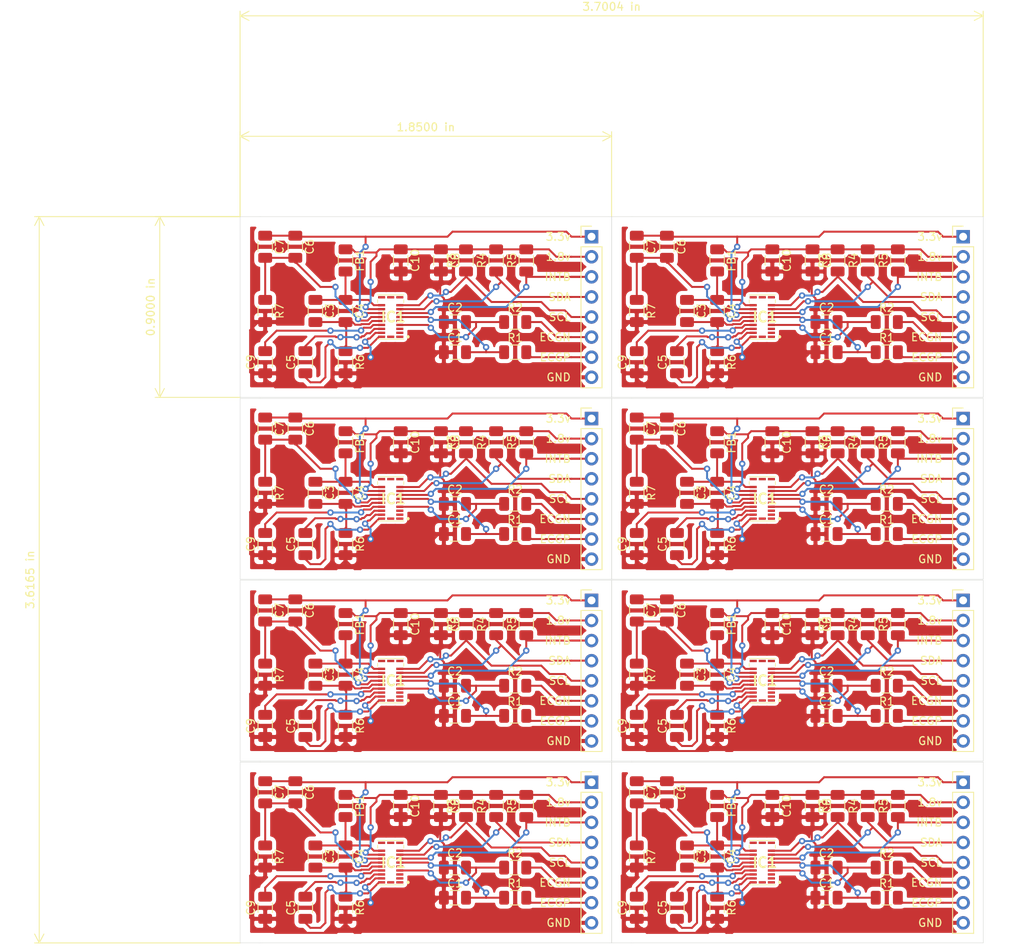
<source format=kicad_pcb>
(kicad_pcb (version 20171130) (host pcbnew "(5.1.5)-3")
  (layers (0 F.Cu signal) (31 B.Cu signal) (34 B.Paste user) (35 F.Paste user) (36 B.SilkS user) (37 F.SilkS user) (38 B.Mask user) (39 F.Mask user) (44 Edge.Cuts user))
  (net 0 "")
  (net 1 "Net-(C1-Pad1)")
  (net 2 "Net-(C1-Pad2)")
  (net 3 "Net-(C2-Pad2)")
  (net 4 "Net-(C3-Pad1)")
  (net 5 "Net-(C3-Pad2)")
  (net 6 "Net-(C5-Pad2)")
  (net 7 "Net-(C5-Pad1)")
  (net 8 "Net-(C6-Pad1)")
  (net 9 "Net-(C6-Pad2)")
  (net 10 "Net-(C10-Pad1)")
  (net 11 "Net-(C9-Pad2)")
  (net 12 "Net-(IC1-Pad1)")
  (net 13 "Net-(IC1-Pad2)")
  (net 14 "Net-(IC1-Pad3)")
  (net 15 "Net-(IC1-Pad6)")
  (net 16 "Net-(IC1-Pad7)")
  (net 17 "Net-(IC1-Pad8)")
  (net 18 "Net-(IC1-Pad9)")
  (net 19 "Net-(IC1-Pad10)")
  (net 20 "Net-(IC1-Pad11)")
  (net 21 "Net-(IC1-Pad12)")
  (net 22 "Net-(IC1-Pad22)")
  (net 23 "Net-(J1-Pad6)")
  (net 24 "Net-(J1-Pad7)")
  (module Capacitor_SMD:C_1206_3216Metric (layer F.Cu) (at 212.735 130.420001 90)
    (fp_text reference R4 (at 0 -1.82 90) (layer F.SilkS))
    (fp_text value 1k)
    (pad 2 smd roundrect (at 1.4 0 90) (size 1.25 1.75) (layers F.Cu F.Paste F.Mask) (roundrect_rratio 0.2) (net 10 "Net-(C10-Pad1)"))
    (pad 1 smd roundrect (at -1.4 0 90) (size 1.25 1.75) (layers F.Cu F.Paste F.Mask) (roundrect_rratio 0.2) (net 17 "Net-(IC1-Pad8)"))
  )
  (module Capacitor_SMD:C_1206_3216Metric (layer F.Cu) (at 165.735 130.420001 90)
    (fp_text reference R4 (at 0 -1.82 90) (layer F.SilkS))
    (fp_text value 1k)
    (pad 2 smd roundrect (at 1.4 0 90) (size 1.25 1.75) (layers F.Cu F.Paste F.Mask) (roundrect_rratio 0.2) (net 10 "Net-(C10-Pad1)"))
    (pad 1 smd roundrect (at -1.4 0 90) (size 1.25 1.75) (layers F.Cu F.Paste F.Mask) (roundrect_rratio 0.2) (net 17 "Net-(IC1-Pad8)"))
  )
  (module Capacitor_SMD:C_1206_3216Metric (layer F.Cu) (at 212.735 107.420001 90)
    (fp_text reference R4 (at 0 -1.82 90) (layer F.SilkS))
    (fp_text value 1k)
    (pad 2 smd roundrect (at 1.4 0 90) (size 1.25 1.75) (layers F.Cu F.Paste F.Mask) (roundrect_rratio 0.2) (net 10 "Net-(C10-Pad1)"))
    (pad 1 smd roundrect (at -1.4 0 90) (size 1.25 1.75) (layers F.Cu F.Paste F.Mask) (roundrect_rratio 0.2) (net 17 "Net-(IC1-Pad8)"))
  )
  (module Capacitor_SMD:C_1206_3216Metric (layer F.Cu) (at 165.735 107.420001 90)
    (fp_text reference R4 (at 0 -1.82 90) (layer F.SilkS))
    (fp_text value 1k)
    (pad 2 smd roundrect (at 1.4 0 90) (size 1.25 1.75) (layers F.Cu F.Paste F.Mask) (roundrect_rratio 0.2) (net 10 "Net-(C10-Pad1)"))
    (pad 1 smd roundrect (at -1.4 0 90) (size 1.25 1.75) (layers F.Cu F.Paste F.Mask) (roundrect_rratio 0.2) (net 17 "Net-(IC1-Pad8)"))
  )
  (module Capacitor_SMD:C_1206_3216Metric (layer F.Cu) (at 212.735 84.420001 90)
    (fp_text reference R4 (at 0 -1.82 90) (layer F.SilkS))
    (fp_text value 1k)
    (pad 2 smd roundrect (at 1.4 0 90) (size 1.25 1.75) (layers F.Cu F.Paste F.Mask) (roundrect_rratio 0.2) (net 10 "Net-(C10-Pad1)"))
    (pad 1 smd roundrect (at -1.4 0 90) (size 1.25 1.75) (layers F.Cu F.Paste F.Mask) (roundrect_rratio 0.2) (net 17 "Net-(IC1-Pad8)"))
  )
  (module Capacitor_SMD:C_1206_3216Metric (layer F.Cu) (at 165.735 84.420001 90)
    (fp_text reference R4 (at 0 -1.82 90) (layer F.SilkS))
    (fp_text value 1k)
    (pad 2 smd roundrect (at 1.4 0 90) (size 1.25 1.75) (layers F.Cu F.Paste F.Mask) (roundrect_rratio 0.2) (net 10 "Net-(C10-Pad1)"))
    (pad 1 smd roundrect (at -1.4 0 90) (size 1.25 1.75) (layers F.Cu F.Paste F.Mask) (roundrect_rratio 0.2) (net 17 "Net-(IC1-Pad8)"))
  )
  (module Capacitor_SMD:C_1206_3216Metric (layer F.Cu) (at 212.735 61.420001 90)
    (fp_text reference R4 (at 0 -1.82 90) (layer F.SilkS))
    (fp_text value 1k)
    (pad 2 smd roundrect (at 1.4 0 90) (size 1.25 1.75) (layers F.Cu F.Paste F.Mask) (roundrect_rratio 0.2) (net 10 "Net-(C10-Pad1)"))
    (pad 1 smd roundrect (at -1.4 0 90) (size 1.25 1.75) (layers F.Cu F.Paste F.Mask) (roundrect_rratio 0.2) (net 17 "Net-(IC1-Pad8)"))
  )
  (module Capacitor_SMD:C_1206_3216Metric (layer F.Cu) (at 183.525 136.815 270)
    (fp_text reference R7 (at 0 -1.82 90) (layer F.SilkS))
    (fp_text value 0)
    (pad 2 smd roundrect (at 1.4 0 270) (size 1.25 1.75) (layers F.Cu F.Paste F.Mask) (roundrect_rratio 0.2) (net 1 "Net-(C1-Pad1)"))
    (pad 1 smd roundrect (at -1.4 0 270) (size 1.25 1.75) (layers F.Cu F.Paste F.Mask) (roundrect_rratio 0.2) (net 9 "Net-(C6-Pad2)"))
  )
  (module Capacitor_SMD:C_1206_3216Metric (layer F.Cu) (at 136.525 136.815 270)
    (fp_text reference R7 (at 0 -1.82 90) (layer F.SilkS))
    (fp_text value 0)
    (pad 2 smd roundrect (at 1.4 0 270) (size 1.25 1.75) (layers F.Cu F.Paste F.Mask) (roundrect_rratio 0.2) (net 1 "Net-(C1-Pad1)"))
    (pad 1 smd roundrect (at -1.4 0 270) (size 1.25 1.75) (layers F.Cu F.Paste F.Mask) (roundrect_rratio 0.2) (net 9 "Net-(C6-Pad2)"))
  )
  (module Capacitor_SMD:C_1206_3216Metric (layer F.Cu) (at 183.525 113.815 270)
    (fp_text reference R7 (at 0 -1.82 90) (layer F.SilkS))
    (fp_text value 0)
    (pad 2 smd roundrect (at 1.4 0 270) (size 1.25 1.75) (layers F.Cu F.Paste F.Mask) (roundrect_rratio 0.2) (net 1 "Net-(C1-Pad1)"))
    (pad 1 smd roundrect (at -1.4 0 270) (size 1.25 1.75) (layers F.Cu F.Paste F.Mask) (roundrect_rratio 0.2) (net 9 "Net-(C6-Pad2)"))
  )
  (module Capacitor_SMD:C_1206_3216Metric (layer F.Cu) (at 136.525 113.815 270)
    (fp_text reference R7 (at 0 -1.82 90) (layer F.SilkS))
    (fp_text value 0)
    (pad 2 smd roundrect (at 1.4 0 270) (size 1.25 1.75) (layers F.Cu F.Paste F.Mask) (roundrect_rratio 0.2) (net 1 "Net-(C1-Pad1)"))
    (pad 1 smd roundrect (at -1.4 0 270) (size 1.25 1.75) (layers F.Cu F.Paste F.Mask) (roundrect_rratio 0.2) (net 9 "Net-(C6-Pad2)"))
  )
  (module Capacitor_SMD:C_1206_3216Metric (layer F.Cu) (at 183.525 90.815 270)
    (fp_text reference R7 (at 0 -1.82 90) (layer F.SilkS))
    (fp_text value 0)
    (pad 2 smd roundrect (at 1.4 0 270) (size 1.25 1.75) (layers F.Cu F.Paste F.Mask) (roundrect_rratio 0.2) (net 1 "Net-(C1-Pad1)"))
    (pad 1 smd roundrect (at -1.4 0 270) (size 1.25 1.75) (layers F.Cu F.Paste F.Mask) (roundrect_rratio 0.2) (net 9 "Net-(C6-Pad2)"))
  )
  (module Capacitor_SMD:C_1206_3216Metric (layer F.Cu) (at 136.525 90.815 270)
    (fp_text reference R7 (at 0 -1.82 90) (layer F.SilkS))
    (fp_text value 0)
    (pad 2 smd roundrect (at 1.4 0 270) (size 1.25 1.75) (layers F.Cu F.Paste F.Mask) (roundrect_rratio 0.2) (net 1 "Net-(C1-Pad1)"))
    (pad 1 smd roundrect (at -1.4 0 270) (size 1.25 1.75) (layers F.Cu F.Paste F.Mask) (roundrect_rratio 0.2) (net 9 "Net-(C6-Pad2)"))
  )
  (module Capacitor_SMD:C_1206_3216Metric (layer F.Cu) (at 183.525 67.815 270)
    (fp_text reference R7 (at 0 -1.82 90) (layer F.SilkS))
    (fp_text value 0)
    (pad 2 smd roundrect (at 1.4 0 270) (size 1.25 1.75) (layers F.Cu F.Paste F.Mask) (roundrect_rratio 0.2) (net 1 "Net-(C1-Pad1)"))
    (pad 1 smd roundrect (at -1.4 0 270) (size 1.25 1.75) (layers F.Cu F.Paste F.Mask) (roundrect_rratio 0.2) (net 9 "Net-(C6-Pad2)"))
  )
  (module Capacitor_SMD:C_1206_3216Metric (layer F.Cu) (at 193.685 143.295 270)
    (fp_text reference R6 (at 0 -1.82 90) (layer F.SilkS))
    (fp_text value 0)
    (pad 1 smd roundrect (at -1.4 0 270) (size 1.25 1.75) (layers F.Cu F.Paste F.Mask) (roundrect_rratio 0.2) (net 5 "Net-(C3-Pad2)"))
    (pad 2 smd roundrect (at 1.4 0 270) (size 1.25 1.75) (layers F.Cu F.Paste F.Mask) (roundrect_rratio 0.2) (net 1 "Net-(C1-Pad1)"))
  )
  (module Capacitor_SMD:C_1206_3216Metric (layer F.Cu) (at 146.685 143.295 270)
    (fp_text reference R6 (at 0 -1.82 90) (layer F.SilkS))
    (fp_text value 0)
    (pad 1 smd roundrect (at -1.4 0 270) (size 1.25 1.75) (layers F.Cu F.Paste F.Mask) (roundrect_rratio 0.2) (net 5 "Net-(C3-Pad2)"))
    (pad 2 smd roundrect (at 1.4 0 270) (size 1.25 1.75) (layers F.Cu F.Paste F.Mask) (roundrect_rratio 0.2) (net 1 "Net-(C1-Pad1)"))
  )
  (module Capacitor_SMD:C_1206_3216Metric (layer F.Cu) (at 193.685 120.295 270)
    (fp_text reference R6 (at 0 -1.82 90) (layer F.SilkS))
    (fp_text value 0)
    (pad 1 smd roundrect (at -1.4 0 270) (size 1.25 1.75) (layers F.Cu F.Paste F.Mask) (roundrect_rratio 0.2) (net 5 "Net-(C3-Pad2)"))
    (pad 2 smd roundrect (at 1.4 0 270) (size 1.25 1.75) (layers F.Cu F.Paste F.Mask) (roundrect_rratio 0.2) (net 1 "Net-(C1-Pad1)"))
  )
  (module Capacitor_SMD:C_1206_3216Metric (layer F.Cu) (at 146.685 120.295 270)
    (fp_text reference R6 (at 0 -1.82 90) (layer F.SilkS))
    (fp_text value 0)
    (pad 1 smd roundrect (at -1.4 0 270) (size 1.25 1.75) (layers F.Cu F.Paste F.Mask) (roundrect_rratio 0.2) (net 5 "Net-(C3-Pad2)"))
    (pad 2 smd roundrect (at 1.4 0 270) (size 1.25 1.75) (layers F.Cu F.Paste F.Mask) (roundrect_rratio 0.2) (net 1 "Net-(C1-Pad1)"))
  )
  (module Capacitor_SMD:C_1206_3216Metric (layer F.Cu) (at 193.685 97.295 270)
    (fp_text reference R6 (at 0 -1.82 90) (layer F.SilkS))
    (fp_text value 0)
    (pad 1 smd roundrect (at -1.4 0 270) (size 1.25 1.75) (layers F.Cu F.Paste F.Mask) (roundrect_rratio 0.2) (net 5 "Net-(C3-Pad2)"))
    (pad 2 smd roundrect (at 1.4 0 270) (size 1.25 1.75) (layers F.Cu F.Paste F.Mask) (roundrect_rratio 0.2) (net 1 "Net-(C1-Pad1)"))
  )
  (module Capacitor_SMD:C_1206_3216Metric (layer F.Cu) (at 146.685 97.295 270)
    (fp_text reference R6 (at 0 -1.82 90) (layer F.SilkS))
    (fp_text value 0)
    (pad 1 smd roundrect (at -1.4 0 270) (size 1.25 1.75) (layers F.Cu F.Paste F.Mask) (roundrect_rratio 0.2) (net 5 "Net-(C3-Pad2)"))
    (pad 2 smd roundrect (at 1.4 0 270) (size 1.25 1.75) (layers F.Cu F.Paste F.Mask) (roundrect_rratio 0.2) (net 1 "Net-(C1-Pad1)"))
  )
  (module Capacitor_SMD:C_1206_3216Metric (layer F.Cu) (at 193.685 74.295 270)
    (fp_text reference R6 (at 0 -1.82 90) (layer F.SilkS))
    (fp_text value 0)
    (pad 1 smd roundrect (at -1.4 0 270) (size 1.25 1.75) (layers F.Cu F.Paste F.Mask) (roundrect_rratio 0.2) (net 5 "Net-(C3-Pad2)"))
    (pad 2 smd roundrect (at 1.4 0 270) (size 1.25 1.75) (layers F.Cu F.Paste F.Mask) (roundrect_rratio 0.2) (net 1 "Net-(C1-Pad1)"))
  )
  (module Capacitor_SMD:C_1206_3216Metric (layer F.Cu) (at 216.545 130.420001 90)
    (fp_text reference R5 (at 0 -1.82 90) (layer F.SilkS))
    (fp_text value 1k)
    (pad 2 smd roundrect (at 1.4 0 90) (size 1.25 1.75) (layers F.Cu F.Paste F.Mask) (roundrect_rratio 0.2) (net 10 "Net-(C10-Pad1)"))
    (pad 1 smd roundrect (at -1.4 0 90) (size 1.25 1.75) (layers F.Cu F.Paste F.Mask) (roundrect_rratio 0.2) (net 16 "Net-(IC1-Pad7)"))
  )
  (module Capacitor_SMD:C_1206_3216Metric (layer F.Cu) (at 169.545 130.420001 90)
    (fp_text reference R5 (at 0 -1.82 90) (layer F.SilkS))
    (fp_text value 1k)
    (pad 2 smd roundrect (at 1.4 0 90) (size 1.25 1.75) (layers F.Cu F.Paste F.Mask) (roundrect_rratio 0.2) (net 10 "Net-(C10-Pad1)"))
    (pad 1 smd roundrect (at -1.4 0 90) (size 1.25 1.75) (layers F.Cu F.Paste F.Mask) (roundrect_rratio 0.2) (net 16 "Net-(IC1-Pad7)"))
  )
  (module Capacitor_SMD:C_1206_3216Metric (layer F.Cu) (at 216.545 107.420001 90)
    (fp_text reference R5 (at 0 -1.82 90) (layer F.SilkS))
    (fp_text value 1k)
    (pad 2 smd roundrect (at 1.4 0 90) (size 1.25 1.75) (layers F.Cu F.Paste F.Mask) (roundrect_rratio 0.2) (net 10 "Net-(C10-Pad1)"))
    (pad 1 smd roundrect (at -1.4 0 90) (size 1.25 1.75) (layers F.Cu F.Paste F.Mask) (roundrect_rratio 0.2) (net 16 "Net-(IC1-Pad7)"))
  )
  (module Capacitor_SMD:C_1206_3216Metric (layer F.Cu) (at 169.545 107.420001 90)
    (fp_text reference R5 (at 0 -1.82 90) (layer F.SilkS))
    (fp_text value 1k)
    (pad 2 smd roundrect (at 1.4 0 90) (size 1.25 1.75) (layers F.Cu F.Paste F.Mask) (roundrect_rratio 0.2) (net 10 "Net-(C10-Pad1)"))
    (pad 1 smd roundrect (at -1.4 0 90) (size 1.25 1.75) (layers F.Cu F.Paste F.Mask) (roundrect_rratio 0.2) (net 16 "Net-(IC1-Pad7)"))
  )
  (module Capacitor_SMD:C_1206_3216Metric (layer F.Cu) (at 216.545 84.420001 90)
    (fp_text reference R5 (at 0 -1.82 90) (layer F.SilkS))
    (fp_text value 1k)
    (pad 2 smd roundrect (at 1.4 0 90) (size 1.25 1.75) (layers F.Cu F.Paste F.Mask) (roundrect_rratio 0.2) (net 10 "Net-(C10-Pad1)"))
    (pad 1 smd roundrect (at -1.4 0 90) (size 1.25 1.75) (layers F.Cu F.Paste F.Mask) (roundrect_rratio 0.2) (net 16 "Net-(IC1-Pad7)"))
  )
  (module Capacitor_SMD:C_1206_3216Metric (layer F.Cu) (at 169.545 84.420001 90)
    (fp_text reference R5 (at 0 -1.82 90) (layer F.SilkS))
    (fp_text value 1k)
    (pad 2 smd roundrect (at 1.4 0 90) (size 1.25 1.75) (layers F.Cu F.Paste F.Mask) (roundrect_rratio 0.2) (net 10 "Net-(C10-Pad1)"))
    (pad 1 smd roundrect (at -1.4 0 90) (size 1.25 1.75) (layers F.Cu F.Paste F.Mask) (roundrect_rratio 0.2) (net 16 "Net-(IC1-Pad7)"))
  )
  (module Capacitor_SMD:C_1206_3216Metric (layer F.Cu) (at 216.545 61.420001 90)
    (fp_text reference R5 (at 0 -1.82 90) (layer F.SilkS))
    (fp_text value 1k)
    (pad 2 smd roundrect (at 1.4 0 90) (size 1.25 1.75) (layers F.Cu F.Paste F.Mask) (roundrect_rratio 0.2) (net 10 "Net-(C10-Pad1)"))
    (pad 1 smd roundrect (at -1.4 0 90) (size 1.25 1.75) (layers F.Cu F.Paste F.Mask) (roundrect_rratio 0.2) (net 16 "Net-(IC1-Pad7)"))
  )
  (module Capacitor_SMD:C_1206_3216Metric (layer F.Cu) (at 208.925 130.420001 90)
    (fp_text reference R3 (at 0 -1.82 90) (layer F.SilkS))
    (fp_text value 1k)
    (pad 1 smd roundrect (at -1.4 0 90) (size 1.25 1.75) (layers F.Cu F.Paste F.Mask) (roundrect_rratio 0.2) (net 18 "Net-(IC1-Pad9)"))
    (pad 2 smd roundrect (at 1.4 0 90) (size 1.25 1.75) (layers F.Cu F.Paste F.Mask) (roundrect_rratio 0.2) (net 10 "Net-(C10-Pad1)"))
  )
  (module Capacitor_SMD:C_1206_3216Metric (layer F.Cu) (at 161.925 130.420001 90)
    (fp_text reference R3 (at 0 -1.82 90) (layer F.SilkS))
    (fp_text value 1k)
    (pad 1 smd roundrect (at -1.4 0 90) (size 1.25 1.75) (layers F.Cu F.Paste F.Mask) (roundrect_rratio 0.2) (net 18 "Net-(IC1-Pad9)"))
    (pad 2 smd roundrect (at 1.4 0 90) (size 1.25 1.75) (layers F.Cu F.Paste F.Mask) (roundrect_rratio 0.2) (net 10 "Net-(C10-Pad1)"))
  )
  (module Capacitor_SMD:C_1206_3216Metric (layer F.Cu) (at 208.925 107.420001 90)
    (fp_text reference R3 (at 0 -1.82 90) (layer F.SilkS))
    (fp_text value 1k)
    (pad 1 smd roundrect (at -1.4 0 90) (size 1.25 1.75) (layers F.Cu F.Paste F.Mask) (roundrect_rratio 0.2) (net 18 "Net-(IC1-Pad9)"))
    (pad 2 smd roundrect (at 1.4 0 90) (size 1.25 1.75) (layers F.Cu F.Paste F.Mask) (roundrect_rratio 0.2) (net 10 "Net-(C10-Pad1)"))
  )
  (module Capacitor_SMD:C_1206_3216Metric (layer F.Cu) (at 161.925 107.420001 90)
    (fp_text reference R3 (at 0 -1.82 90) (layer F.SilkS))
    (fp_text value 1k)
    (pad 1 smd roundrect (at -1.4 0 90) (size 1.25 1.75) (layers F.Cu F.Paste F.Mask) (roundrect_rratio 0.2) (net 18 "Net-(IC1-Pad9)"))
    (pad 2 smd roundrect (at 1.4 0 90) (size 1.25 1.75) (layers F.Cu F.Paste F.Mask) (roundrect_rratio 0.2) (net 10 "Net-(C10-Pad1)"))
  )
  (module Capacitor_SMD:C_1206_3216Metric (layer F.Cu) (at 208.925 84.420001 90)
    (fp_text reference R3 (at 0 -1.82 90) (layer F.SilkS))
    (fp_text value 1k)
    (pad 1 smd roundrect (at -1.4 0 90) (size 1.25 1.75) (layers F.Cu F.Paste F.Mask) (roundrect_rratio 0.2) (net 18 "Net-(IC1-Pad9)"))
    (pad 2 smd roundrect (at 1.4 0 90) (size 1.25 1.75) (layers F.Cu F.Paste F.Mask) (roundrect_rratio 0.2) (net 10 "Net-(C10-Pad1)"))
  )
  (module Capacitor_SMD:C_1206_3216Metric (layer F.Cu) (at 161.925 84.420001 90)
    (fp_text reference R3 (at 0 -1.82 90) (layer F.SilkS))
    (fp_text value 1k)
    (pad 1 smd roundrect (at -1.4 0 90) (size 1.25 1.75) (layers F.Cu F.Paste F.Mask) (roundrect_rratio 0.2) (net 18 "Net-(IC1-Pad9)"))
    (pad 2 smd roundrect (at 1.4 0 90) (size 1.25 1.75) (layers F.Cu F.Paste F.Mask) (roundrect_rratio 0.2) (net 10 "Net-(C10-Pad1)"))
  )
  (module Capacitor_SMD:C_1206_3216Metric (layer F.Cu) (at 208.925 61.420001 90)
    (fp_text reference R3 (at 0 -1.82 90) (layer F.SilkS))
    (fp_text value 1k)
    (pad 1 smd roundrect (at -1.4 0 90) (size 1.25 1.75) (layers F.Cu F.Paste F.Mask) (roundrect_rratio 0.2) (net 18 "Net-(IC1-Pad9)"))
    (pad 2 smd roundrect (at 1.4 0 90) (size 1.25 1.75) (layers F.Cu F.Paste F.Mask) (roundrect_rratio 0.2) (net 10 "Net-(C10-Pad1)"))
  )
  (module Capacitor_SMD:C_1206_3216Metric (layer F.Cu) (at 205.75 130.420001 270)
    (fp_text reference C8 (at 0 -1.82 90) (layer F.SilkS))
    (fp_text value 0.1μF)
    (pad 2 smd roundrect (at 1.4 0 270) (size 1.25 1.75) (layers F.Cu F.Paste F.Mask) (roundrect_rratio 0.2) (net 1 "Net-(C1-Pad1)"))
    (pad 1 smd roundrect (at -1.4 0 270) (size 1.25 1.75) (layers F.Cu F.Paste F.Mask) (roundrect_rratio 0.2) (net 10 "Net-(C10-Pad1)"))
  )
  (module Capacitor_SMD:C_1206_3216Metric (layer F.Cu) (at 158.75 130.420001 270)
    (fp_text reference C8 (at 0 -1.82 90) (layer F.SilkS))
    (fp_text value 0.1μF)
    (pad 2 smd roundrect (at 1.4 0 270) (size 1.25 1.75) (layers F.Cu F.Paste F.Mask) (roundrect_rratio 0.2) (net 1 "Net-(C1-Pad1)"))
    (pad 1 smd roundrect (at -1.4 0 270) (size 1.25 1.75) (layers F.Cu F.Paste F.Mask) (roundrect_rratio 0.2) (net 10 "Net-(C10-Pad1)"))
  )
  (module Capacitor_SMD:C_1206_3216Metric (layer F.Cu) (at 205.75 107.420001 270)
    (fp_text reference C8 (at 0 -1.82 90) (layer F.SilkS))
    (fp_text value 0.1μF)
    (pad 2 smd roundrect (at 1.4 0 270) (size 1.25 1.75) (layers F.Cu F.Paste F.Mask) (roundrect_rratio 0.2) (net 1 "Net-(C1-Pad1)"))
    (pad 1 smd roundrect (at -1.4 0 270) (size 1.25 1.75) (layers F.Cu F.Paste F.Mask) (roundrect_rratio 0.2) (net 10 "Net-(C10-Pad1)"))
  )
  (module Capacitor_SMD:C_1206_3216Metric (layer F.Cu) (at 158.75 107.420001 270)
    (fp_text reference C8 (at 0 -1.82 90) (layer F.SilkS))
    (fp_text value 0.1μF)
    (pad 2 smd roundrect (at 1.4 0 270) (size 1.25 1.75) (layers F.Cu F.Paste F.Mask) (roundrect_rratio 0.2) (net 1 "Net-(C1-Pad1)"))
    (pad 1 smd roundrect (at -1.4 0 270) (size 1.25 1.75) (layers F.Cu F.Paste F.Mask) (roundrect_rratio 0.2) (net 10 "Net-(C10-Pad1)"))
  )
  (module Capacitor_SMD:C_1206_3216Metric (layer F.Cu) (at 205.75 84.420001 270)
    (fp_text reference C8 (at 0 -1.82 90) (layer F.SilkS))
    (fp_text value 0.1μF)
    (pad 2 smd roundrect (at 1.4 0 270) (size 1.25 1.75) (layers F.Cu F.Paste F.Mask) (roundrect_rratio 0.2) (net 1 "Net-(C1-Pad1)"))
    (pad 1 smd roundrect (at -1.4 0 270) (size 1.25 1.75) (layers F.Cu F.Paste F.Mask) (roundrect_rratio 0.2) (net 10 "Net-(C10-Pad1)"))
  )
  (module Capacitor_SMD:C_1206_3216Metric (layer F.Cu) (at 158.75 84.420001 270)
    (fp_text reference C8 (at 0 -1.82 90) (layer F.SilkS))
    (fp_text value 0.1μF)
    (pad 2 smd roundrect (at 1.4 0 270) (size 1.25 1.75) (layers F.Cu F.Paste F.Mask) (roundrect_rratio 0.2) (net 1 "Net-(C1-Pad1)"))
    (pad 1 smd roundrect (at -1.4 0 270) (size 1.25 1.75) (layers F.Cu F.Paste F.Mask) (roundrect_rratio 0.2) (net 10 "Net-(C10-Pad1)"))
  )
  (module Capacitor_SMD:C_1206_3216Metric (layer F.Cu) (at 205.75 61.420001 270)
    (fp_text reference C8 (at 0 -1.82 90) (layer F.SilkS))
    (fp_text value 0.1μF)
    (pad 2 smd roundrect (at 1.4 0 270) (size 1.25 1.75) (layers F.Cu F.Paste F.Mask) (roundrect_rratio 0.2) (net 1 "Net-(C1-Pad1)"))
    (pad 1 smd roundrect (at -1.4 0 270) (size 1.25 1.75) (layers F.Cu F.Paste F.Mask) (roundrect_rratio 0.2) (net 10 "Net-(C10-Pad1)"))
  )
  (module Capacitor_SMD:C_1206_3216Metric (layer F.Cu) (at 215.145 142.025)
    (fp_text reference R1 (at 0 -1.82) (layer F.SilkS))
    (fp_text value 50k)
    (pad 1 smd roundrect (at -1.4 0) (size 1.25 1.75) (layers F.Cu F.Paste F.Mask) (roundrect_rratio 0.2) (net 2 "Net-(C1-Pad2)"))
    (pad 2 smd roundrect (at 1.4 0) (size 1.25 1.75) (layers F.Cu F.Paste F.Mask) (roundrect_rratio 0.2) (net 24 "Net-(J1-Pad7)"))
  )
  (module Capacitor_SMD:C_1206_3216Metric (layer F.Cu) (at 168.145 142.025)
    (fp_text reference R1 (at 0 -1.82) (layer F.SilkS))
    (fp_text value 50k)
    (pad 1 smd roundrect (at -1.4 0) (size 1.25 1.75) (layers F.Cu F.Paste F.Mask) (roundrect_rratio 0.2) (net 2 "Net-(C1-Pad2)"))
    (pad 2 smd roundrect (at 1.4 0) (size 1.25 1.75) (layers F.Cu F.Paste F.Mask) (roundrect_rratio 0.2) (net 24 "Net-(J1-Pad7)"))
  )
  (module Capacitor_SMD:C_1206_3216Metric (layer F.Cu) (at 215.145 119.025)
    (fp_text reference R1 (at 0 -1.82) (layer F.SilkS))
    (fp_text value 50k)
    (pad 1 smd roundrect (at -1.4 0) (size 1.25 1.75) (layers F.Cu F.Paste F.Mask) (roundrect_rratio 0.2) (net 2 "Net-(C1-Pad2)"))
    (pad 2 smd roundrect (at 1.4 0) (size 1.25 1.75) (layers F.Cu F.Paste F.Mask) (roundrect_rratio 0.2) (net 24 "Net-(J1-Pad7)"))
  )
  (module Capacitor_SMD:C_1206_3216Metric (layer F.Cu) (at 168.145 119.025)
    (fp_text reference R1 (at 0 -1.82) (layer F.SilkS))
    (fp_text value 50k)
    (pad 1 smd roundrect (at -1.4 0) (size 1.25 1.75) (layers F.Cu F.Paste F.Mask) (roundrect_rratio 0.2) (net 2 "Net-(C1-Pad2)"))
    (pad 2 smd roundrect (at 1.4 0) (size 1.25 1.75) (layers F.Cu F.Paste F.Mask) (roundrect_rratio 0.2) (net 24 "Net-(J1-Pad7)"))
  )
  (module Capacitor_SMD:C_1206_3216Metric (layer F.Cu) (at 215.145 96.025)
    (fp_text reference R1 (at 0 -1.82) (layer F.SilkS))
    (fp_text value 50k)
    (pad 1 smd roundrect (at -1.4 0) (size 1.25 1.75) (layers F.Cu F.Paste F.Mask) (roundrect_rratio 0.2) (net 2 "Net-(C1-Pad2)"))
    (pad 2 smd roundrect (at 1.4 0) (size 1.25 1.75) (layers F.Cu F.Paste F.Mask) (roundrect_rratio 0.2) (net 24 "Net-(J1-Pad7)"))
  )
  (module Capacitor_SMD:C_1206_3216Metric (layer F.Cu) (at 168.145 96.025)
    (fp_text reference R1 (at 0 -1.82) (layer F.SilkS))
    (fp_text value 50k)
    (pad 1 smd roundrect (at -1.4 0) (size 1.25 1.75) (layers F.Cu F.Paste F.Mask) (roundrect_rratio 0.2) (net 2 "Net-(C1-Pad2)"))
    (pad 2 smd roundrect (at 1.4 0) (size 1.25 1.75) (layers F.Cu F.Paste F.Mask) (roundrect_rratio 0.2) (net 24 "Net-(J1-Pad7)"))
  )
  (module Capacitor_SMD:C_1206_3216Metric (layer F.Cu) (at 215.145 73.025)
    (fp_text reference R1 (at 0 -1.82) (layer F.SilkS))
    (fp_text value 50k)
    (pad 1 smd roundrect (at -1.4 0) (size 1.25 1.75) (layers F.Cu F.Paste F.Mask) (roundrect_rratio 0.2) (net 2 "Net-(C1-Pad2)"))
    (pad 2 smd roundrect (at 1.4 0) (size 1.25 1.75) (layers F.Cu F.Paste F.Mask) (roundrect_rratio 0.2) (net 24 "Net-(J1-Pad7)"))
  )
  (module Connector_PinHeader_2.54mm:PinHeader_1x08_P2.54mm_Vertical (layer F.Cu) (at 224.8 127.42)
    (fp_text reference J1 hide)
    (fp_text value Conn_01x08_Female)
    (pad 8 thru_hole oval (at 0 17.78) (size 1.7 1.7) (drill 1) (layers *.Cu *.Mask) (net 1 "Net-(C1-Pad1)"))
    (pad 7 thru_hole oval (at 0 15.24) (size 1.7 1.7) (drill 1) (layers *.Cu *.Mask) (net 24 "Net-(J1-Pad7)"))
    (pad 6 thru_hole oval (at 0 12.7) (size 1.7 1.7) (drill 1) (layers *.Cu *.Mask) (net 23 "Net-(J1-Pad6)"))
    (pad 5 thru_hole oval (at 0 10.16) (size 1.7 1.7) (drill 1) (layers *.Cu *.Mask) (net 18 "Net-(IC1-Pad9)"))
    (pad 4 thru_hole oval (at 0 7.62) (size 1.7 1.7) (drill 1) (layers *.Cu *.Mask) (net 17 "Net-(IC1-Pad8)"))
    (pad 3 thru_hole oval (at 0 5.08) (size 1.7 1.7) (drill 1) (layers *.Cu *.Mask) (net 16 "Net-(IC1-Pad7)"))
    (pad 2 thru_hole oval (at 0 2.54) (size 1.7 1.7) (drill 1) (layers *.Cu *.Mask) (net 10 "Net-(C10-Pad1)"))
    (pad 1 thru_hole rect (at 0 0) (size 1.7 1.7) (drill 1) (layers *.Cu *.Mask) (net 8 "Net-(C6-Pad1)"))
  )
  (module Connector_PinHeader_2.54mm:PinHeader_1x08_P2.54mm_Vertical (layer F.Cu) (at 177.8 127.42)
    (fp_text reference J1 hide)
    (fp_text value Conn_01x08_Female)
    (pad 8 thru_hole oval (at 0 17.78) (size 1.7 1.7) (drill 1) (layers *.Cu *.Mask) (net 1 "Net-(C1-Pad1)"))
    (pad 7 thru_hole oval (at 0 15.24) (size 1.7 1.7) (drill 1) (layers *.Cu *.Mask) (net 24 "Net-(J1-Pad7)"))
    (pad 6 thru_hole oval (at 0 12.7) (size 1.7 1.7) (drill 1) (layers *.Cu *.Mask) (net 23 "Net-(J1-Pad6)"))
    (pad 5 thru_hole oval (at 0 10.16) (size 1.7 1.7) (drill 1) (layers *.Cu *.Mask) (net 18 "Net-(IC1-Pad9)"))
    (pad 4 thru_hole oval (at 0 7.62) (size 1.7 1.7) (drill 1) (layers *.Cu *.Mask) (net 17 "Net-(IC1-Pad8)"))
    (pad 3 thru_hole oval (at 0 5.08) (size 1.7 1.7) (drill 1) (layers *.Cu *.Mask) (net 16 "Net-(IC1-Pad7)"))
    (pad 2 thru_hole oval (at 0 2.54) (size 1.7 1.7) (drill 1) (layers *.Cu *.Mask) (net 10 "Net-(C10-Pad1)"))
    (pad 1 thru_hole rect (at 0 0) (size 1.7 1.7) (drill 1) (layers *.Cu *.Mask) (net 8 "Net-(C6-Pad1)"))
  )
  (module Connector_PinHeader_2.54mm:PinHeader_1x08_P2.54mm_Vertical (layer F.Cu) (at 224.8 104.42)
    (fp_text reference J1 hide)
    (fp_text value Conn_01x08_Female)
    (pad 8 thru_hole oval (at 0 17.78) (size 1.7 1.7) (drill 1) (layers *.Cu *.Mask) (net 1 "Net-(C1-Pad1)"))
    (pad 7 thru_hole oval (at 0 15.24) (size 1.7 1.7) (drill 1) (layers *.Cu *.Mask) (net 24 "Net-(J1-Pad7)"))
    (pad 6 thru_hole oval (at 0 12.7) (size 1.7 1.7) (drill 1) (layers *.Cu *.Mask) (net 23 "Net-(J1-Pad6)"))
    (pad 5 thru_hole oval (at 0 10.16) (size 1.7 1.7) (drill 1) (layers *.Cu *.Mask) (net 18 "Net-(IC1-Pad9)"))
    (pad 4 thru_hole oval (at 0 7.62) (size 1.7 1.7) (drill 1) (layers *.Cu *.Mask) (net 17 "Net-(IC1-Pad8)"))
    (pad 3 thru_hole oval (at 0 5.08) (size 1.7 1.7) (drill 1) (layers *.Cu *.Mask) (net 16 "Net-(IC1-Pad7)"))
    (pad 2 thru_hole oval (at 0 2.54) (size 1.7 1.7) (drill 1) (layers *.Cu *.Mask) (net 10 "Net-(C10-Pad1)"))
    (pad 1 thru_hole rect (at 0 0) (size 1.7 1.7) (drill 1) (layers *.Cu *.Mask) (net 8 "Net-(C6-Pad1)"))
  )
  (module Connector_PinHeader_2.54mm:PinHeader_1x08_P2.54mm_Vertical (layer F.Cu) (at 177.8 104.42)
    (fp_text reference J1 hide)
    (fp_text value Conn_01x08_Female)
    (pad 8 thru_hole oval (at 0 17.78) (size 1.7 1.7) (drill 1) (layers *.Cu *.Mask) (net 1 "Net-(C1-Pad1)"))
    (pad 7 thru_hole oval (at 0 15.24) (size 1.7 1.7) (drill 1) (layers *.Cu *.Mask) (net 24 "Net-(J1-Pad7)"))
    (pad 6 thru_hole oval (at 0 12.7) (size 1.7 1.7) (drill 1) (layers *.Cu *.Mask) (net 23 "Net-(J1-Pad6)"))
    (pad 5 thru_hole oval (at 0 10.16) (size 1.7 1.7) (drill 1) (layers *.Cu *.Mask) (net 18 "Net-(IC1-Pad9)"))
    (pad 4 thru_hole oval (at 0 7.62) (size 1.7 1.7) (drill 1) (layers *.Cu *.Mask) (net 17 "Net-(IC1-Pad8)"))
    (pad 3 thru_hole oval (at 0 5.08) (size 1.7 1.7) (drill 1) (layers *.Cu *.Mask) (net 16 "Net-(IC1-Pad7)"))
    (pad 2 thru_hole oval (at 0 2.54) (size 1.7 1.7) (drill 1) (layers *.Cu *.Mask) (net 10 "Net-(C10-Pad1)"))
    (pad 1 thru_hole rect (at 0 0) (size 1.7 1.7) (drill 1) (layers *.Cu *.Mask) (net 8 "Net-(C6-Pad1)"))
  )
  (module Connector_PinHeader_2.54mm:PinHeader_1x08_P2.54mm_Vertical (layer F.Cu) (at 224.8 81.42)
    (fp_text reference J1 hide)
    (fp_text value Conn_01x08_Female)
    (pad 8 thru_hole oval (at 0 17.78) (size 1.7 1.7) (drill 1) (layers *.Cu *.Mask) (net 1 "Net-(C1-Pad1)"))
    (pad 7 thru_hole oval (at 0 15.24) (size 1.7 1.7) (drill 1) (layers *.Cu *.Mask) (net 24 "Net-(J1-Pad7)"))
    (pad 6 thru_hole oval (at 0 12.7) (size 1.7 1.7) (drill 1) (layers *.Cu *.Mask) (net 23 "Net-(J1-Pad6)"))
    (pad 5 thru_hole oval (at 0 10.16) (size 1.7 1.7) (drill 1) (layers *.Cu *.Mask) (net 18 "Net-(IC1-Pad9)"))
    (pad 4 thru_hole oval (at 0 7.62) (size 1.7 1.7) (drill 1) (layers *.Cu *.Mask) (net 17 "Net-(IC1-Pad8)"))
    (pad 3 thru_hole oval (at 0 5.08) (size 1.7 1.7) (drill 1) (layers *.Cu *.Mask) (net 16 "Net-(IC1-Pad7)"))
    (pad 2 thru_hole oval (at 0 2.54) (size 1.7 1.7) (drill 1) (layers *.Cu *.Mask) (net 10 "Net-(C10-Pad1)"))
    (pad 1 thru_hole rect (at 0 0) (size 1.7 1.7) (drill 1) (layers *.Cu *.Mask) (net 8 "Net-(C6-Pad1)"))
  )
  (module Connector_PinHeader_2.54mm:PinHeader_1x08_P2.54mm_Vertical (layer F.Cu) (at 177.8 81.42)
    (fp_text reference J1 hide)
    (fp_text value Conn_01x08_Female)
    (pad 8 thru_hole oval (at 0 17.78) (size 1.7 1.7) (drill 1) (layers *.Cu *.Mask) (net 1 "Net-(C1-Pad1)"))
    (pad 7 thru_hole oval (at 0 15.24) (size 1.7 1.7) (drill 1) (layers *.Cu *.Mask) (net 24 "Net-(J1-Pad7)"))
    (pad 6 thru_hole oval (at 0 12.7) (size 1.7 1.7) (drill 1) (layers *.Cu *.Mask) (net 23 "Net-(J1-Pad6)"))
    (pad 5 thru_hole oval (at 0 10.16) (size 1.7 1.7) (drill 1) (layers *.Cu *.Mask) (net 18 "Net-(IC1-Pad9)"))
    (pad 4 thru_hole oval (at 0 7.62) (size 1.7 1.7) (drill 1) (layers *.Cu *.Mask) (net 17 "Net-(IC1-Pad8)"))
    (pad 3 thru_hole oval (at 0 5.08) (size 1.7 1.7) (drill 1) (layers *.Cu *.Mask) (net 16 "Net-(IC1-Pad7)"))
    (pad 2 thru_hole oval (at 0 2.54) (size 1.7 1.7) (drill 1) (layers *.Cu *.Mask) (net 10 "Net-(C10-Pad1)"))
    (pad 1 thru_hole rect (at 0 0) (size 1.7 1.7) (drill 1) (layers *.Cu *.Mask) (net 8 "Net-(C6-Pad1)"))
  )
  (module Connector_PinHeader_2.54mm:PinHeader_1x08_P2.54mm_Vertical (layer F.Cu) (at 224.8 58.42)
    (fp_text reference J1 hide)
    (fp_text value Conn_01x08_Female)
    (pad 8 thru_hole oval (at 0 17.78) (size 1.7 1.7) (drill 1) (layers *.Cu *.Mask) (net 1 "Net-(C1-Pad1)"))
    (pad 7 thru_hole oval (at 0 15.24) (size 1.7 1.7) (drill 1) (layers *.Cu *.Mask) (net 24 "Net-(J1-Pad7)"))
    (pad 6 thru_hole oval (at 0 12.7) (size 1.7 1.7) (drill 1) (layers *.Cu *.Mask) (net 23 "Net-(J1-Pad6)"))
    (pad 5 thru_hole oval (at 0 10.16) (size 1.7 1.7) (drill 1) (layers *.Cu *.Mask) (net 18 "Net-(IC1-Pad9)"))
    (pad 4 thru_hole oval (at 0 7.62) (size 1.7 1.7) (drill 1) (layers *.Cu *.Mask) (net 17 "Net-(IC1-Pad8)"))
    (pad 3 thru_hole oval (at 0 5.08) (size 1.7 1.7) (drill 1) (layers *.Cu *.Mask) (net 16 "Net-(IC1-Pad7)"))
    (pad 2 thru_hole oval (at 0 2.54) (size 1.7 1.7) (drill 1) (layers *.Cu *.Mask) (net 10 "Net-(C10-Pad1)"))
    (pad 1 thru_hole rect (at 0 0) (size 1.7 1.7) (drill 1) (layers *.Cu *.Mask) (net 8 "Net-(C6-Pad1)"))
  )
  (module Capacitor_SMD:C_1206_3216Metric (layer F.Cu) (at 200.67 130.420001 270)
    (fp_text reference C10 (at 0 -1.82 90) (layer F.SilkS))
    (fp_text value 4.7μF)
    (pad 1 smd roundrect (at -1.4 0 270) (size 1.25 1.75) (layers F.Cu F.Paste F.Mask) (roundrect_rratio 0.2) (net 10 "Net-(C10-Pad1)"))
    (pad 2 smd roundrect (at 1.4 0 270) (size 1.25 1.75) (layers F.Cu F.Paste F.Mask) (roundrect_rratio 0.2) (net 1 "Net-(C1-Pad1)"))
  )
  (module Capacitor_SMD:C_1206_3216Metric (layer F.Cu) (at 153.67 130.420001 270)
    (fp_text reference C10 (at 0 -1.82 90) (layer F.SilkS))
    (fp_text value 4.7μF)
    (pad 1 smd roundrect (at -1.4 0 270) (size 1.25 1.75) (layers F.Cu F.Paste F.Mask) (roundrect_rratio 0.2) (net 10 "Net-(C10-Pad1)"))
    (pad 2 smd roundrect (at 1.4 0 270) (size 1.25 1.75) (layers F.Cu F.Paste F.Mask) (roundrect_rratio 0.2) (net 1 "Net-(C1-Pad1)"))
  )
  (module Capacitor_SMD:C_1206_3216Metric (layer F.Cu) (at 200.67 107.420001 270)
    (fp_text reference C10 (at 0 -1.82 90) (layer F.SilkS))
    (fp_text value 4.7μF)
    (pad 1 smd roundrect (at -1.4 0 270) (size 1.25 1.75) (layers F.Cu F.Paste F.Mask) (roundrect_rratio 0.2) (net 10 "Net-(C10-Pad1)"))
    (pad 2 smd roundrect (at 1.4 0 270) (size 1.25 1.75) (layers F.Cu F.Paste F.Mask) (roundrect_rratio 0.2) (net 1 "Net-(C1-Pad1)"))
  )
  (module Capacitor_SMD:C_1206_3216Metric (layer F.Cu) (at 153.67 107.420001 270)
    (fp_text reference C10 (at 0 -1.82 90) (layer F.SilkS))
    (fp_text value 4.7μF)
    (pad 1 smd roundrect (at -1.4 0 270) (size 1.25 1.75) (layers F.Cu F.Paste F.Mask) (roundrect_rratio 0.2) (net 10 "Net-(C10-Pad1)"))
    (pad 2 smd roundrect (at 1.4 0 270) (size 1.25 1.75) (layers F.Cu F.Paste F.Mask) (roundrect_rratio 0.2) (net 1 "Net-(C1-Pad1)"))
  )
  (module Capacitor_SMD:C_1206_3216Metric (layer F.Cu) (at 200.67 84.420001 270)
    (fp_text reference C10 (at 0 -1.82 90) (layer F.SilkS))
    (fp_text value 4.7μF)
    (pad 1 smd roundrect (at -1.4 0 270) (size 1.25 1.75) (layers F.Cu F.Paste F.Mask) (roundrect_rratio 0.2) (net 10 "Net-(C10-Pad1)"))
    (pad 2 smd roundrect (at 1.4 0 270) (size 1.25 1.75) (layers F.Cu F.Paste F.Mask) (roundrect_rratio 0.2) (net 1 "Net-(C1-Pad1)"))
  )
  (module Capacitor_SMD:C_1206_3216Metric (layer F.Cu) (at 153.67 84.420001 270)
    (fp_text reference C10 (at 0 -1.82 90) (layer F.SilkS))
    (fp_text value 4.7μF)
    (pad 1 smd roundrect (at -1.4 0 270) (size 1.25 1.75) (layers F.Cu F.Paste F.Mask) (roundrect_rratio 0.2) (net 10 "Net-(C10-Pad1)"))
    (pad 2 smd roundrect (at 1.4 0 270) (size 1.25 1.75) (layers F.Cu F.Paste F.Mask) (roundrect_rratio 0.2) (net 1 "Net-(C1-Pad1)"))
  )
  (module Capacitor_SMD:C_1206_3216Metric (layer F.Cu) (at 200.67 61.420001 270)
    (fp_text reference C10 (at 0 -1.82 90) (layer F.SilkS))
    (fp_text value 4.7μF)
    (pad 1 smd roundrect (at -1.4 0 270) (size 1.25 1.75) (layers F.Cu F.Paste F.Mask) (roundrect_rratio 0.2) (net 10 "Net-(C10-Pad1)"))
    (pad 2 smd roundrect (at 1.4 0 270) (size 1.25 1.75) (layers F.Cu F.Paste F.Mask) (roundrect_rratio 0.2) (net 1 "Net-(C1-Pad1)"))
  )
  (module MAX86150EFF (layer F.Cu) (at 199.4 137.58 180)
    (fp_text reference IC1 (at -0.325 0) (layer F.SilkS) (effects (font (size 1.27 1.27) (thickness 0.254))))
    (fp_text value MAX86150EFF+ hide)
    (pad 22 smd rect (at 0 -2.5 270) (size 0.3 0.9) (layers F.Cu F.Paste F.Mask) (net 22 "Net-(IC1-Pad22)"))
    (pad 21 smd rect (at 1.15 -1.5 270) (size 0.3 0.9) (layers F.Cu F.Paste F.Mask) (net 6 "Net-(C5-Pad2)"))
    (pad 20 smd rect (at 1.15 -2.5 270) (size 0.3 0.9) (layers F.Cu F.Paste F.Mask) (net 7 "Net-(C5-Pad1)"))
    (pad 19 smd rect (at 1.15 -1 270) (size 0.3 0.9) (layers F.Cu F.Paste F.Mask) (net 11 "Net-(C9-Pad2)"))
    (pad 18 smd rect (at 1.15 -2 270) (size 0.3 0.9) (layers F.Cu F.Paste F.Mask) (net 1 "Net-(C1-Pad1)"))
    (pad 17 smd rect (at 1.15 -0.5 270) (size 0.3 0.9) (layers F.Cu F.Paste F.Mask) (net 5 "Net-(C3-Pad2)"))
    (pad 16 smd rect (at 1.15 0 270) (size 0.3 0.9) (layers F.Cu F.Paste F.Mask) (net 9 "Net-(C6-Pad2)"))
    (pad 15 smd rect (at 1.15 0.5 270) (size 0.3 0.9) (layers F.Cu F.Paste F.Mask) (net 8 "Net-(C6-Pad1)"))
    (pad 14 smd rect (at 1.15 1 270) (size 0.3 0.9) (layers F.Cu F.Paste F.Mask) (net 10 "Net-(C10-Pad1)"))
    (pad 13 smd rect (at 1.15 1.5 270) (size 0.3 0.9) (layers F.Cu F.Paste F.Mask) (net 4 "Net-(C3-Pad1)"))
    (pad 12 smd rect (at 1.15 2.5 270) (size 0.3 0.9) (layers F.Cu F.Paste F.Mask) (net 21 "Net-(IC1-Pad12)"))
    (pad 11 smd rect (at 0 2.5 270) (size 0.3 0.9) (layers F.Cu F.Paste F.Mask) (net 20 "Net-(IC1-Pad11)"))
    (pad 10 smd rect (at -1.15 2.5 270) (size 0.3 0.9) (layers F.Cu F.Paste F.Mask) (net 19 "Net-(IC1-Pad10)"))
    (pad 9 smd rect (at -1.15 1.5 270) (size 0.3 0.9) (layers F.Cu F.Paste F.Mask) (net 18 "Net-(IC1-Pad9)"))
    (pad 8 smd rect (at -1.15 1 270) (size 0.3 0.9) (layers F.Cu F.Paste F.Mask) (net 17 "Net-(IC1-Pad8)"))
    (pad 7 smd rect (at -1.15 0.5 270) (size 0.3 0.9) (layers F.Cu F.Paste F.Mask) (net 16 "Net-(IC1-Pad7)"))
    (pad 6 smd rect (at -1.15 -0.5 270) (size 0.3 0.9) (layers F.Cu F.Paste F.Mask) (net 15 "Net-(IC1-Pad6)"))
    (pad 5 smd rect (at -1.15 0 270) (size 0.3 0.9) (layers F.Cu F.Paste F.Mask) (net 2 "Net-(C1-Pad2)"))
    (pad 4 smd rect (at -1.15 -1 270) (size 0.3 0.9) (layers F.Cu F.Paste F.Mask) (net 3 "Net-(C2-Pad2)"))
    (pad 3 smd rect (at -1.15 -1.5 270) (size 0.3 0.9) (layers F.Cu F.Paste F.Mask) (net 14 "Net-(IC1-Pad3)"))
    (pad 2 smd rect (at -1.15 -2 270) (size 0.3 0.9) (layers F.Cu F.Paste F.Mask) (net 13 "Net-(IC1-Pad2)"))
    (pad 1 smd rect (at -1.15 -2.5 270) (size 0.3 0.9) (layers F.Cu F.Paste F.Mask) (net 12 "Net-(IC1-Pad1)"))
  )
  (module MAX86150EFF (layer F.Cu) (at 152.4 137.58 180)
    (fp_text reference IC1 (at -0.325 0) (layer F.SilkS) (effects (font (size 1.27 1.27) (thickness 0.254))))
    (fp_text value MAX86150EFF+ hide)
    (pad 22 smd rect (at 0 -2.5 270) (size 0.3 0.9) (layers F.Cu F.Paste F.Mask) (net 22 "Net-(IC1-Pad22)"))
    (pad 21 smd rect (at 1.15 -1.5 270) (size 0.3 0.9) (layers F.Cu F.Paste F.Mask) (net 6 "Net-(C5-Pad2)"))
    (pad 20 smd rect (at 1.15 -2.5 270) (size 0.3 0.9) (layers F.Cu F.Paste F.Mask) (net 7 "Net-(C5-Pad1)"))
    (pad 19 smd rect (at 1.15 -1 270) (size 0.3 0.9) (layers F.Cu F.Paste F.Mask) (net 11 "Net-(C9-Pad2)"))
    (pad 18 smd rect (at 1.15 -2 270) (size 0.3 0.9) (layers F.Cu F.Paste F.Mask) (net 1 "Net-(C1-Pad1)"))
    (pad 17 smd rect (at 1.15 -0.5 270) (size 0.3 0.9) (layers F.Cu F.Paste F.Mask) (net 5 "Net-(C3-Pad2)"))
    (pad 16 smd rect (at 1.15 0 270) (size 0.3 0.9) (layers F.Cu F.Paste F.Mask) (net 9 "Net-(C6-Pad2)"))
    (pad 15 smd rect (at 1.15 0.5 270) (size 0.3 0.9) (layers F.Cu F.Paste F.Mask) (net 8 "Net-(C6-Pad1)"))
    (pad 14 smd rect (at 1.15 1 270) (size 0.3 0.9) (layers F.Cu F.Paste F.Mask) (net 10 "Net-(C10-Pad1)"))
    (pad 13 smd rect (at 1.15 1.5 270) (size 0.3 0.9) (layers F.Cu F.Paste F.Mask) (net 4 "Net-(C3-Pad1)"))
    (pad 12 smd rect (at 1.15 2.5 270) (size 0.3 0.9) (layers F.Cu F.Paste F.Mask) (net 21 "Net-(IC1-Pad12)"))
    (pad 11 smd rect (at 0 2.5 270) (size 0.3 0.9) (layers F.Cu F.Paste F.Mask) (net 20 "Net-(IC1-Pad11)"))
    (pad 10 smd rect (at -1.15 2.5 270) (size 0.3 0.9) (layers F.Cu F.Paste F.Mask) (net 19 "Net-(IC1-Pad10)"))
    (pad 9 smd rect (at -1.15 1.5 270) (size 0.3 0.9) (layers F.Cu F.Paste F.Mask) (net 18 "Net-(IC1-Pad9)"))
    (pad 8 smd rect (at -1.15 1 270) (size 0.3 0.9) (layers F.Cu F.Paste F.Mask) (net 17 "Net-(IC1-Pad8)"))
    (pad 7 smd rect (at -1.15 0.5 270) (size 0.3 0.9) (layers F.Cu F.Paste F.Mask) (net 16 "Net-(IC1-Pad7)"))
    (pad 6 smd rect (at -1.15 -0.5 270) (size 0.3 0.9) (layers F.Cu F.Paste F.Mask) (net 15 "Net-(IC1-Pad6)"))
    (pad 5 smd rect (at -1.15 0 270) (size 0.3 0.9) (layers F.Cu F.Paste F.Mask) (net 2 "Net-(C1-Pad2)"))
    (pad 4 smd rect (at -1.15 -1 270) (size 0.3 0.9) (layers F.Cu F.Paste F.Mask) (net 3 "Net-(C2-Pad2)"))
    (pad 3 smd rect (at -1.15 -1.5 270) (size 0.3 0.9) (layers F.Cu F.Paste F.Mask) (net 14 "Net-(IC1-Pad3)"))
    (pad 2 smd rect (at -1.15 -2 270) (size 0.3 0.9) (layers F.Cu F.Paste F.Mask) (net 13 "Net-(IC1-Pad2)"))
    (pad 1 smd rect (at -1.15 -2.5 270) (size 0.3 0.9) (layers F.Cu F.Paste F.Mask) (net 12 "Net-(IC1-Pad1)"))
  )
  (module MAX86150EFF (layer F.Cu) (at 199.4 114.58 180)
    (fp_text reference IC1 (at -0.325 0) (layer F.SilkS) (effects (font (size 1.27 1.27) (thickness 0.254))))
    (fp_text value MAX86150EFF+ hide)
    (pad 22 smd rect (at 0 -2.5 270) (size 0.3 0.9) (layers F.Cu F.Paste F.Mask) (net 22 "Net-(IC1-Pad22)"))
    (pad 21 smd rect (at 1.15 -1.5 270) (size 0.3 0.9) (layers F.Cu F.Paste F.Mask) (net 6 "Net-(C5-Pad2)"))
    (pad 20 smd rect (at 1.15 -2.5 270) (size 0.3 0.9) (layers F.Cu F.Paste F.Mask) (net 7 "Net-(C5-Pad1)"))
    (pad 19 smd rect (at 1.15 -1 270) (size 0.3 0.9) (layers F.Cu F.Paste F.Mask) (net 11 "Net-(C9-Pad2)"))
    (pad 18 smd rect (at 1.15 -2 270) (size 0.3 0.9) (layers F.Cu F.Paste F.Mask) (net 1 "Net-(C1-Pad1)"))
    (pad 17 smd rect (at 1.15 -0.5 270) (size 0.3 0.9) (layers F.Cu F.Paste F.Mask) (net 5 "Net-(C3-Pad2)"))
    (pad 16 smd rect (at 1.15 0 270) (size 0.3 0.9) (layers F.Cu F.Paste F.Mask) (net 9 "Net-(C6-Pad2)"))
    (pad 15 smd rect (at 1.15 0.5 270) (size 0.3 0.9) (layers F.Cu F.Paste F.Mask) (net 8 "Net-(C6-Pad1)"))
    (pad 14 smd rect (at 1.15 1 270) (size 0.3 0.9) (layers F.Cu F.Paste F.Mask) (net 10 "Net-(C10-Pad1)"))
    (pad 13 smd rect (at 1.15 1.5 270) (size 0.3 0.9) (layers F.Cu F.Paste F.Mask) (net 4 "Net-(C3-Pad1)"))
    (pad 12 smd rect (at 1.15 2.5 270) (size 0.3 0.9) (layers F.Cu F.Paste F.Mask) (net 21 "Net-(IC1-Pad12)"))
    (pad 11 smd rect (at 0 2.5 270) (size 0.3 0.9) (layers F.Cu F.Paste F.Mask) (net 20 "Net-(IC1-Pad11)"))
    (pad 10 smd rect (at -1.15 2.5 270) (size 0.3 0.9) (layers F.Cu F.Paste F.Mask) (net 19 "Net-(IC1-Pad10)"))
    (pad 9 smd rect (at -1.15 1.5 270) (size 0.3 0.9) (layers F.Cu F.Paste F.Mask) (net 18 "Net-(IC1-Pad9)"))
    (pad 8 smd rect (at -1.15 1 270) (size 0.3 0.9) (layers F.Cu F.Paste F.Mask) (net 17 "Net-(IC1-Pad8)"))
    (pad 7 smd rect (at -1.15 0.5 270) (size 0.3 0.9) (layers F.Cu F.Paste F.Mask) (net 16 "Net-(IC1-Pad7)"))
    (pad 6 smd rect (at -1.15 -0.5 270) (size 0.3 0.9) (layers F.Cu F.Paste F.Mask) (net 15 "Net-(IC1-Pad6)"))
    (pad 5 smd rect (at -1.15 0 270) (size 0.3 0.9) (layers F.Cu F.Paste F.Mask) (net 2 "Net-(C1-Pad2)"))
    (pad 4 smd rect (at -1.15 -1 270) (size 0.3 0.9) (layers F.Cu F.Paste F.Mask) (net 3 "Net-(C2-Pad2)"))
    (pad 3 smd rect (at -1.15 -1.5 270) (size 0.3 0.9) (layers F.Cu F.Paste F.Mask) (net 14 "Net-(IC1-Pad3)"))
    (pad 2 smd rect (at -1.15 -2 270) (size 0.3 0.9) (layers F.Cu F.Paste F.Mask) (net 13 "Net-(IC1-Pad2)"))
    (pad 1 smd rect (at -1.15 -2.5 270) (size 0.3 0.9) (layers F.Cu F.Paste F.Mask) (net 12 "Net-(IC1-Pad1)"))
  )
  (module MAX86150EFF (layer F.Cu) (at 152.4 114.58 180)
    (fp_text reference IC1 (at -0.325 0) (layer F.SilkS) (effects (font (size 1.27 1.27) (thickness 0.254))))
    (fp_text value MAX86150EFF+ hide)
    (pad 22 smd rect (at 0 -2.5 270) (size 0.3 0.9) (layers F.Cu F.Paste F.Mask) (net 22 "Net-(IC1-Pad22)"))
    (pad 21 smd rect (at 1.15 -1.5 270) (size 0.3 0.9) (layers F.Cu F.Paste F.Mask) (net 6 "Net-(C5-Pad2)"))
    (pad 20 smd rect (at 1.15 -2.5 270) (size 0.3 0.9) (layers F.Cu F.Paste F.Mask) (net 7 "Net-(C5-Pad1)"))
    (pad 19 smd rect (at 1.15 -1 270) (size 0.3 0.9) (layers F.Cu F.Paste F.Mask) (net 11 "Net-(C9-Pad2)"))
    (pad 18 smd rect (at 1.15 -2 270) (size 0.3 0.9) (layers F.Cu F.Paste F.Mask) (net 1 "Net-(C1-Pad1)"))
    (pad 17 smd rect (at 1.15 -0.5 270) (size 0.3 0.9) (layers F.Cu F.Paste F.Mask) (net 5 "Net-(C3-Pad2)"))
    (pad 16 smd rect (at 1.15 0 270) (size 0.3 0.9) (layers F.Cu F.Paste F.Mask) (net 9 "Net-(C6-Pad2)"))
    (pad 15 smd rect (at 1.15 0.5 270) (size 0.3 0.9) (layers F.Cu F.Paste F.Mask) (net 8 "Net-(C6-Pad1)"))
    (pad 14 smd rect (at 1.15 1 270) (size 0.3 0.9) (layers F.Cu F.Paste F.Mask) (net 10 "Net-(C10-Pad1)"))
    (pad 13 smd rect (at 1.15 1.5 270) (size 0.3 0.9) (layers F.Cu F.Paste F.Mask) (net 4 "Net-(C3-Pad1)"))
    (pad 12 smd rect (at 1.15 2.5 270) (size 0.3 0.9) (layers F.Cu F.Paste F.Mask) (net 21 "Net-(IC1-Pad12)"))
    (pad 11 smd rect (at 0 2.5 270) (size 0.3 0.9) (layers F.Cu F.Paste F.Mask) (net 20 "Net-(IC1-Pad11)"))
    (pad 10 smd rect (at -1.15 2.5 270) (size 0.3 0.9) (layers F.Cu F.Paste F.Mask) (net 19 "Net-(IC1-Pad10)"))
    (pad 9 smd rect (at -1.15 1.5 270) (size 0.3 0.9) (layers F.Cu F.Paste F.Mask) (net 18 "Net-(IC1-Pad9)"))
    (pad 8 smd rect (at -1.15 1 270) (size 0.3 0.9) (layers F.Cu F.Paste F.Mask) (net 17 "Net-(IC1-Pad8)"))
    (pad 7 smd rect (at -1.15 0.5 270) (size 0.3 0.9) (layers F.Cu F.Paste F.Mask) (net 16 "Net-(IC1-Pad7)"))
    (pad 6 smd rect (at -1.15 -0.5 270) (size 0.3 0.9) (layers F.Cu F.Paste F.Mask) (net 15 "Net-(IC1-Pad6)"))
    (pad 5 smd rect (at -1.15 0 270) (size 0.3 0.9) (layers F.Cu F.Paste F.Mask) (net 2 "Net-(C1-Pad2)"))
    (pad 4 smd rect (at -1.15 -1 270) (size 0.3 0.9) (layers F.Cu F.Paste F.Mask) (net 3 "Net-(C2-Pad2)"))
    (pad 3 smd rect (at -1.15 -1.5 270) (size 0.3 0.9) (layers F.Cu F.Paste F.Mask) (net 14 "Net-(IC1-Pad3)"))
    (pad 2 smd rect (at -1.15 -2 270) (size 0.3 0.9) (layers F.Cu F.Paste F.Mask) (net 13 "Net-(IC1-Pad2)"))
    (pad 1 smd rect (at -1.15 -2.5 270) (size 0.3 0.9) (layers F.Cu F.Paste F.Mask) (net 12 "Net-(IC1-Pad1)"))
  )
  (module MAX86150EFF (layer F.Cu) (at 199.4 91.58 180)
    (fp_text reference IC1 (at -0.325 0) (layer F.SilkS) (effects (font (size 1.27 1.27) (thickness 0.254))))
    (fp_text value MAX86150EFF+ hide)
    (pad 22 smd rect (at 0 -2.5 270) (size 0.3 0.9) (layers F.Cu F.Paste F.Mask) (net 22 "Net-(IC1-Pad22)"))
    (pad 21 smd rect (at 1.15 -1.5 270) (size 0.3 0.9) (layers F.Cu F.Paste F.Mask) (net 6 "Net-(C5-Pad2)"))
    (pad 20 smd rect (at 1.15 -2.5 270) (size 0.3 0.9) (layers F.Cu F.Paste F.Mask) (net 7 "Net-(C5-Pad1)"))
    (pad 19 smd rect (at 1.15 -1 270) (size 0.3 0.9) (layers F.Cu F.Paste F.Mask) (net 11 "Net-(C9-Pad2)"))
    (pad 18 smd rect (at 1.15 -2 270) (size 0.3 0.9) (layers F.Cu F.Paste F.Mask) (net 1 "Net-(C1-Pad1)"))
    (pad 17 smd rect (at 1.15 -0.5 270) (size 0.3 0.9) (layers F.Cu F.Paste F.Mask) (net 5 "Net-(C3-Pad2)"))
    (pad 16 smd rect (at 1.15 0 270) (size 0.3 0.9) (layers F.Cu F.Paste F.Mask) (net 9 "Net-(C6-Pad2)"))
    (pad 15 smd rect (at 1.15 0.5 270) (size 0.3 0.9) (layers F.Cu F.Paste F.Mask) (net 8 "Net-(C6-Pad1)"))
    (pad 14 smd rect (at 1.15 1 270) (size 0.3 0.9) (layers F.Cu F.Paste F.Mask) (net 10 "Net-(C10-Pad1)"))
    (pad 13 smd rect (at 1.15 1.5 270) (size 0.3 0.9) (layers F.Cu F.Paste F.Mask) (net 4 "Net-(C3-Pad1)"))
    (pad 12 smd rect (at 1.15 2.5 270) (size 0.3 0.9) (layers F.Cu F.Paste F.Mask) (net 21 "Net-(IC1-Pad12)"))
    (pad 11 smd rect (at 0 2.5 270) (size 0.3 0.9) (layers F.Cu F.Paste F.Mask) (net 20 "Net-(IC1-Pad11)"))
    (pad 10 smd rect (at -1.15 2.5 270) (size 0.3 0.9) (layers F.Cu F.Paste F.Mask) (net 19 "Net-(IC1-Pad10)"))
    (pad 9 smd rect (at -1.15 1.5 270) (size 0.3 0.9) (layers F.Cu F.Paste F.Mask) (net 18 "Net-(IC1-Pad9)"))
    (pad 8 smd rect (at -1.15 1 270) (size 0.3 0.9) (layers F.Cu F.Paste F.Mask) (net 17 "Net-(IC1-Pad8)"))
    (pad 7 smd rect (at -1.15 0.5 270) (size 0.3 0.9) (layers F.Cu F.Paste F.Mask) (net 16 "Net-(IC1-Pad7)"))
    (pad 6 smd rect (at -1.15 -0.5 270) (size 0.3 0.9) (layers F.Cu F.Paste F.Mask) (net 15 "Net-(IC1-Pad6)"))
    (pad 5 smd rect (at -1.15 0 270) (size 0.3 0.9) (layers F.Cu F.Paste F.Mask) (net 2 "Net-(C1-Pad2)"))
    (pad 4 smd rect (at -1.15 -1 270) (size 0.3 0.9) (layers F.Cu F.Paste F.Mask) (net 3 "Net-(C2-Pad2)"))
    (pad 3 smd rect (at -1.15 -1.5 270) (size 0.3 0.9) (layers F.Cu F.Paste F.Mask) (net 14 "Net-(IC1-Pad3)"))
    (pad 2 smd rect (at -1.15 -2 270) (size 0.3 0.9) (layers F.Cu F.Paste F.Mask) (net 13 "Net-(IC1-Pad2)"))
    (pad 1 smd rect (at -1.15 -2.5 270) (size 0.3 0.9) (layers F.Cu F.Paste F.Mask) (net 12 "Net-(IC1-Pad1)"))
  )
  (module MAX86150EFF (layer F.Cu) (at 152.4 91.58 180)
    (fp_text reference IC1 (at -0.325 0) (layer F.SilkS) (effects (font (size 1.27 1.27) (thickness 0.254))))
    (fp_text value MAX86150EFF+ hide)
    (pad 22 smd rect (at 0 -2.5 270) (size 0.3 0.9) (layers F.Cu F.Paste F.Mask) (net 22 "Net-(IC1-Pad22)"))
    (pad 21 smd rect (at 1.15 -1.5 270) (size 0.3 0.9) (layers F.Cu F.Paste F.Mask) (net 6 "Net-(C5-Pad2)"))
    (pad 20 smd rect (at 1.15 -2.5 270) (size 0.3 0.9) (layers F.Cu F.Paste F.Mask) (net 7 "Net-(C5-Pad1)"))
    (pad 19 smd rect (at 1.15 -1 270) (size 0.3 0.9) (layers F.Cu F.Paste F.Mask) (net 11 "Net-(C9-Pad2)"))
    (pad 18 smd rect (at 1.15 -2 270) (size 0.3 0.9) (layers F.Cu F.Paste F.Mask) (net 1 "Net-(C1-Pad1)"))
    (pad 17 smd rect (at 1.15 -0.5 270) (size 0.3 0.9) (layers F.Cu F.Paste F.Mask) (net 5 "Net-(C3-Pad2)"))
    (pad 16 smd rect (at 1.15 0 270) (size 0.3 0.9) (layers F.Cu F.Paste F.Mask) (net 9 "Net-(C6-Pad2)"))
    (pad 15 smd rect (at 1.15 0.5 270) (size 0.3 0.9) (layers F.Cu F.Paste F.Mask) (net 8 "Net-(C6-Pad1)"))
    (pad 14 smd rect (at 1.15 1 270) (size 0.3 0.9) (layers F.Cu F.Paste F.Mask) (net 10 "Net-(C10-Pad1)"))
    (pad 13 smd rect (at 1.15 1.5 270) (size 0.3 0.9) (layers F.Cu F.Paste F.Mask) (net 4 "Net-(C3-Pad1)"))
    (pad 12 smd rect (at 1.15 2.5 270) (size 0.3 0.9) (layers F.Cu F.Paste F.Mask) (net 21 "Net-(IC1-Pad12)"))
    (pad 11 smd rect (at 0 2.5 270) (size 0.3 0.9) (layers F.Cu F.Paste F.Mask) (net 20 "Net-(IC1-Pad11)"))
    (pad 10 smd rect (at -1.15 2.5 270) (size 0.3 0.9) (layers F.Cu F.Paste F.Mask) (net 19 "Net-(IC1-Pad10)"))
    (pad 9 smd rect (at -1.15 1.5 270) (size 0.3 0.9) (layers F.Cu F.Paste F.Mask) (net 18 "Net-(IC1-Pad9)"))
    (pad 8 smd rect (at -1.15 1 270) (size 0.3 0.9) (layers F.Cu F.Paste F.Mask) (net 17 "Net-(IC1-Pad8)"))
    (pad 7 smd rect (at -1.15 0.5 270) (size 0.3 0.9) (layers F.Cu F.Paste F.Mask) (net 16 "Net-(IC1-Pad7)"))
    (pad 6 smd rect (at -1.15 -0.5 270) (size 0.3 0.9) (layers F.Cu F.Paste F.Mask) (net 15 "Net-(IC1-Pad6)"))
    (pad 5 smd rect (at -1.15 0 270) (size 0.3 0.9) (layers F.Cu F.Paste F.Mask) (net 2 "Net-(C1-Pad2)"))
    (pad 4 smd rect (at -1.15 -1 270) (size 0.3 0.9) (layers F.Cu F.Paste F.Mask) (net 3 "Net-(C2-Pad2)"))
    (pad 3 smd rect (at -1.15 -1.5 270) (size 0.3 0.9) (layers F.Cu F.Paste F.Mask) (net 14 "Net-(IC1-Pad3)"))
    (pad 2 smd rect (at -1.15 -2 270) (size 0.3 0.9) (layers F.Cu F.Paste F.Mask) (net 13 "Net-(IC1-Pad2)"))
    (pad 1 smd rect (at -1.15 -2.5 270) (size 0.3 0.9) (layers F.Cu F.Paste F.Mask) (net 12 "Net-(IC1-Pad1)"))
  )
  (module MAX86150EFF (layer F.Cu) (at 199.4 68.58 180)
    (fp_text reference IC1 (at -0.325 0) (layer F.SilkS) (effects (font (size 1.27 1.27) (thickness 0.254))))
    (fp_text value MAX86150EFF+ hide)
    (pad 22 smd rect (at 0 -2.5 270) (size 0.3 0.9) (layers F.Cu F.Paste F.Mask) (net 22 "Net-(IC1-Pad22)"))
    (pad 21 smd rect (at 1.15 -1.5 270) (size 0.3 0.9) (layers F.Cu F.Paste F.Mask) (net 6 "Net-(C5-Pad2)"))
    (pad 20 smd rect (at 1.15 -2.5 270) (size 0.3 0.9) (layers F.Cu F.Paste F.Mask) (net 7 "Net-(C5-Pad1)"))
    (pad 19 smd rect (at 1.15 -1 270) (size 0.3 0.9) (layers F.Cu F.Paste F.Mask) (net 11 "Net-(C9-Pad2)"))
    (pad 18 smd rect (at 1.15 -2 270) (size 0.3 0.9) (layers F.Cu F.Paste F.Mask) (net 1 "Net-(C1-Pad1)"))
    (pad 17 smd rect (at 1.15 -0.5 270) (size 0.3 0.9) (layers F.Cu F.Paste F.Mask) (net 5 "Net-(C3-Pad2)"))
    (pad 16 smd rect (at 1.15 0 270) (size 0.3 0.9) (layers F.Cu F.Paste F.Mask) (net 9 "Net-(C6-Pad2)"))
    (pad 15 smd rect (at 1.15 0.5 270) (size 0.3 0.9) (layers F.Cu F.Paste F.Mask) (net 8 "Net-(C6-Pad1)"))
    (pad 14 smd rect (at 1.15 1 270) (size 0.3 0.9) (layers F.Cu F.Paste F.Mask) (net 10 "Net-(C10-Pad1)"))
    (pad 13 smd rect (at 1.15 1.5 270) (size 0.3 0.9) (layers F.Cu F.Paste F.Mask) (net 4 "Net-(C3-Pad1)"))
    (pad 12 smd rect (at 1.15 2.5 270) (size 0.3 0.9) (layers F.Cu F.Paste F.Mask) (net 21 "Net-(IC1-Pad12)"))
    (pad 11 smd rect (at 0 2.5 270) (size 0.3 0.9) (layers F.Cu F.Paste F.Mask) (net 20 "Net-(IC1-Pad11)"))
    (pad 10 smd rect (at -1.15 2.5 270) (size 0.3 0.9) (layers F.Cu F.Paste F.Mask) (net 19 "Net-(IC1-Pad10)"))
    (pad 9 smd rect (at -1.15 1.5 270) (size 0.3 0.9) (layers F.Cu F.Paste F.Mask) (net 18 "Net-(IC1-Pad9)"))
    (pad 8 smd rect (at -1.15 1 270) (size 0.3 0.9) (layers F.Cu F.Paste F.Mask) (net 17 "Net-(IC1-Pad8)"))
    (pad 7 smd rect (at -1.15 0.5 270) (size 0.3 0.9) (layers F.Cu F.Paste F.Mask) (net 16 "Net-(IC1-Pad7)"))
    (pad 6 smd rect (at -1.15 -0.5 270) (size 0.3 0.9) (layers F.Cu F.Paste F.Mask) (net 15 "Net-(IC1-Pad6)"))
    (pad 5 smd rect (at -1.15 0 270) (size 0.3 0.9) (layers F.Cu F.Paste F.Mask) (net 2 "Net-(C1-Pad2)"))
    (pad 4 smd rect (at -1.15 -1 270) (size 0.3 0.9) (layers F.Cu F.Paste F.Mask) (net 3 "Net-(C2-Pad2)"))
    (pad 3 smd rect (at -1.15 -1.5 270) (size 0.3 0.9) (layers F.Cu F.Paste F.Mask) (net 14 "Net-(IC1-Pad3)"))
    (pad 2 smd rect (at -1.15 -2 270) (size 0.3 0.9) (layers F.Cu F.Paste F.Mask) (net 13 "Net-(IC1-Pad2)"))
    (pad 1 smd rect (at -1.15 -2.5 270) (size 0.3 0.9) (layers F.Cu F.Paste F.Mask) (net 12 "Net-(IC1-Pad1)"))
  )
  (module Capacitor_SMD:C_1206_3216Metric (layer F.Cu) (at 193.685 130.420001 270)
    (fp_text reference FB1 (at 0 -1.82 90) (layer F.SilkS))
    (fp_text value Ferrite_Bead_Small)
    (pad 2 smd roundrect (at 1.4 0 270) (size 1.25 1.75) (layers F.Cu F.Paste F.Mask) (roundrect_rratio 0.2) (net 4 "Net-(C3-Pad1)"))
    (pad 1 smd roundrect (at -1.4 0 270) (size 1.25 1.75) (layers F.Cu F.Paste F.Mask) (roundrect_rratio 0.2) (net 10 "Net-(C10-Pad1)"))
  )
  (module Capacitor_SMD:C_1206_3216Metric (layer F.Cu) (at 146.685 130.420001 270)
    (fp_text reference FB1 (at 0 -1.82 90) (layer F.SilkS))
    (fp_text value Ferrite_Bead_Small)
    (pad 2 smd roundrect (at 1.4 0 270) (size 1.25 1.75) (layers F.Cu F.Paste F.Mask) (roundrect_rratio 0.2) (net 4 "Net-(C3-Pad1)"))
    (pad 1 smd roundrect (at -1.4 0 270) (size 1.25 1.75) (layers F.Cu F.Paste F.Mask) (roundrect_rratio 0.2) (net 10 "Net-(C10-Pad1)"))
  )
  (module Capacitor_SMD:C_1206_3216Metric (layer F.Cu) (at 193.685 107.420001 270)
    (fp_text reference FB1 (at 0 -1.82 90) (layer F.SilkS))
    (fp_text value Ferrite_Bead_Small)
    (pad 2 smd roundrect (at 1.4 0 270) (size 1.25 1.75) (layers F.Cu F.Paste F.Mask) (roundrect_rratio 0.2) (net 4 "Net-(C3-Pad1)"))
    (pad 1 smd roundrect (at -1.4 0 270) (size 1.25 1.75) (layers F.Cu F.Paste F.Mask) (roundrect_rratio 0.2) (net 10 "Net-(C10-Pad1)"))
  )
  (module Capacitor_SMD:C_1206_3216Metric (layer F.Cu) (at 146.685 107.420001 270)
    (fp_text reference FB1 (at 0 -1.82 90) (layer F.SilkS))
    (fp_text value Ferrite_Bead_Small)
    (pad 2 smd roundrect (at 1.4 0 270) (size 1.25 1.75) (layers F.Cu F.Paste F.Mask) (roundrect_rratio 0.2) (net 4 "Net-(C3-Pad1)"))
    (pad 1 smd roundrect (at -1.4 0 270) (size 1.25 1.75) (layers F.Cu F.Paste F.Mask) (roundrect_rratio 0.2) (net 10 "Net-(C10-Pad1)"))
  )
  (module Capacitor_SMD:C_1206_3216Metric (layer F.Cu) (at 193.685 84.420001 270)
    (fp_text reference FB1 (at 0 -1.82 90) (layer F.SilkS))
    (fp_text value Ferrite_Bead_Small)
    (pad 2 smd roundrect (at 1.4 0 270) (size 1.25 1.75) (layers F.Cu F.Paste F.Mask) (roundrect_rratio 0.2) (net 4 "Net-(C3-Pad1)"))
    (pad 1 smd roundrect (at -1.4 0 270) (size 1.25 1.75) (layers F.Cu F.Paste F.Mask) (roundrect_rratio 0.2) (net 10 "Net-(C10-Pad1)"))
  )
  (module Capacitor_SMD:C_1206_3216Metric (layer F.Cu) (at 146.685 84.420001 270)
    (fp_text reference FB1 (at 0 -1.82 90) (layer F.SilkS))
    (fp_text value Ferrite_Bead_Small)
    (pad 2 smd roundrect (at 1.4 0 270) (size 1.25 1.75) (layers F.Cu F.Paste F.Mask) (roundrect_rratio 0.2) (net 4 "Net-(C3-Pad1)"))
    (pad 1 smd roundrect (at -1.4 0 270) (size 1.25 1.75) (layers F.Cu F.Paste F.Mask) (roundrect_rratio 0.2) (net 10 "Net-(C10-Pad1)"))
  )
  (module Capacitor_SMD:C_1206_3216Metric (layer F.Cu) (at 193.685 61.420001 270)
    (fp_text reference FB1 (at 0 -1.82 90) (layer F.SilkS))
    (fp_text value Ferrite_Bead_Small)
    (pad 2 smd roundrect (at 1.4 0 270) (size 1.25 1.75) (layers F.Cu F.Paste F.Mask) (roundrect_rratio 0.2) (net 4 "Net-(C3-Pad1)"))
    (pad 1 smd roundrect (at -1.4 0 270) (size 1.25 1.75) (layers F.Cu F.Paste F.Mask) (roundrect_rratio 0.2) (net 10 "Net-(C10-Pad1)"))
  )
  (module Capacitor_SMD:C_1206_3216Metric (layer F.Cu) (at 188.605 143.295 90)
    (fp_text reference C5 (at 0 -1.82 90) (layer F.SilkS))
    (fp_text value 1μF)
    (pad 1 smd roundrect (at -1.4 0 90) (size 1.25 1.75) (layers F.Cu F.Paste F.Mask) (roundrect_rratio 0.2) (net 7 "Net-(C5-Pad1)"))
    (pad 2 smd roundrect (at 1.4 0 90) (size 1.25 1.75) (layers F.Cu F.Paste F.Mask) (roundrect_rratio 0.2) (net 6 "Net-(C5-Pad2)"))
  )
  (module Capacitor_SMD:C_1206_3216Metric (layer F.Cu) (at 141.605 143.295 90)
    (fp_text reference C5 (at 0 -1.82 90) (layer F.SilkS))
    (fp_text value 1μF)
    (pad 1 smd roundrect (at -1.4 0 90) (size 1.25 1.75) (layers F.Cu F.Paste F.Mask) (roundrect_rratio 0.2) (net 7 "Net-(C5-Pad1)"))
    (pad 2 smd roundrect (at 1.4 0 90) (size 1.25 1.75) (layers F.Cu F.Paste F.Mask) (roundrect_rratio 0.2) (net 6 "Net-(C5-Pad2)"))
  )
  (module Capacitor_SMD:C_1206_3216Metric (layer F.Cu) (at 188.605 120.295 90)
    (fp_text reference C5 (at 0 -1.82 90) (layer F.SilkS))
    (fp_text value 1μF)
    (pad 1 smd roundrect (at -1.4 0 90) (size 1.25 1.75) (layers F.Cu F.Paste F.Mask) (roundrect_rratio 0.2) (net 7 "Net-(C5-Pad1)"))
    (pad 2 smd roundrect (at 1.4 0 90) (size 1.25 1.75) (layers F.Cu F.Paste F.Mask) (roundrect_rratio 0.2) (net 6 "Net-(C5-Pad2)"))
  )
  (module Capacitor_SMD:C_1206_3216Metric (layer F.Cu) (at 141.605 120.295 90)
    (fp_text reference C5 (at 0 -1.82 90) (layer F.SilkS))
    (fp_text value 1μF)
    (pad 1 smd roundrect (at -1.4 0 90) (size 1.25 1.75) (layers F.Cu F.Paste F.Mask) (roundrect_rratio 0.2) (net 7 "Net-(C5-Pad1)"))
    (pad 2 smd roundrect (at 1.4 0 90) (size 1.25 1.75) (layers F.Cu F.Paste F.Mask) (roundrect_rratio 0.2) (net 6 "Net-(C5-Pad2)"))
  )
  (module Capacitor_SMD:C_1206_3216Metric (layer F.Cu) (at 188.605 97.295 90)
    (fp_text reference C5 (at 0 -1.82 90) (layer F.SilkS))
    (fp_text value 1μF)
    (pad 1 smd roundrect (at -1.4 0 90) (size 1.25 1.75) (layers F.Cu F.Paste F.Mask) (roundrect_rratio 0.2) (net 7 "Net-(C5-Pad1)"))
    (pad 2 smd roundrect (at 1.4 0 90) (size 1.25 1.75) (layers F.Cu F.Paste F.Mask) (roundrect_rratio 0.2) (net 6 "Net-(C5-Pad2)"))
  )
  (module Capacitor_SMD:C_1206_3216Metric (layer F.Cu) (at 141.605 97.295 90)
    (fp_text reference C5 (at 0 -1.82 90) (layer F.SilkS))
    (fp_text value 1μF)
    (pad 1 smd roundrect (at -1.4 0 90) (size 1.25 1.75) (layers F.Cu F.Paste F.Mask) (roundrect_rratio 0.2) (net 7 "Net-(C5-Pad1)"))
    (pad 2 smd roundrect (at 1.4 0 90) (size 1.25 1.75) (layers F.Cu F.Paste F.Mask) (roundrect_rratio 0.2) (net 6 "Net-(C5-Pad2)"))
  )
  (module Capacitor_SMD:C_1206_3216Metric (layer F.Cu) (at 188.605 74.295 90)
    (fp_text reference C5 (at 0 -1.82 90) (layer F.SilkS))
    (fp_text value 1μF)
    (pad 1 smd roundrect (at -1.4 0 90) (size 1.25 1.75) (layers F.Cu F.Paste F.Mask) (roundrect_rratio 0.2) (net 7 "Net-(C5-Pad1)"))
    (pad 2 smd roundrect (at 1.4 0 90) (size 1.25 1.75) (layers F.Cu F.Paste F.Mask) (roundrect_rratio 0.2) (net 6 "Net-(C5-Pad2)"))
  )
  (module Capacitor_SMD:C_1206_3216Metric (layer F.Cu) (at 183.525 143.295 90)
    (fp_text reference C9 (at 0 -1.82 90) (layer F.SilkS))
    (fp_text value 1μF)
    (pad 1 smd roundrect (at -1.4 0 90) (size 1.25 1.75) (layers F.Cu F.Paste F.Mask) (roundrect_rratio 0.2) (net 1 "Net-(C1-Pad1)"))
    (pad 2 smd roundrect (at 1.4 0 90) (size 1.25 1.75) (layers F.Cu F.Paste F.Mask) (roundrect_rratio 0.2) (net 11 "Net-(C9-Pad2)"))
  )
  (module Capacitor_SMD:C_1206_3216Metric (layer F.Cu) (at 136.525 143.295 90)
    (fp_text reference C9 (at 0 -1.82 90) (layer F.SilkS))
    (fp_text value 1μF)
    (pad 1 smd roundrect (at -1.4 0 90) (size 1.25 1.75) (layers F.Cu F.Paste F.Mask) (roundrect_rratio 0.2) (net 1 "Net-(C1-Pad1)"))
    (pad 2 smd roundrect (at 1.4 0 90) (size 1.25 1.75) (layers F.Cu F.Paste F.Mask) (roundrect_rratio 0.2) (net 11 "Net-(C9-Pad2)"))
  )
  (module Capacitor_SMD:C_1206_3216Metric (layer F.Cu) (at 183.525 120.295 90)
    (fp_text reference C9 (at 0 -1.82 90) (layer F.SilkS))
    (fp_text value 1μF)
    (pad 1 smd roundrect (at -1.4 0 90) (size 1.25 1.75) (layers F.Cu F.Paste F.Mask) (roundrect_rratio 0.2) (net 1 "Net-(C1-Pad1)"))
    (pad 2 smd roundrect (at 1.4 0 90) (size 1.25 1.75) (layers F.Cu F.Paste F.Mask) (roundrect_rratio 0.2) (net 11 "Net-(C9-Pad2)"))
  )
  (module Capacitor_SMD:C_1206_3216Metric (layer F.Cu) (at 136.525 120.295 90)
    (fp_text reference C9 (at 0 -1.82 90) (layer F.SilkS))
    (fp_text value 1μF)
    (pad 1 smd roundrect (at -1.4 0 90) (size 1.25 1.75) (layers F.Cu F.Paste F.Mask) (roundrect_rratio 0.2) (net 1 "Net-(C1-Pad1)"))
    (pad 2 smd roundrect (at 1.4 0 90) (size 1.25 1.75) (layers F.Cu F.Paste F.Mask) (roundrect_rratio 0.2) (net 11 "Net-(C9-Pad2)"))
  )
  (module Capacitor_SMD:C_1206_3216Metric (layer F.Cu) (at 183.525 97.295 90)
    (fp_text reference C9 (at 0 -1.82 90) (layer F.SilkS))
    (fp_text value 1μF)
    (pad 1 smd roundrect (at -1.4 0 90) (size 1.25 1.75) (layers F.Cu F.Paste F.Mask) (roundrect_rratio 0.2) (net 1 "Net-(C1-Pad1)"))
    (pad 2 smd roundrect (at 1.4 0 90) (size 1.25 1.75) (layers F.Cu F.Paste F.Mask) (roundrect_rratio 0.2) (net 11 "Net-(C9-Pad2)"))
  )
  (module Capacitor_SMD:C_1206_3216Metric (layer F.Cu) (at 136.525 97.295 90)
    (fp_text reference C9 (at 0 -1.82 90) (layer F.SilkS))
    (fp_text value 1μF)
    (pad 1 smd roundrect (at -1.4 0 90) (size 1.25 1.75) (layers F.Cu F.Paste F.Mask) (roundrect_rratio 0.2) (net 1 "Net-(C1-Pad1)"))
    (pad 2 smd roundrect (at 1.4 0 90) (size 1.25 1.75) (layers F.Cu F.Paste F.Mask) (roundrect_rratio 0.2) (net 11 "Net-(C9-Pad2)"))
  )
  (module Capacitor_SMD:C_1206_3216Metric (layer F.Cu) (at 183.525 74.295 90)
    (fp_text reference C9 (at 0 -1.82 90) (layer F.SilkS))
    (fp_text value 1μF)
    (pad 1 smd roundrect (at -1.4 0 90) (size 1.25 1.75) (layers F.Cu F.Paste F.Mask) (roundrect_rratio 0.2) (net 1 "Net-(C1-Pad1)"))
    (pad 2 smd roundrect (at 1.4 0 90) (size 1.25 1.75) (layers F.Cu F.Paste F.Mask) (roundrect_rratio 0.2) (net 11 "Net-(C9-Pad2)"))
  )
  (module Capacitor_SMD:C_1206_3216Metric (layer F.Cu) (at 207.525 142.025)
    (fp_text reference C1 (at 0 -1.82) (layer F.SilkS))
    (fp_text value 10pF)
    (pad 2 smd roundrect (at 1.4 0) (size 1.25 1.75) (layers F.Cu F.Paste F.Mask) (roundrect_rratio 0.2) (net 2 "Net-(C1-Pad2)"))
    (pad 1 smd roundrect (at -1.4 0) (size 1.25 1.75) (layers F.Cu F.Paste F.Mask) (roundrect_rratio 0.2) (net 1 "Net-(C1-Pad1)"))
  )
  (module Capacitor_SMD:C_1206_3216Metric (layer F.Cu) (at 160.525 142.025)
    (fp_text reference C1 (at 0 -1.82) (layer F.SilkS))
    (fp_text value 10pF)
    (pad 2 smd roundrect (at 1.4 0) (size 1.25 1.75) (layers F.Cu F.Paste F.Mask) (roundrect_rratio 0.2) (net 2 "Net-(C1-Pad2)"))
    (pad 1 smd roundrect (at -1.4 0) (size 1.25 1.75) (layers F.Cu F.Paste F.Mask) (roundrect_rratio 0.2) (net 1 "Net-(C1-Pad1)"))
  )
  (module Capacitor_SMD:C_1206_3216Metric (layer F.Cu) (at 207.525 119.025)
    (fp_text reference C1 (at 0 -1.82) (layer F.SilkS))
    (fp_text value 10pF)
    (pad 2 smd roundrect (at 1.4 0) (size 1.25 1.75) (layers F.Cu F.Paste F.Mask) (roundrect_rratio 0.2) (net 2 "Net-(C1-Pad2)"))
    (pad 1 smd roundrect (at -1.4 0) (size 1.25 1.75) (layers F.Cu F.Paste F.Mask) (roundrect_rratio 0.2) (net 1 "Net-(C1-Pad1)"))
  )
  (module Capacitor_SMD:C_1206_3216Metric (layer F.Cu) (at 160.525 119.025)
    (fp_text reference C1 (at 0 -1.82) (layer F.SilkS))
    (fp_text value 10pF)
    (pad 2 smd roundrect (at 1.4 0) (size 1.25 1.75) (layers F.Cu F.Paste F.Mask) (roundrect_rratio 0.2) (net 2 "Net-(C1-Pad2)"))
    (pad 1 smd roundrect (at -1.4 0) (size 1.25 1.75) (layers F.Cu F.Paste F.Mask) (roundrect_rratio 0.2) (net 1 "Net-(C1-Pad1)"))
  )
  (module Capacitor_SMD:C_1206_3216Metric (layer F.Cu) (at 207.525 96.025)
    (fp_text reference C1 (at 0 -1.82) (layer F.SilkS))
    (fp_text value 10pF)
    (pad 2 smd roundrect (at 1.4 0) (size 1.25 1.75) (layers F.Cu F.Paste F.Mask) (roundrect_rratio 0.2) (net 2 "Net-(C1-Pad2)"))
    (pad 1 smd roundrect (at -1.4 0) (size 1.25 1.75) (layers F.Cu F.Paste F.Mask) (roundrect_rratio 0.2) (net 1 "Net-(C1-Pad1)"))
  )
  (module Capacitor_SMD:C_1206_3216Metric (layer F.Cu) (at 160.525 96.025)
    (fp_text reference C1 (at 0 -1.82) (layer F.SilkS))
    (fp_text value 10pF)
    (pad 2 smd roundrect (at 1.4 0) (size 1.25 1.75) (layers F.Cu F.Paste F.Mask) (roundrect_rratio 0.2) (net 2 "Net-(C1-Pad2)"))
    (pad 1 smd roundrect (at -1.4 0) (size 1.25 1.75) (layers F.Cu F.Paste F.Mask) (roundrect_rratio 0.2) (net 1 "Net-(C1-Pad1)"))
  )
  (module Capacitor_SMD:C_1206_3216Metric (layer F.Cu) (at 207.525 73.025)
    (fp_text reference C1 (at 0 -1.82) (layer F.SilkS))
    (fp_text value 10pF)
    (pad 2 smd roundrect (at 1.4 0) (size 1.25 1.75) (layers F.Cu F.Paste F.Mask) (roundrect_rratio 0.2) (net 2 "Net-(C1-Pad2)"))
    (pad 1 smd roundrect (at -1.4 0) (size 1.25 1.75) (layers F.Cu F.Paste F.Mask) (roundrect_rratio 0.2) (net 1 "Net-(C1-Pad1)"))
  )
  (module Capacitor_SMD:C_1206_3216Metric (layer F.Cu) (at 207.525 138.215)
    (fp_text reference C2 (at 0 -1.82) (layer F.SilkS))
    (fp_text value 10pF)
    (pad 1 smd roundrect (at -1.4 0) (size 1.25 1.75) (layers F.Cu F.Paste F.Mask) (roundrect_rratio 0.2) (net 1 "Net-(C1-Pad1)"))
    (pad 2 smd roundrect (at 1.4 0) (size 1.25 1.75) (layers F.Cu F.Paste F.Mask) (roundrect_rratio 0.2) (net 3 "Net-(C2-Pad2)"))
  )
  (module Capacitor_SMD:C_1206_3216Metric (layer F.Cu) (at 160.525 138.215)
    (fp_text reference C2 (at 0 -1.82) (layer F.SilkS))
    (fp_text value 10pF)
    (pad 1 smd roundrect (at -1.4 0) (size 1.25 1.75) (layers F.Cu F.Paste F.Mask) (roundrect_rratio 0.2) (net 1 "Net-(C1-Pad1)"))
    (pad 2 smd roundrect (at 1.4 0) (size 1.25 1.75) (layers F.Cu F.Paste F.Mask) (roundrect_rratio 0.2) (net 3 "Net-(C2-Pad2)"))
  )
  (module Capacitor_SMD:C_1206_3216Metric (layer F.Cu) (at 207.525 115.215)
    (fp_text reference C2 (at 0 -1.82) (layer F.SilkS))
    (fp_text value 10pF)
    (pad 1 smd roundrect (at -1.4 0) (size 1.25 1.75) (layers F.Cu F.Paste F.Mask) (roundrect_rratio 0.2) (net 1 "Net-(C1-Pad1)"))
    (pad 2 smd roundrect (at 1.4 0) (size 1.25 1.75) (layers F.Cu F.Paste F.Mask) (roundrect_rratio 0.2) (net 3 "Net-(C2-Pad2)"))
  )
  (module Capacitor_SMD:C_1206_3216Metric (layer F.Cu) (at 160.525 115.215)
    (fp_text reference C2 (at 0 -1.82) (layer F.SilkS))
    (fp_text value 10pF)
    (pad 1 smd roundrect (at -1.4 0) (size 1.25 1.75) (layers F.Cu F.Paste F.Mask) (roundrect_rratio 0.2) (net 1 "Net-(C1-Pad1)"))
    (pad 2 smd roundrect (at 1.4 0) (size 1.25 1.75) (layers F.Cu F.Paste F.Mask) (roundrect_rratio 0.2) (net 3 "Net-(C2-Pad2)"))
  )
  (module Capacitor_SMD:C_1206_3216Metric (layer F.Cu) (at 207.525 92.215)
    (fp_text reference C2 (at 0 -1.82) (layer F.SilkS))
    (fp_text value 10pF)
    (pad 1 smd roundrect (at -1.4 0) (size 1.25 1.75) (layers F.Cu F.Paste F.Mask) (roundrect_rratio 0.2) (net 1 "Net-(C1-Pad1)"))
    (pad 2 smd roundrect (at 1.4 0) (size 1.25 1.75) (layers F.Cu F.Paste F.Mask) (roundrect_rratio 0.2) (net 3 "Net-(C2-Pad2)"))
  )
  (module Capacitor_SMD:C_1206_3216Metric (layer F.Cu) (at 160.525 92.215)
    (fp_text reference C2 (at 0 -1.82) (layer F.SilkS))
    (fp_text value 10pF)
    (pad 1 smd roundrect (at -1.4 0) (size 1.25 1.75) (layers F.Cu F.Paste F.Mask) (roundrect_rratio 0.2) (net 1 "Net-(C1-Pad1)"))
    (pad 2 smd roundrect (at 1.4 0) (size 1.25 1.75) (layers F.Cu F.Paste F.Mask) (roundrect_rratio 0.2) (net 3 "Net-(C2-Pad2)"))
  )
  (module Capacitor_SMD:C_1206_3216Metric (layer F.Cu) (at 207.525 69.215)
    (fp_text reference C2 (at 0 -1.82) (layer F.SilkS))
    (fp_text value 10pF)
    (pad 1 smd roundrect (at -1.4 0) (size 1.25 1.75) (layers F.Cu F.Paste F.Mask) (roundrect_rratio 0.2) (net 1 "Net-(C1-Pad1)"))
    (pad 2 smd roundrect (at 1.4 0) (size 1.25 1.75) (layers F.Cu F.Paste F.Mask) (roundrect_rratio 0.2) (net 3 "Net-(C2-Pad2)"))
  )
  (module Capacitor_SMD:C_1206_3216Metric (layer F.Cu) (at 193.685 136.815 270)
    (fp_text reference C4 (at 0 -1.82 90) (layer F.SilkS))
    (fp_text value 4.7μF)
    (pad 1 smd roundrect (at -1.4 0 270) (size 1.25 1.75) (layers F.Cu F.Paste F.Mask) (roundrect_rratio 0.2) (net 4 "Net-(C3-Pad1)"))
    (pad 2 smd roundrect (at 1.4 0 270) (size 1.25 1.75) (layers F.Cu F.Paste F.Mask) (roundrect_rratio 0.2) (net 5 "Net-(C3-Pad2)"))
  )
  (module Capacitor_SMD:C_1206_3216Metric (layer F.Cu) (at 146.685 136.815 270)
    (fp_text reference C4 (at 0 -1.82 90) (layer F.SilkS))
    (fp_text value 4.7μF)
    (pad 1 smd roundrect (at -1.4 0 270) (size 1.25 1.75) (layers F.Cu F.Paste F.Mask) (roundrect_rratio 0.2) (net 4 "Net-(C3-Pad1)"))
    (pad 2 smd roundrect (at 1.4 0 270) (size 1.25 1.75) (layers F.Cu F.Paste F.Mask) (roundrect_rratio 0.2) (net 5 "Net-(C3-Pad2)"))
  )
  (module Capacitor_SMD:C_1206_3216Metric (layer F.Cu) (at 193.685 113.815 270)
    (fp_text reference C4 (at 0 -1.82 90) (layer F.SilkS))
    (fp_text value 4.7μF)
    (pad 1 smd roundrect (at -1.4 0 270) (size 1.25 1.75) (layers F.Cu F.Paste F.Mask) (roundrect_rratio 0.2) (net 4 "Net-(C3-Pad1)"))
    (pad 2 smd roundrect (at 1.4 0 270) (size 1.25 1.75) (layers F.Cu F.Paste F.Mask) (roundrect_rratio 0.2) (net 5 "Net-(C3-Pad2)"))
  )
  (module Capacitor_SMD:C_1206_3216Metric (layer F.Cu) (at 146.685 113.815 270)
    (fp_text reference C4 (at 0 -1.82 90) (layer F.SilkS))
    (fp_text value 4.7μF)
    (pad 1 smd roundrect (at -1.4 0 270) (size 1.25 1.75) (layers F.Cu F.Paste F.Mask) (roundrect_rratio 0.2) (net 4 "Net-(C3-Pad1)"))
    (pad 2 smd roundrect (at 1.4 0 270) (size 1.25 1.75) (layers F.Cu F.Paste F.Mask) (roundrect_rratio 0.2) (net 5 "Net-(C3-Pad2)"))
  )
  (module Capacitor_SMD:C_1206_3216Metric (layer F.Cu) (at 193.685 90.815 270)
    (fp_text reference C4 (at 0 -1.82 90) (layer F.SilkS))
    (fp_text value 4.7μF)
    (pad 1 smd roundrect (at -1.4 0 270) (size 1.25 1.75) (layers F.Cu F.Paste F.Mask) (roundrect_rratio 0.2) (net 4 "Net-(C3-Pad1)"))
    (pad 2 smd roundrect (at 1.4 0 270) (size 1.25 1.75) (layers F.Cu F.Paste F.Mask) (roundrect_rratio 0.2) (net 5 "Net-(C3-Pad2)"))
  )
  (module Capacitor_SMD:C_1206_3216Metric (layer F.Cu) (at 146.685 90.815 270)
    (fp_text reference C4 (at 0 -1.82 90) (layer F.SilkS))
    (fp_text value 4.7μF)
    (pad 1 smd roundrect (at -1.4 0 270) (size 1.25 1.75) (layers F.Cu F.Paste F.Mask) (roundrect_rratio 0.2) (net 4 "Net-(C3-Pad1)"))
    (pad 2 smd roundrect (at 1.4 0 270) (size 1.25 1.75) (layers F.Cu F.Paste F.Mask) (roundrect_rratio 0.2) (net 5 "Net-(C3-Pad2)"))
  )
  (module Capacitor_SMD:C_1206_3216Metric (layer F.Cu) (at 193.685 67.815 270)
    (fp_text reference C4 (at 0 -1.82 90) (layer F.SilkS))
    (fp_text value 4.7μF)
    (pad 1 smd roundrect (at -1.4 0 270) (size 1.25 1.75) (layers F.Cu F.Paste F.Mask) (roundrect_rratio 0.2) (net 4 "Net-(C3-Pad1)"))
    (pad 2 smd roundrect (at 1.4 0 270) (size 1.25 1.75) (layers F.Cu F.Paste F.Mask) (roundrect_rratio 0.2) (net 5 "Net-(C3-Pad2)"))
  )
  (module Capacitor_SMD:C_1206_3216Metric (layer F.Cu) (at 215.145 138.215)
    (fp_text reference R2 (at 0 -1.82) (layer F.SilkS))
    (fp_text value 50k)
    (pad 2 smd roundrect (at 1.4 0) (size 1.25 1.75) (layers F.Cu F.Paste F.Mask) (roundrect_rratio 0.2) (net 23 "Net-(J1-Pad6)"))
    (pad 1 smd roundrect (at -1.4 0) (size 1.25 1.75) (layers F.Cu F.Paste F.Mask) (roundrect_rratio 0.2) (net 3 "Net-(C2-Pad2)"))
  )
  (module Capacitor_SMD:C_1206_3216Metric (layer F.Cu) (at 168.145 138.215)
    (fp_text reference R2 (at 0 -1.82) (layer F.SilkS))
    (fp_text value 50k)
    (pad 2 smd roundrect (at 1.4 0) (size 1.25 1.75) (layers F.Cu F.Paste F.Mask) (roundrect_rratio 0.2) (net 23 "Net-(J1-Pad6)"))
    (pad 1 smd roundrect (at -1.4 0) (size 1.25 1.75) (layers F.Cu F.Paste F.Mask) (roundrect_rratio 0.2) (net 3 "Net-(C2-Pad2)"))
  )
  (module Capacitor_SMD:C_1206_3216Metric (layer F.Cu) (at 215.145 115.215)
    (fp_text reference R2 (at 0 -1.82) (layer F.SilkS))
    (fp_text value 50k)
    (pad 2 smd roundrect (at 1.4 0) (size 1.25 1.75) (layers F.Cu F.Paste F.Mask) (roundrect_rratio 0.2) (net 23 "Net-(J1-Pad6)"))
    (pad 1 smd roundrect (at -1.4 0) (size 1.25 1.75) (layers F.Cu F.Paste F.Mask) (roundrect_rratio 0.2) (net 3 "Net-(C2-Pad2)"))
  )
  (module Capacitor_SMD:C_1206_3216Metric (layer F.Cu) (at 168.145 115.215)
    (fp_text reference R2 (at 0 -1.82) (layer F.SilkS))
    (fp_text value 50k)
    (pad 2 smd roundrect (at 1.4 0) (size 1.25 1.75) (layers F.Cu F.Paste F.Mask) (roundrect_rratio 0.2) (net 23 "Net-(J1-Pad6)"))
    (pad 1 smd roundrect (at -1.4 0) (size 1.25 1.75) (layers F.Cu F.Paste F.Mask) (roundrect_rratio 0.2) (net 3 "Net-(C2-Pad2)"))
  )
  (module Capacitor_SMD:C_1206_3216Metric (layer F.Cu) (at 215.145 92.215)
    (fp_text reference R2 (at 0 -1.82) (layer F.SilkS))
    (fp_text value 50k)
    (pad 2 smd roundrect (at 1.4 0) (size 1.25 1.75) (layers F.Cu F.Paste F.Mask) (roundrect_rratio 0.2) (net 23 "Net-(J1-Pad6)"))
    (pad 1 smd roundrect (at -1.4 0) (size 1.25 1.75) (layers F.Cu F.Paste F.Mask) (roundrect_rratio 0.2) (net 3 "Net-(C2-Pad2)"))
  )
  (module Capacitor_SMD:C_1206_3216Metric (layer F.Cu) (at 168.145 92.215)
    (fp_text reference R2 (at 0 -1.82) (layer F.SilkS))
    (fp_text value 50k)
    (pad 2 smd roundrect (at 1.4 0) (size 1.25 1.75) (layers F.Cu F.Paste F.Mask) (roundrect_rratio 0.2) (net 23 "Net-(J1-Pad6)"))
    (pad 1 smd roundrect (at -1.4 0) (size 1.25 1.75) (layers F.Cu F.Paste F.Mask) (roundrect_rratio 0.2) (net 3 "Net-(C2-Pad2)"))
  )
  (module Capacitor_SMD:C_1206_3216Metric (layer F.Cu) (at 215.145 69.215)
    (fp_text reference R2 (at 0 -1.82) (layer F.SilkS))
    (fp_text value 50k)
    (pad 2 smd roundrect (at 1.4 0) (size 1.25 1.75) (layers F.Cu F.Paste F.Mask) (roundrect_rratio 0.2) (net 23 "Net-(J1-Pad6)"))
    (pad 1 smd roundrect (at -1.4 0) (size 1.25 1.75) (layers F.Cu F.Paste F.Mask) (roundrect_rratio 0.2) (net 3 "Net-(C2-Pad2)"))
  )
  (module Capacitor_SMD:C_1206_3216Metric (layer F.Cu) (at 183.525 128.69 270)
    (fp_text reference C7 (at 0 -1.82 90) (layer F.SilkS))
    (fp_text value 10μF)
    (pad 1 smd roundrect (at -1.4 0 270) (size 1.25 1.75) (layers F.Cu F.Paste F.Mask) (roundrect_rratio 0.2) (net 8 "Net-(C6-Pad1)"))
    (pad 2 smd roundrect (at 1.4 0 270) (size 1.25 1.75) (layers F.Cu F.Paste F.Mask) (roundrect_rratio 0.2) (net 9 "Net-(C6-Pad2)"))
  )
  (module Capacitor_SMD:C_1206_3216Metric (layer F.Cu) (at 136.525 128.69 270)
    (fp_text reference C7 (at 0 -1.82 90) (layer F.SilkS))
    (fp_text value 10μF)
    (pad 1 smd roundrect (at -1.4 0 270) (size 1.25 1.75) (layers F.Cu F.Paste F.Mask) (roundrect_rratio 0.2) (net 8 "Net-(C6-Pad1)"))
    (pad 2 smd roundrect (at 1.4 0 270) (size 1.25 1.75) (layers F.Cu F.Paste F.Mask) (roundrect_rratio 0.2) (net 9 "Net-(C6-Pad2)"))
  )
  (module Capacitor_SMD:C_1206_3216Metric (layer F.Cu) (at 183.525 105.69 270)
    (fp_text reference C7 (at 0 -1.82 90) (layer F.SilkS))
    (fp_text value 10μF)
    (pad 1 smd roundrect (at -1.4 0 270) (size 1.25 1.75) (layers F.Cu F.Paste F.Mask) (roundrect_rratio 0.2) (net 8 "Net-(C6-Pad1)"))
    (pad 2 smd roundrect (at 1.4 0 270) (size 1.25 1.75) (layers F.Cu F.Paste F.Mask) (roundrect_rratio 0.2) (net 9 "Net-(C6-Pad2)"))
  )
  (module Capacitor_SMD:C_1206_3216Metric (layer F.Cu) (at 136.525 105.69 270)
    (fp_text reference C7 (at 0 -1.82 90) (layer F.SilkS))
    (fp_text value 10μF)
    (pad 1 smd roundrect (at -1.4 0 270) (size 1.25 1.75) (layers F.Cu F.Paste F.Mask) (roundrect_rratio 0.2) (net 8 "Net-(C6-Pad1)"))
    (pad 2 smd roundrect (at 1.4 0 270) (size 1.25 1.75) (layers F.Cu F.Paste F.Mask) (roundrect_rratio 0.2) (net 9 "Net-(C6-Pad2)"))
  )
  (module Capacitor_SMD:C_1206_3216Metric (layer F.Cu) (at 183.525 82.69 270)
    (fp_text reference C7 (at 0 -1.82 90) (layer F.SilkS))
    (fp_text value 10μF)
    (pad 1 smd roundrect (at -1.4 0 270) (size 1.25 1.75) (layers F.Cu F.Paste F.Mask) (roundrect_rratio 0.2) (net 8 "Net-(C6-Pad1)"))
    (pad 2 smd roundrect (at 1.4 0 270) (size 1.25 1.75) (layers F.Cu F.Paste F.Mask) (roundrect_rratio 0.2) (net 9 "Net-(C6-Pad2)"))
  )
  (module Capacitor_SMD:C_1206_3216Metric (layer F.Cu) (at 136.525 82.69 270)
    (fp_text reference C7 (at 0 -1.82 90) (layer F.SilkS))
    (fp_text value 10μF)
    (pad 1 smd roundrect (at -1.4 0 270) (size 1.25 1.75) (layers F.Cu F.Paste F.Mask) (roundrect_rratio 0.2) (net 8 "Net-(C6-Pad1)"))
    (pad 2 smd roundrect (at 1.4 0 270) (size 1.25 1.75) (layers F.Cu F.Paste F.Mask) (roundrect_rratio 0.2) (net 9 "Net-(C6-Pad2)"))
  )
  (module Capacitor_SMD:C_1206_3216Metric (layer F.Cu) (at 183.525 59.69 270)
    (fp_text reference C7 (at 0 -1.82 90) (layer F.SilkS))
    (fp_text value 10μF)
    (pad 1 smd roundrect (at -1.4 0 270) (size 1.25 1.75) (layers F.Cu F.Paste F.Mask) (roundrect_rratio 0.2) (net 8 "Net-(C6-Pad1)"))
    (pad 2 smd roundrect (at 1.4 0 270) (size 1.25 1.75) (layers F.Cu F.Paste F.Mask) (roundrect_rratio 0.2) (net 9 "Net-(C6-Pad2)"))
  )
  (module Capacitor_SMD:C_1206_3216Metric (layer F.Cu) (at 187.335 128.69 270)
    (fp_text reference C6 (at 0 -1.82 90) (layer F.SilkS))
    (fp_text value 0.1μF)
    (pad 2 smd roundrect (at 1.4 0 270) (size 1.25 1.75) (layers F.Cu F.Paste F.Mask) (roundrect_rratio 0.2) (net 9 "Net-(C6-Pad2)"))
    (pad 1 smd roundrect (at -1.4 0 270) (size 1.25 1.75) (layers F.Cu F.Paste F.Mask) (roundrect_rratio 0.2) (net 8 "Net-(C6-Pad1)"))
  )
  (module Capacitor_SMD:C_1206_3216Metric (layer F.Cu) (at 140.335 128.69 270)
    (fp_text reference C6 (at 0 -1.82 90) (layer F.SilkS))
    (fp_text value 0.1μF)
    (pad 2 smd roundrect (at 1.4 0 270) (size 1.25 1.75) (layers F.Cu F.Paste F.Mask) (roundrect_rratio 0.2) (net 9 "Net-(C6-Pad2)"))
    (pad 1 smd roundrect (at -1.4 0 270) (size 1.25 1.75) (layers F.Cu F.Paste F.Mask) (roundrect_rratio 0.2) (net 8 "Net-(C6-Pad1)"))
  )
  (module Capacitor_SMD:C_1206_3216Metric (layer F.Cu) (at 187.335 105.69 270)
    (fp_text reference C6 (at 0 -1.82 90) (layer F.SilkS))
    (fp_text value 0.1μF)
    (pad 2 smd roundrect (at 1.4 0 270) (size 1.25 1.75) (layers F.Cu F.Paste F.Mask) (roundrect_rratio 0.2) (net 9 "Net-(C6-Pad2)"))
    (pad 1 smd roundrect (at -1.4 0 270) (size 1.25 1.75) (layers F.Cu F.Paste F.Mask) (roundrect_rratio 0.2) (net 8 "Net-(C6-Pad1)"))
  )
  (module Capacitor_SMD:C_1206_3216Metric (layer F.Cu) (at 140.335 105.69 270)
    (fp_text reference C6 (at 0 -1.82 90) (layer F.SilkS))
    (fp_text value 0.1μF)
    (pad 2 smd roundrect (at 1.4 0 270) (size 1.25 1.75) (layers F.Cu F.Paste F.Mask) (roundrect_rratio 0.2) (net 9 "Net-(C6-Pad2)"))
    (pad 1 smd roundrect (at -1.4 0 270) (size 1.25 1.75) (layers F.Cu F.Paste F.Mask) (roundrect_rratio 0.2) (net 8 "Net-(C6-Pad1)"))
  )
  (module Capacitor_SMD:C_1206_3216Metric (layer F.Cu) (at 187.335 82.69 270)
    (fp_text reference C6 (at 0 -1.82 90) (layer F.SilkS))
    (fp_text value 0.1μF)
    (pad 2 smd roundrect (at 1.4 0 270) (size 1.25 1.75) (layers F.Cu F.Paste F.Mask) (roundrect_rratio 0.2) (net 9 "Net-(C6-Pad2)"))
    (pad 1 smd roundrect (at -1.4 0 270) (size 1.25 1.75) (layers F.Cu F.Paste F.Mask) (roundrect_rratio 0.2) (net 8 "Net-(C6-Pad1)"))
  )
  (module Capacitor_SMD:C_1206_3216Metric (layer F.Cu) (at 140.335 82.69 270)
    (fp_text reference C6 (at 0 -1.82 90) (layer F.SilkS))
    (fp_text value 0.1μF)
    (pad 2 smd roundrect (at 1.4 0 270) (size 1.25 1.75) (layers F.Cu F.Paste F.Mask) (roundrect_rratio 0.2) (net 9 "Net-(C6-Pad2)"))
    (pad 1 smd roundrect (at -1.4 0 270) (size 1.25 1.75) (layers F.Cu F.Paste F.Mask) (roundrect_rratio 0.2) (net 8 "Net-(C6-Pad1)"))
  )
  (module Capacitor_SMD:C_1206_3216Metric (layer F.Cu) (at 187.335 59.69 270)
    (fp_text reference C6 (at 0 -1.82 90) (layer F.SilkS))
    (fp_text value 0.1μF)
    (pad 2 smd roundrect (at 1.4 0 270) (size 1.25 1.75) (layers F.Cu F.Paste F.Mask) (roundrect_rratio 0.2) (net 9 "Net-(C6-Pad2)"))
    (pad 1 smd roundrect (at -1.4 0 270) (size 1.25 1.75) (layers F.Cu F.Paste F.Mask) (roundrect_rratio 0.2) (net 8 "Net-(C6-Pad1)"))
  )
  (module Capacitor_SMD:C_1206_3216Metric (layer F.Cu) (at 189.875 136.815 270)
    (fp_text reference C3 (at 0 -1.82 90) (layer F.SilkS))
    (fp_text value 0.1μF)
    (pad 2 smd roundrect (at 1.4 0 270) (size 1.25 1.75) (layers F.Cu F.Paste F.Mask) (roundrect_rratio 0.2) (net 5 "Net-(C3-Pad2)"))
    (pad 1 smd roundrect (at -1.4 0 270) (size 1.25 1.75) (layers F.Cu F.Paste F.Mask) (roundrect_rratio 0.2) (net 4 "Net-(C3-Pad1)"))
  )
  (module Capacitor_SMD:C_1206_3216Metric (layer F.Cu) (at 142.875 136.815 270)
    (fp_text reference C3 (at 0 -1.82 90) (layer F.SilkS))
    (fp_text value 0.1μF)
    (pad 2 smd roundrect (at 1.4 0 270) (size 1.25 1.75) (layers F.Cu F.Paste F.Mask) (roundrect_rratio 0.2) (net 5 "Net-(C3-Pad2)"))
    (pad 1 smd roundrect (at -1.4 0 270) (size 1.25 1.75) (layers F.Cu F.Paste F.Mask) (roundrect_rratio 0.2) (net 4 "Net-(C3-Pad1)"))
  )
  (module Capacitor_SMD:C_1206_3216Metric (layer F.Cu) (at 189.875 113.815 270)
    (fp_text reference C3 (at 0 -1.82 90) (layer F.SilkS))
    (fp_text value 0.1μF)
    (pad 2 smd roundrect (at 1.4 0 270) (size 1.25 1.75) (layers F.Cu F.Paste F.Mask) (roundrect_rratio 0.2) (net 5 "Net-(C3-Pad2)"))
    (pad 1 smd roundrect (at -1.4 0 270) (size 1.25 1.75) (layers F.Cu F.Paste F.Mask) (roundrect_rratio 0.2) (net 4 "Net-(C3-Pad1)"))
  )
  (module Capacitor_SMD:C_1206_3216Metric (layer F.Cu) (at 142.875 113.815 270)
    (fp_text reference C3 (at 0 -1.82 90) (layer F.SilkS))
    (fp_text value 0.1μF)
    (pad 2 smd roundrect (at 1.4 0 270) (size 1.25 1.75) (layers F.Cu F.Paste F.Mask) (roundrect_rratio 0.2) (net 5 "Net-(C3-Pad2)"))
    (pad 1 smd roundrect (at -1.4 0 270) (size 1.25 1.75) (layers F.Cu F.Paste F.Mask) (roundrect_rratio 0.2) (net 4 "Net-(C3-Pad1)"))
  )
  (module Capacitor_SMD:C_1206_3216Metric (layer F.Cu) (at 189.875 90.815 270)
    (fp_text reference C3 (at 0 -1.82 90) (layer F.SilkS))
    (fp_text value 0.1μF)
    (pad 2 smd roundrect (at 1.4 0 270) (size 1.25 1.75) (layers F.Cu F.Paste F.Mask) (roundrect_rratio 0.2) (net 5 "Net-(C3-Pad2)"))
    (pad 1 smd roundrect (at -1.4 0 270) (size 1.25 1.75) (layers F.Cu F.Paste F.Mask) (roundrect_rratio 0.2) (net 4 "Net-(C3-Pad1)"))
  )
  (module Capacitor_SMD:C_1206_3216Metric (layer F.Cu) (at 142.875 90.815 270)
    (fp_text reference C3 (at 0 -1.82 90) (layer F.SilkS))
    (fp_text value 0.1μF)
    (pad 2 smd roundrect (at 1.4 0 270) (size 1.25 1.75) (layers F.Cu F.Paste F.Mask) (roundrect_rratio 0.2) (net 5 "Net-(C3-Pad2)"))
    (pad 1 smd roundrect (at -1.4 0 270) (size 1.25 1.75) (layers F.Cu F.Paste F.Mask) (roundrect_rratio 0.2) (net 4 "Net-(C3-Pad1)"))
  )
  (module Capacitor_SMD:C_1206_3216Metric (layer F.Cu) (at 189.875 67.815 270)
    (fp_text reference C3 (at 0 -1.82 90) (layer F.SilkS))
    (fp_text value 0.1μF)
    (pad 2 smd roundrect (at 1.4 0 270) (size 1.25 1.75) (layers F.Cu F.Paste F.Mask) (roundrect_rratio 0.2) (net 5 "Net-(C3-Pad2)"))
    (pad 1 smd roundrect (at -1.4 0 270) (size 1.25 1.75) (layers F.Cu F.Paste F.Mask) (roundrect_rratio 0.2) (net 4 "Net-(C3-Pad1)"))
  )
  (module Capacitor_SMD:C_1206_3216Metric (layer F.Cu) (at 160.525 73.025)
    (fp_text reference C1 (at 0 -1.82) (layer F.SilkS))
    (fp_text value 10pF)
    (pad 2 smd roundrect (at 1.4 0) (size 1.25 1.75) (layers F.Cu F.Paste F.Mask) (roundrect_rratio 0.2) (net 2 "Net-(C1-Pad2)"))
    (pad 1 smd roundrect (at -1.4 0) (size 1.25 1.75) (layers F.Cu F.Paste F.Mask) (roundrect_rratio 0.2) (net 1 "Net-(C1-Pad1)"))
  )
  (module Capacitor_SMD:C_1206_3216Metric (layer F.Cu) (at 160.525 69.215)
    (fp_text reference C2 (at 0 -1.82) (layer F.SilkS))
    (fp_text value 10pF)
    (pad 1 smd roundrect (at -1.4 0) (size 1.25 1.75) (layers F.Cu F.Paste F.Mask) (roundrect_rratio 0.2) (net 1 "Net-(C1-Pad1)"))
    (pad 2 smd roundrect (at 1.4 0) (size 1.25 1.75) (layers F.Cu F.Paste F.Mask) (roundrect_rratio 0.2) (net 3 "Net-(C2-Pad2)"))
  )
  (module Capacitor_SMD:C_1206_3216Metric (layer F.Cu) (at 142.875 67.815 270)
    (fp_text reference C3 (at 0 -1.82 90) (layer F.SilkS))
    (fp_text value 0.1μF)
    (pad 2 smd roundrect (at 1.4 0 270) (size 1.25 1.75) (layers F.Cu F.Paste F.Mask) (roundrect_rratio 0.2) (net 5 "Net-(C3-Pad2)"))
    (pad 1 smd roundrect (at -1.4 0 270) (size 1.25 1.75) (layers F.Cu F.Paste F.Mask) (roundrect_rratio 0.2) (net 4 "Net-(C3-Pad1)"))
  )
  (module Capacitor_SMD:C_1206_3216Metric (layer F.Cu) (at 146.685 67.815 270)
    (fp_text reference C4 (at 0 -1.82 90) (layer F.SilkS))
    (fp_text value 4.7μF)
    (pad 1 smd roundrect (at -1.4 0 270) (size 1.25 1.75) (layers F.Cu F.Paste F.Mask) (roundrect_rratio 0.2) (net 4 "Net-(C3-Pad1)"))
    (pad 2 smd roundrect (at 1.4 0 270) (size 1.25 1.75) (layers F.Cu F.Paste F.Mask) (roundrect_rratio 0.2) (net 5 "Net-(C3-Pad2)"))
  )
  (module Capacitor_SMD:C_1206_3216Metric (layer F.Cu) (at 141.605 74.295 90)
    (fp_text reference C5 (at 0 -1.82 90) (layer F.SilkS))
    (fp_text value 1μF)
    (pad 1 smd roundrect (at -1.4 0 90) (size 1.25 1.75) (layers F.Cu F.Paste F.Mask) (roundrect_rratio 0.2) (net 7 "Net-(C5-Pad1)"))
    (pad 2 smd roundrect (at 1.4 0 90) (size 1.25 1.75) (layers F.Cu F.Paste F.Mask) (roundrect_rratio 0.2) (net 6 "Net-(C5-Pad2)"))
  )
  (module Capacitor_SMD:C_1206_3216Metric (layer F.Cu) (at 140.335 59.69 270)
    (fp_text reference C6 (at 0 -1.82 90) (layer F.SilkS))
    (fp_text value 0.1μF)
    (pad 2 smd roundrect (at 1.4 0 270) (size 1.25 1.75) (layers F.Cu F.Paste F.Mask) (roundrect_rratio 0.2) (net 9 "Net-(C6-Pad2)"))
    (pad 1 smd roundrect (at -1.4 0 270) (size 1.25 1.75) (layers F.Cu F.Paste F.Mask) (roundrect_rratio 0.2) (net 8 "Net-(C6-Pad1)"))
  )
  (module Capacitor_SMD:C_1206_3216Metric (layer F.Cu) (at 136.525 59.69 270)
    (fp_text reference C7 (at 0 -1.82 90) (layer F.SilkS))
    (fp_text value 10μF)
    (pad 1 smd roundrect (at -1.4 0 270) (size 1.25 1.75) (layers F.Cu F.Paste F.Mask) (roundrect_rratio 0.2) (net 8 "Net-(C6-Pad1)"))
    (pad 2 smd roundrect (at 1.4 0 270) (size 1.25 1.75) (layers F.Cu F.Paste F.Mask) (roundrect_rratio 0.2) (net 9 "Net-(C6-Pad2)"))
  )
  (module Capacitor_SMD:C_1206_3216Metric (layer F.Cu) (at 158.75 61.420001 270)
    (fp_text reference C8 (at 0 -1.82 90) (layer F.SilkS))
    (fp_text value 0.1μF)
    (pad 2 smd roundrect (at 1.4 0 270) (size 1.25 1.75) (layers F.Cu F.Paste F.Mask) (roundrect_rratio 0.2) (net 1 "Net-(C1-Pad1)"))
    (pad 1 smd roundrect (at -1.4 0 270) (size 1.25 1.75) (layers F.Cu F.Paste F.Mask) (roundrect_rratio 0.2) (net 10 "Net-(C10-Pad1)"))
  )
  (module Capacitor_SMD:C_1206_3216Metric (layer F.Cu) (at 136.525 74.295 90)
    (fp_text reference C9 (at 0 -1.82 90) (layer F.SilkS))
    (fp_text value 1μF)
    (pad 1 smd roundrect (at -1.4 0 90) (size 1.25 1.75) (layers F.Cu F.Paste F.Mask) (roundrect_rratio 0.2) (net 1 "Net-(C1-Pad1)"))
    (pad 2 smd roundrect (at 1.4 0 90) (size 1.25 1.75) (layers F.Cu F.Paste F.Mask) (roundrect_rratio 0.2) (net 11 "Net-(C9-Pad2)"))
  )
  (module Capacitor_SMD:C_1206_3216Metric (layer F.Cu) (at 153.67 61.420001 270)
    (fp_text reference C10 (at 0 -1.82 90) (layer F.SilkS))
    (fp_text value 4.7μF)
    (pad 1 smd roundrect (at -1.4 0 270) (size 1.25 1.75) (layers F.Cu F.Paste F.Mask) (roundrect_rratio 0.2) (net 10 "Net-(C10-Pad1)"))
    (pad 2 smd roundrect (at 1.4 0 270) (size 1.25 1.75) (layers F.Cu F.Paste F.Mask) (roundrect_rratio 0.2) (net 1 "Net-(C1-Pad1)"))
  )
  (module Capacitor_SMD:C_1206_3216Metric (layer F.Cu) (at 146.685 61.420001 270)
    (fp_text reference FB1 (at 0 -1.82 90) (layer F.SilkS))
    (fp_text value Ferrite_Bead_Small)
    (pad 2 smd roundrect (at 1.4 0 270) (size 1.25 1.75) (layers F.Cu F.Paste F.Mask) (roundrect_rratio 0.2) (net 4 "Net-(C3-Pad1)"))
    (pad 1 smd roundrect (at -1.4 0 270) (size 1.25 1.75) (layers F.Cu F.Paste F.Mask) (roundrect_rratio 0.2) (net 10 "Net-(C10-Pad1)"))
  )
  (module MAX86150EFF (layer F.Cu) (at 152.4 68.58 180)
    (fp_text reference IC1 (at -0.325 0) (layer F.SilkS) (effects (font (size 1.27 1.27) (thickness 0.254))))
    (fp_text value MAX86150EFF+ hide)
    (pad 22 smd rect (at 0 -2.5 270) (size 0.3 0.9) (layers F.Cu F.Paste F.Mask) (net 22 "Net-(IC1-Pad22)"))
    (pad 21 smd rect (at 1.15 -1.5 270) (size 0.3 0.9) (layers F.Cu F.Paste F.Mask) (net 6 "Net-(C5-Pad2)"))
    (pad 20 smd rect (at 1.15 -2.5 270) (size 0.3 0.9) (layers F.Cu F.Paste F.Mask) (net 7 "Net-(C5-Pad1)"))
    (pad 19 smd rect (at 1.15 -1 270) (size 0.3 0.9) (layers F.Cu F.Paste F.Mask) (net 11 "Net-(C9-Pad2)"))
    (pad 18 smd rect (at 1.15 -2 270) (size 0.3 0.9) (layers F.Cu F.Paste F.Mask) (net 1 "Net-(C1-Pad1)"))
    (pad 17 smd rect (at 1.15 -0.5 270) (size 0.3 0.9) (layers F.Cu F.Paste F.Mask) (net 5 "Net-(C3-Pad2)"))
    (pad 16 smd rect (at 1.15 0 270) (size 0.3 0.9) (layers F.Cu F.Paste F.Mask) (net 9 "Net-(C6-Pad2)"))
    (pad 15 smd rect (at 1.15 0.5 270) (size 0.3 0.9) (layers F.Cu F.Paste F.Mask) (net 8 "Net-(C6-Pad1)"))
    (pad 14 smd rect (at 1.15 1 270) (size 0.3 0.9) (layers F.Cu F.Paste F.Mask) (net 10 "Net-(C10-Pad1)"))
    (pad 13 smd rect (at 1.15 1.5 270) (size 0.3 0.9) (layers F.Cu F.Paste F.Mask) (net 4 "Net-(C3-Pad1)"))
    (pad 12 smd rect (at 1.15 2.5 270) (size 0.3 0.9) (layers F.Cu F.Paste F.Mask) (net 21 "Net-(IC1-Pad12)"))
    (pad 11 smd rect (at 0 2.5 270) (size 0.3 0.9) (layers F.Cu F.Paste F.Mask) (net 20 "Net-(IC1-Pad11)"))
    (pad 10 smd rect (at -1.15 2.5 270) (size 0.3 0.9) (layers F.Cu F.Paste F.Mask) (net 19 "Net-(IC1-Pad10)"))
    (pad 9 smd rect (at -1.15 1.5 270) (size 0.3 0.9) (layers F.Cu F.Paste F.Mask) (net 18 "Net-(IC1-Pad9)"))
    (pad 8 smd rect (at -1.15 1 270) (size 0.3 0.9) (layers F.Cu F.Paste F.Mask) (net 17 "Net-(IC1-Pad8)"))
    (pad 7 smd rect (at -1.15 0.5 270) (size 0.3 0.9) (layers F.Cu F.Paste F.Mask) (net 16 "Net-(IC1-Pad7)"))
    (pad 6 smd rect (at -1.15 -0.5 270) (size 0.3 0.9) (layers F.Cu F.Paste F.Mask) (net 15 "Net-(IC1-Pad6)"))
    (pad 5 smd rect (at -1.15 0 270) (size 0.3 0.9) (layers F.Cu F.Paste F.Mask) (net 2 "Net-(C1-Pad2)"))
    (pad 4 smd rect (at -1.15 -1 270) (size 0.3 0.9) (layers F.Cu F.Paste F.Mask) (net 3 "Net-(C2-Pad2)"))
    (pad 3 smd rect (at -1.15 -1.5 270) (size 0.3 0.9) (layers F.Cu F.Paste F.Mask) (net 14 "Net-(IC1-Pad3)"))
    (pad 2 smd rect (at -1.15 -2 270) (size 0.3 0.9) (layers F.Cu F.Paste F.Mask) (net 13 "Net-(IC1-Pad2)"))
    (pad 1 smd rect (at -1.15 -2.5 270) (size 0.3 0.9) (layers F.Cu F.Paste F.Mask) (net 12 "Net-(IC1-Pad1)"))
  )
  (module Connector_PinHeader_2.54mm:PinHeader_1x08_P2.54mm_Vertical (layer F.Cu) (at 177.8 58.42)
    (fp_text reference J1 hide)
    (fp_text value Conn_01x08_Female)
    (pad 8 thru_hole oval (at 0 17.78) (size 1.7 1.7) (drill 1) (layers *.Cu *.Mask) (net 1 "Net-(C1-Pad1)"))
    (pad 7 thru_hole oval (at 0 15.24) (size 1.7 1.7) (drill 1) (layers *.Cu *.Mask) (net 24 "Net-(J1-Pad7)"))
    (pad 6 thru_hole oval (at 0 12.7) (size 1.7 1.7) (drill 1) (layers *.Cu *.Mask) (net 23 "Net-(J1-Pad6)"))
    (pad 5 thru_hole oval (at 0 10.16) (size 1.7 1.7) (drill 1) (layers *.Cu *.Mask) (net 18 "Net-(IC1-Pad9)"))
    (pad 4 thru_hole oval (at 0 7.62) (size 1.7 1.7) (drill 1) (layers *.Cu *.Mask) (net 17 "Net-(IC1-Pad8)"))
    (pad 3 thru_hole oval (at 0 5.08) (size 1.7 1.7) (drill 1) (layers *.Cu *.Mask) (net 16 "Net-(IC1-Pad7)"))
    (pad 2 thru_hole oval (at 0 2.54) (size 1.7 1.7) (drill 1) (layers *.Cu *.Mask) (net 10 "Net-(C10-Pad1)"))
    (pad 1 thru_hole rect (at 0 0) (size 1.7 1.7) (drill 1) (layers *.Cu *.Mask) (net 8 "Net-(C6-Pad1)"))
  )
  (module Capacitor_SMD:C_1206_3216Metric (layer F.Cu) (at 168.145 73.025)
    (fp_text reference R1 (at 0 -1.82) (layer F.SilkS))
    (fp_text value 50k)
    (pad 1 smd roundrect (at -1.4 0) (size 1.25 1.75) (layers F.Cu F.Paste F.Mask) (roundrect_rratio 0.2) (net 2 "Net-(C1-Pad2)"))
    (pad 2 smd roundrect (at 1.4 0) (size 1.25 1.75) (layers F.Cu F.Paste F.Mask) (roundrect_rratio 0.2) (net 24 "Net-(J1-Pad7)"))
  )
  (module Capacitor_SMD:C_1206_3216Metric (layer F.Cu) (at 168.145 69.215)
    (fp_text reference R2 (at 0 -1.82) (layer F.SilkS))
    (fp_text value 50k)
    (pad 2 smd roundrect (at 1.4 0) (size 1.25 1.75) (layers F.Cu F.Paste F.Mask) (roundrect_rratio 0.2) (net 23 "Net-(J1-Pad6)"))
    (pad 1 smd roundrect (at -1.4 0) (size 1.25 1.75) (layers F.Cu F.Paste F.Mask) (roundrect_rratio 0.2) (net 3 "Net-(C2-Pad2)"))
  )
  (module Capacitor_SMD:C_1206_3216Metric (layer F.Cu) (at 161.925 61.420001 90)
    (fp_text reference R3 (at 0 -1.82 90) (layer F.SilkS))
    (fp_text value 1k)
    (pad 1 smd roundrect (at -1.4 0 90) (size 1.25 1.75) (layers F.Cu F.Paste F.Mask) (roundrect_rratio 0.2) (net 18 "Net-(IC1-Pad9)"))
    (pad 2 smd roundrect (at 1.4 0 90) (size 1.25 1.75) (layers F.Cu F.Paste F.Mask) (roundrect_rratio 0.2) (net 10 "Net-(C10-Pad1)"))
  )
  (module Capacitor_SMD:C_1206_3216Metric (layer F.Cu) (at 165.735 61.420001 90)
    (fp_text reference R4 (at 0 -1.82 90) (layer F.SilkS))
    (fp_text value 1k)
    (pad 2 smd roundrect (at 1.4 0 90) (size 1.25 1.75) (layers F.Cu F.Paste F.Mask) (roundrect_rratio 0.2) (net 10 "Net-(C10-Pad1)"))
    (pad 1 smd roundrect (at -1.4 0 90) (size 1.25 1.75) (layers F.Cu F.Paste F.Mask) (roundrect_rratio 0.2) (net 17 "Net-(IC1-Pad8)"))
  )
  (module Capacitor_SMD:C_1206_3216Metric (layer F.Cu) (at 169.545 61.420001 90)
    (fp_text reference R5 (at 0 -1.82 90) (layer F.SilkS))
    (fp_text value 1k)
    (pad 2 smd roundrect (at 1.4 0 90) (size 1.25 1.75) (layers F.Cu F.Paste F.Mask) (roundrect_rratio 0.2) (net 10 "Net-(C10-Pad1)"))
    (pad 1 smd roundrect (at -1.4 0 90) (size 1.25 1.75) (layers F.Cu F.Paste F.Mask) (roundrect_rratio 0.2) (net 16 "Net-(IC1-Pad7)"))
  )
  (module Capacitor_SMD:C_1206_3216Metric (layer F.Cu) (at 146.685 74.295 270)
    (fp_text reference R6 (at 0 -1.82 90) (layer F.SilkS))
    (fp_text value 0)
    (pad 1 smd roundrect (at -1.4 0 270) (size 1.25 1.75) (layers F.Cu F.Paste F.Mask) (roundrect_rratio 0.2) (net 5 "Net-(C3-Pad2)"))
    (pad 2 smd roundrect (at 1.4 0 270) (size 1.25 1.75) (layers F.Cu F.Paste F.Mask) (roundrect_rratio 0.2) (net 1 "Net-(C1-Pad1)"))
  )
  (module Capacitor_SMD:C_1206_3216Metric (layer F.Cu) (at 136.525 67.815 270)
    (fp_text reference R7 (at 0 -1.82 90) (layer F.SilkS))
    (fp_text value 0)
    (pad 2 smd roundrect (at 1.4 0 270) (size 1.25 1.75) (layers F.Cu F.Paste F.Mask) (roundrect_rratio 0.2) (net 1 "Net-(C1-Pad1)"))
    (pad 1 smd roundrect (at -1.4 0 270) (size 1.25 1.75) (layers F.Cu F.Paste F.Mask) (roundrect_rratio 0.2) (net 9 "Net-(C6-Pad2)"))
  )
  (dimension 91.86 (width 0.12) (layer F.SilkS) (gr_text "91.860 mm" (at 106.68 101.81 270) (layer F.SilkS) (effects (font (size 1 1) (thickness 0.15)))) (feature1 (pts (xy 133.35 147.74) (xy 107.363579 147.74))) (feature2 (pts (xy 133.35 55.88) (xy 107.363579 55.88))) (crossbar (pts (xy 107.95 55.88) (xy 107.95 147.74))) (arrow1a (pts (xy 107.95 147.74) (xy 107.363579 146.613496))) (arrow1b (pts (xy 107.95 147.74) (xy 108.536421 146.613496))) (arrow2a (pts (xy 107.95 55.88) (xy 107.363579 57.006504))) (arrow2b (pts (xy 107.95 55.88) (xy 108.536421 57.006504))))
  (dimension 93.99 (width 0.12) (layer F.SilkS) (gr_text "93.990 mm" (at 180.345 29.21) (layer F.SilkS) (effects (font (size 1 1) (thickness 0.15)))) (feature1 (pts (xy 227.34 55.88) (xy 227.34 29.893579))) (feature2 (pts (xy 133.35 55.88) (xy 133.35 29.893579))) (crossbar (pts (xy 133.35 30.48) (xy 227.34 30.48))) (arrow1a (pts (xy 227.34 30.48) (xy 226.213496 31.066421))) (arrow1b (pts (xy 227.34 30.48) (xy 226.213496 29.893579))) (arrow2a (pts (xy 133.35 30.48) (xy 134.476504 31.066421))) (arrow2b (pts (xy 133.35 30.48) (xy 134.476504 29.893579))))
  (gr_text GND (at 222.26 145.2) (layer F.SilkS) (effects (font (size 1 1)) (justify right)))
  (gr_text GND (at 175.26 145.2) (layer F.SilkS) (effects (font (size 1 1)) (justify right)))
  (gr_text GND (at 222.26 122.2) (layer F.SilkS) (effects (font (size 1 1)) (justify right)))
  (gr_text GND (at 175.26 122.2) (layer F.SilkS) (effects (font (size 1 1)) (justify right)))
  (gr_text GND (at 222.26 99.2) (layer F.SilkS) (effects (font (size 1 1)) (justify right)))
  (gr_text GND (at 175.26 99.2) (layer F.SilkS) (effects (font (size 1 1)) (justify right)))
  (gr_text GND (at 222.26 76.2) (layer F.SilkS) (effects (font (size 1 1)) (justify right)))
  (gr_text ECGN (at 222.26 140.12) (layer F.SilkS) (effects (font (size 1 1)) (justify right)))
  (gr_text ECGN (at 175.26 140.12) (layer F.SilkS) (effects (font (size 1 1)) (justify right)))
  (gr_text ECGN (at 222.26 117.12) (layer F.SilkS) (effects (font (size 1 1)) (justify right)))
  (gr_text ECGN (at 175.26 117.12) (layer F.SilkS) (effects (font (size 1 1)) (justify right)))
  (gr_text ECGN (at 222.26 94.12) (layer F.SilkS) (effects (font (size 1 1)) (justify right)))
  (gr_text ECGN (at 175.26 94.12) (layer F.SilkS) (effects (font (size 1 1)) (justify right)))
  (gr_text ECGN (at 222.26 71.12) (layer F.SilkS) (effects (font (size 1 1)) (justify right)))
  (gr_text ECGP (at 222.26 142.66) (layer F.SilkS) (effects (font (size 1 1)) (justify right)))
  (gr_text ECGP (at 175.26 142.66) (layer F.SilkS) (effects (font (size 1 1)) (justify right)))
  (gr_text ECGP (at 222.26 119.66) (layer F.SilkS) (effects (font (size 1 1)) (justify right)))
  (gr_text ECGP (at 175.26 119.66) (layer F.SilkS) (effects (font (size 1 1)) (justify right)))
  (gr_text ECGP (at 222.26 96.66) (layer F.SilkS) (effects (font (size 1 1)) (justify right)))
  (gr_text ECGP (at 175.26 96.66) (layer F.SilkS) (effects (font (size 1 1)) (justify right)))
  (gr_text ECGP (at 222.26 73.66) (layer F.SilkS) (effects (font (size 1 1)) (justify right)))
  (gr_text SDA (at 222.26 135.04) (layer F.SilkS) (effects (font (size 1 1)) (justify right)))
  (gr_text SDA (at 175.26 135.04) (layer F.SilkS) (effects (font (size 1 1)) (justify right)))
  (gr_text SDA (at 222.26 112.04) (layer F.SilkS) (effects (font (size 1 1)) (justify right)))
  (gr_text SDA (at 175.26 112.04) (layer F.SilkS) (effects (font (size 1 1)) (justify right)))
  (gr_text SDA (at 222.26 89.04) (layer F.SilkS) (effects (font (size 1 1)) (justify right)))
  (gr_text SDA (at 175.26 89.04) (layer F.SilkS) (effects (font (size 1 1)) (justify right)))
  (gr_text SDA (at 222.26 66.04) (layer F.SilkS) (effects (font (size 1 1)) (justify right)))
  (gr_text SCL (at 222.26 137.58) (layer F.SilkS) (effects (font (size 1 1)) (justify right)))
  (gr_text SCL (at 175.26 137.58) (layer F.SilkS) (effects (font (size 1 1)) (justify right)))
  (gr_text SCL (at 222.26 114.58) (layer F.SilkS) (effects (font (size 1 1)) (justify right)))
  (gr_text SCL (at 175.26 114.58) (layer F.SilkS) (effects (font (size 1 1)) (justify right)))
  (gr_text SCL (at 222.26 91.58) (layer F.SilkS) (effects (font (size 1 1)) (justify right)))
  (gr_text SCL (at 175.26 91.58) (layer F.SilkS) (effects (font (size 1 1)) (justify right)))
  (gr_text SCL (at 222.26 68.58) (layer F.SilkS) (effects (font (size 1 1)) (justify right)))
  (gr_text 1.8v (at 222.26 129.96) (layer F.SilkS) (effects (font (size 1 1)) (justify right)))
  (gr_text 1.8v (at 175.26 129.96) (layer F.SilkS) (effects (font (size 1 1)) (justify right)))
  (gr_text 1.8v (at 222.26 106.96) (layer F.SilkS) (effects (font (size 1 1)) (justify right)))
  (gr_text 1.8v (at 175.26 106.96) (layer F.SilkS) (effects (font (size 1 1)) (justify right)))
  (gr_text 1.8v (at 222.26 83.96) (layer F.SilkS) (effects (font (size 1 1)) (justify right)))
  (gr_text 1.8v (at 175.26 83.96) (layer F.SilkS) (effects (font (size 1 1)) (justify right)))
  (gr_text 1.8v (at 222.26 60.96) (layer F.SilkS) (effects (font (size 1 1)) (justify right)))
  (gr_text INTB (at 222.26 132.5) (layer F.SilkS) (effects (font (size 1 1)) (justify right)))
  (gr_text INTB (at 175.26 132.5) (layer F.SilkS) (effects (font (size 1 1)) (justify right)))
  (gr_text INTB (at 222.26 109.5) (layer F.SilkS) (effects (font (size 1 1)) (justify right)))
  (gr_text INTB (at 175.26 109.5) (layer F.SilkS) (effects (font (size 1 1)) (justify right)))
  (gr_text INTB (at 222.26 86.5) (layer F.SilkS) (effects (font (size 1 1)) (justify right)))
  (gr_text INTB (at 175.26 86.5) (layer F.SilkS) (effects (font (size 1 1)) (justify right)))
  (gr_text INTB (at 222.26 63.5) (layer F.SilkS) (effects (font (size 1 1)) (justify right)))
  (gr_text 3.3v (at 222.26 127.42) (layer F.SilkS) (effects (font (size 1 1)) (justify right)))
  (gr_text 3.3v (at 175.26 127.42) (layer F.SilkS) (effects (font (size 1 1)) (justify right)))
  (gr_text 3.3v (at 222.26 104.42) (layer F.SilkS) (effects (font (size 1 1)) (justify right)))
  (gr_text 3.3v (at 175.26 104.42) (layer F.SilkS) (effects (font (size 1 1)) (justify right)))
  (gr_text 3.3v (at 222.26 81.42) (layer F.SilkS) (effects (font (size 1 1)) (justify right)))
  (gr_text 3.3v (at 175.26 81.42) (layer F.SilkS) (effects (font (size 1 1)) (justify right)))
  (gr_text 3.3v (at 222.26 58.42) (layer F.SilkS) (effects (font (size 1 1)) (justify right)))
  (gr_line (start 180.35 147.74) (end 182.89 147.74) (layer Edge.Cuts) (width 0.05))
  (gr_line (start 133.35 147.74) (end 135.89 147.74) (layer Edge.Cuts) (width 0.05))
  (gr_line (start 180.35 124.74) (end 182.89 124.74) (layer Edge.Cuts) (width 0.05))
  (gr_line (start 133.35 124.74) (end 135.89 124.74) (layer Edge.Cuts) (width 0.05))
  (gr_line (start 180.35 101.74) (end 182.89 101.74) (layer Edge.Cuts) (width 0.05))
  (gr_line (start 133.35 101.74) (end 135.89 101.74) (layer Edge.Cuts) (width 0.05))
  (gr_line (start 180.35 78.74) (end 182.89 78.74) (layer Edge.Cuts) (width 0.05))
  (gr_line (start 182.89 124.88) (end 180.35 124.88) (layer Edge.Cuts) (width 0.05))
  (gr_line (start 135.89 124.88) (end 133.35 124.88) (layer Edge.Cuts) (width 0.05))
  (gr_line (start 182.89 101.88) (end 180.35 101.88) (layer Edge.Cuts) (width 0.05))
  (gr_line (start 135.89 101.88) (end 133.35 101.88) (layer Edge.Cuts) (width 0.05))
  (gr_line (start 182.89 78.88) (end 180.35 78.88) (layer Edge.Cuts) (width 0.05))
  (gr_line (start 135.89 78.88) (end 133.35 78.88) (layer Edge.Cuts) (width 0.05))
  (gr_line (start 182.89 55.88) (end 180.35 55.88) (layer Edge.Cuts) (width 0.05))
  (gr_line (start 182.89 124.88) (end 227.34 124.88) (layer Edge.Cuts) (width 0.05))
  (gr_line (start 135.89 124.88) (end 180.34 124.88) (layer Edge.Cuts) (width 0.05))
  (gr_line (start 182.89 101.88) (end 227.34 101.88) (layer Edge.Cuts) (width 0.05))
  (gr_line (start 135.89 101.88) (end 180.34 101.88) (layer Edge.Cuts) (width 0.05))
  (gr_line (start 182.89 78.88) (end 227.34 78.88) (layer Edge.Cuts) (width 0.05))
  (gr_line (start 135.89 78.88) (end 180.34 78.88) (layer Edge.Cuts) (width 0.05))
  (gr_line (start 182.89 55.88) (end 227.34 55.88) (layer Edge.Cuts) (width 0.05))
  (gr_line (start 227.34 124.88) (end 227.34 147.74) (layer Edge.Cuts) (width 0.05))
  (gr_line (start 180.34 124.88) (end 180.34 147.74) (layer Edge.Cuts) (width 0.05))
  (gr_line (start 227.34 101.88) (end 227.34 124.74) (layer Edge.Cuts) (width 0.05))
  (gr_line (start 180.34 101.88) (end 180.34 124.74) (layer Edge.Cuts) (width 0.05))
  (gr_line (start 227.34 78.88) (end 227.34 101.74) (layer Edge.Cuts) (width 0.05))
  (gr_line (start 180.34 78.88) (end 180.34 101.74) (layer Edge.Cuts) (width 0.05))
  (gr_line (start 227.34 55.88) (end 227.34 78.74) (layer Edge.Cuts) (width 0.05))
  (gr_line (start 227.34 147.74) (end 182.89 147.74) (layer Edge.Cuts) (width 0.05))
  (gr_line (start 180.34 147.74) (end 135.89 147.74) (layer Edge.Cuts) (width 0.05))
  (gr_line (start 227.34 124.74) (end 182.89 124.74) (layer Edge.Cuts) (width 0.05))
  (gr_line (start 180.34 124.74) (end 135.89 124.74) (layer Edge.Cuts) (width 0.05))
  (gr_line (start 227.34 101.74) (end 182.89 101.74) (layer Edge.Cuts) (width 0.05))
  (gr_line (start 180.34 101.74) (end 135.89 101.74) (layer Edge.Cuts) (width 0.05))
  (gr_line (start 227.34 78.74) (end 182.89 78.74) (layer Edge.Cuts) (width 0.05))
  (gr_line (start 180.35 147.74) (end 180.35 124.88) (layer Edge.Cuts) (width 0.05))
  (gr_line (start 133.35 147.74) (end 133.35 124.88) (layer Edge.Cuts) (width 0.05))
  (gr_line (start 180.35 124.74) (end 180.35 101.88) (layer Edge.Cuts) (width 0.05))
  (gr_line (start 133.35 124.74) (end 133.35 101.88) (layer Edge.Cuts) (width 0.05))
  (gr_line (start 180.35 101.74) (end 180.35 78.88) (layer Edge.Cuts) (width 0.05))
  (gr_line (start 133.35 101.74) (end 133.35 78.88) (layer Edge.Cuts) (width 0.05))
  (gr_line (start 180.35 78.74) (end 180.35 55.88) (layer Edge.Cuts) (width 0.05))
  (dimension 22.86 (width 0.12) (layer F.SilkS) (gr_text "22.860 mm" (at 121.92 67.31 270) (layer F.SilkS) (effects (font (size 1 1) (thickness 0.15)))) (feature1 (pts (xy 133.35 78.74) (xy 122.603579 78.74))) (feature2 (pts (xy 133.35 55.88) (xy 122.603579 55.88))) (crossbar (pts (xy 123.19 55.88) (xy 123.19 78.74))) (arrow1a (pts (xy 123.19 78.74) (xy 122.603579 77.613496))) (arrow1b (pts (xy 123.19 78.74) (xy 123.776421 77.613496))) (arrow2a (pts (xy 123.19 55.88) (xy 122.603579 57.006504))) (arrow2b (pts (xy 123.19 55.88) (xy 123.776421 57.006504))))
  (dimension 46.99 (width 0.12) (layer F.SilkS) (gr_text "46.990 mm" (at 156.845 44.45) (layer F.SilkS) (effects (font (size 1 1) (thickness 0.15)))) (feature1 (pts (xy 180.34 55.88) (xy 180.34 45.133579))) (feature2 (pts (xy 133.35 55.88) (xy 133.35 45.133579))) (crossbar (pts (xy 133.35 45.72) (xy 180.34 45.72))) (arrow1a (pts (xy 180.34 45.72) (xy 179.213496 46.306421))) (arrow1b (pts (xy 180.34 45.72) (xy 179.213496 45.133579))) (arrow2a (pts (xy 133.35 45.72) (xy 134.476504 46.306421))) (arrow2b (pts (xy 133.35 45.72) (xy 134.476504 45.133579))))
  (gr_text GND (at 175.26 76.2) (layer F.SilkS) (effects (font (size 1 1)) (justify right)))
  (gr_text ECGP (at 175.26 73.66) (layer F.SilkS) (effects (font (size 1 1)) (justify right)))
  (gr_text ECGN (at 175.26 71.12) (layer F.SilkS) (effects (font (size 1 1)) (justify right)))
  (gr_text SCL (at 175.26 68.58) (layer F.SilkS) (effects (font (size 1 1)) (justify right)))
  (gr_text SDA (at 175.26 66.04) (layer F.SilkS) (effects (font (size 1 1)) (justify right)))
  (gr_text INTB (at 175.26 63.5) (layer F.SilkS) (effects (font (size 1 1)) (justify right)))
  (gr_text 1.8v (at 175.26 60.96) (layer F.SilkS) (effects (font (size 1 1)) (justify right)))
  (gr_text 3.3v (at 175.26 58.42) (layer F.SilkS) (effects (font (size 1 1)) (justify right)))
  (gr_line (start 133.35 78.74) (end 135.89 78.74) (layer Edge.Cuts) (width 0.05))
  (gr_line (start 135.89 55.88) (end 133.35 55.88) (layer Edge.Cuts) (width 0.05))
  (gr_line (start 135.89 55.88) (end 180.34 55.88) (layer Edge.Cuts) (width 0.05))
  (gr_line (start 133.35 78.74) (end 133.35 55.88) (layer Edge.Cuts) (width 0.05))
  (gr_line (start 180.34 78.74) (end 135.89 78.74) (layer Edge.Cuts) (width 0.05))
  (gr_line (start 180.34 55.88) (end 180.34 78.74) (layer Edge.Cuts) (width 0.05))
  (segment (start 135.65 69.215) (end 134.62 70.245) (width 0.25) (layer F.Cu) (net 1))
  (segment (start 136.525 69.215) (end 135.65 69.215) (width 0.25) (layer F.Cu) (net 1))
  (segment (start 134.62 70.245) (end 134.62 75.565) (width 0.25) (layer F.Cu) (net 1))
  (segment (start 134.75 75.695) (end 136.525 75.695) (width 0.25) (layer F.Cu) (net 1))
  (segment (start 134.62 75.565) (end 134.75 75.695) (width 0.25) (layer F.Cu) (net 1))
  (segment (start 136.525 76.32) (end 137.04 76.835) (width 0.25) (layer F.Cu) (net 1))
  (segment (start 136.525 75.695) (end 136.525 76.32) (width 0.25) (layer F.Cu) (net 1))
  (segment (start 137.04 76.835) (end 137.16 76.835) (width 0.25) (layer F.Cu) (net 1))
  (segment (start 137.16 76.835) (end 137.795 77.47) (width 0.25) (layer F.Cu) (net 1))
  (segment (start 145.535 77.47) (end 146.685 76.32) (width 0.25) (layer F.Cu) (net 1))
  (segment (start 146.685 76.32) (end 146.685 75.695) (width 0.25) (layer F.Cu) (net 1))
  (segment (start 137.795 77.47) (end 145.535 77.47) (width 0.25) (layer F.Cu) (net 1))
  (segment (start 158.5 73.025) (end 159.125 73.025) (width 0.25) (layer F.Cu) (net 1))
  (segment (start 157.48 74.045) (end 158.5 73.025) (width 0.25) (layer F.Cu) (net 1))
  (segment (start 157.48 74.93) (end 157.48 74.045) (width 0.25) (layer F.Cu) (net 1))
  (segment (start 158.75 76.2) (end 157.48 74.93) (width 0.25) (layer F.Cu) (net 1))
  (segment (start 175.26 76.2) (end 158.75 76.2) (width 0.25) (layer F.Cu) (net 1))
  (segment (start 159.125 73.025) (end 159.125 69.215) (width 0.25) (layer F.Cu) (net 1))
  (segment (start 158.75 62.820001) (end 153.67 62.820001) (width 0.25) (layer F.Cu) (net 1))
  (segment (start 146.685 76.32) (end 147.835 77.47) (width 0.25) (layer F.Cu) (net 1))
  (segment (start 147.835 77.47) (end 148.59 77.47) (width 0.25) (layer F.Cu) (net 1))
  (segment (start 148.59 77.47) (end 149.86 76.2) (width 0.25) (layer F.Cu) (net 1))
  (via (at 149.86 73.66) (size 0.8) (drill 0.4) (layers F.Cu B.Cu) (net 1))
  (segment (start 149.86 76.2) (end 149.86 73.66) (width 0.25) (layer F.Cu) (net 1))
  (segment (start 151.25 70.58) (end 150.467041 70.58) (width 0.25) (layer F.Cu) (net 1))
  (segment (start 150.467041 70.58) (end 149.735531 71.31151) (width 0.25) (layer F.Cu) (net 1))
  (segment (start 149.565054 71.31151) (end 149.165055 71.711509) (width 0.25) (layer F.Cu) (net 1))
  (segment (start 149.86 73.66) (end 149.86 72.406454) (width 0.25) (layer B.Cu) (net 1))
  (segment (start 149.735531 71.31151) (end 149.565054 71.31151) (width 0.25) (layer F.Cu) (net 1))
  (segment (start 149.86 72.406454) (end 149.165055 71.711509) (width 0.25) (layer B.Cu) (net 1))
  (via (at 149.165055 71.711509) (size 0.8) (drill 0.4) (layers F.Cu B.Cu) (net 1))
  (segment (start 157.095 73.66) (end 149.86 73.66) (width 0.25) (layer F.Cu) (net 1))
  (segment (start 157.48 74.045) (end 157.095 73.66) (width 0.25) (layer F.Cu) (net 1))
  (segment (start 159.125 66.218004) (end 158.659998 65.753002) (width 0.25) (layer F.Cu) (net 1))
  (segment (start 158.659998 63.535003) (end 158.75 63.445001) (width 0.25) (layer F.Cu) (net 1))
  (segment (start 158.659998 65.753002) (end 158.659998 63.535003) (width 0.25) (layer F.Cu) (net 1))
  (segment (start 158.75 63.445001) (end 158.75 62.820001) (width 0.25) (layer F.Cu) (net 1))
  (segment (start 159.125 69.215) (end 159.125 66.218004) (width 0.25) (layer F.Cu) (net 1))
  (segment (start 175.26 76.2) (end 177.8 76.2) (width 0.25) (layer F.Cu) (net 1))
  (segment (start 196.86 76.2) (end 196.86 73.66) (width 0.25) (layer F.Cu) (net 1))
  (segment (start 149.86 99.2) (end 149.86 96.66) (width 0.25) (layer F.Cu) (net 1))
  (segment (start 196.86 99.2) (end 196.86 96.66) (width 0.25) (layer F.Cu) (net 1))
  (segment (start 149.86 122.2) (end 149.86 119.66) (width 0.25) (layer F.Cu) (net 1))
  (segment (start 196.86 122.2) (end 196.86 119.66) (width 0.25) (layer F.Cu) (net 1))
  (segment (start 149.86 145.2) (end 149.86 142.66) (width 0.25) (layer F.Cu) (net 1))
  (segment (start 196.86 145.2) (end 196.86 142.66) (width 0.25) (layer F.Cu) (net 1))
  (via (at 196.86 73.66) (size 0.8) (drill 0.4) (layers F.Cu B.Cu) (net 1))
  (via (at 149.86 96.66) (size 0.8) (drill 0.4) (layers F.Cu B.Cu) (net 1))
  (via (at 196.86 96.66) (size 0.8) (drill 0.4) (layers F.Cu B.Cu) (net 1))
  (via (at 149.86 119.66) (size 0.8) (drill 0.4) (layers F.Cu B.Cu) (net 1))
  (via (at 196.86 119.66) (size 0.8) (drill 0.4) (layers F.Cu B.Cu) (net 1))
  (via (at 149.86 142.66) (size 0.8) (drill 0.4) (layers F.Cu B.Cu) (net 1))
  (via (at 196.86 142.66) (size 0.8) (drill 0.4) (layers F.Cu B.Cu) (net 1))
  (segment (start 195.59 77.47) (end 196.86 76.2) (width 0.25) (layer F.Cu) (net 1))
  (segment (start 148.59 100.47) (end 149.86 99.2) (width 0.25) (layer F.Cu) (net 1))
  (segment (start 195.59 100.47) (end 196.86 99.2) (width 0.25) (layer F.Cu) (net 1))
  (segment (start 148.59 123.47) (end 149.86 122.2) (width 0.25) (layer F.Cu) (net 1))
  (segment (start 195.59 123.47) (end 196.86 122.2) (width 0.25) (layer F.Cu) (net 1))
  (segment (start 148.59 146.47) (end 149.86 145.2) (width 0.25) (layer F.Cu) (net 1))
  (segment (start 195.59 146.47) (end 196.86 145.2) (width 0.25) (layer F.Cu) (net 1))
  (segment (start 194.835 77.47) (end 195.59 77.47) (width 0.25) (layer F.Cu) (net 1))
  (segment (start 147.835 100.47) (end 148.59 100.47) (width 0.25) (layer F.Cu) (net 1))
  (segment (start 194.835 100.47) (end 195.59 100.47) (width 0.25) (layer F.Cu) (net 1))
  (segment (start 147.835 123.47) (end 148.59 123.47) (width 0.25) (layer F.Cu) (net 1))
  (segment (start 194.835 123.47) (end 195.59 123.47) (width 0.25) (layer F.Cu) (net 1))
  (segment (start 147.835 146.47) (end 148.59 146.47) (width 0.25) (layer F.Cu) (net 1))
  (segment (start 194.835 146.47) (end 195.59 146.47) (width 0.25) (layer F.Cu) (net 1))
  (segment (start 181.62 70.245) (end 181.62 75.565) (width 0.25) (layer F.Cu) (net 1))
  (segment (start 134.62 93.245) (end 134.62 98.565) (width 0.25) (layer F.Cu) (net 1))
  (segment (start 181.62 93.245) (end 181.62 98.565) (width 0.25) (layer F.Cu) (net 1))
  (segment (start 134.62 116.245) (end 134.62 121.565) (width 0.25) (layer F.Cu) (net 1))
  (segment (start 181.62 116.245) (end 181.62 121.565) (width 0.25) (layer F.Cu) (net 1))
  (segment (start 134.62 139.245) (end 134.62 144.565) (width 0.25) (layer F.Cu) (net 1))
  (segment (start 181.62 139.245) (end 181.62 144.565) (width 0.25) (layer F.Cu) (net 1))
  (segment (start 192.535 77.47) (end 193.685 76.32) (width 0.25) (layer F.Cu) (net 1))
  (segment (start 145.535 100.47) (end 146.685 99.32) (width 0.25) (layer F.Cu) (net 1))
  (segment (start 192.535 100.47) (end 193.685 99.32) (width 0.25) (layer F.Cu) (net 1))
  (segment (start 145.535 123.47) (end 146.685 122.32) (width 0.25) (layer F.Cu) (net 1))
  (segment (start 192.535 123.47) (end 193.685 122.32) (width 0.25) (layer F.Cu) (net 1))
  (segment (start 145.535 146.47) (end 146.685 145.32) (width 0.25) (layer F.Cu) (net 1))
  (segment (start 192.535 146.47) (end 193.685 145.32) (width 0.25) (layer F.Cu) (net 1))
  (segment (start 184.16 76.835) (end 184.795 77.47) (width 0.25) (layer F.Cu) (net 1))
  (segment (start 137.16 99.835) (end 137.795 100.47) (width 0.25) (layer F.Cu) (net 1))
  (segment (start 184.16 99.835) (end 184.795 100.47) (width 0.25) (layer F.Cu) (net 1))
  (segment (start 137.16 122.835) (end 137.795 123.47) (width 0.25) (layer F.Cu) (net 1))
  (segment (start 184.16 122.835) (end 184.795 123.47) (width 0.25) (layer F.Cu) (net 1))
  (segment (start 137.16 145.835) (end 137.795 146.47) (width 0.25) (layer F.Cu) (net 1))
  (segment (start 184.16 145.835) (end 184.795 146.47) (width 0.25) (layer F.Cu) (net 1))
  (segment (start 181.62 75.565) (end 181.75 75.695) (width 0.25) (layer F.Cu) (net 1))
  (segment (start 134.62 98.565) (end 134.75 98.695) (width 0.25) (layer F.Cu) (net 1))
  (segment (start 181.62 98.565) (end 181.75 98.695) (width 0.25) (layer F.Cu) (net 1))
  (segment (start 134.62 121.565) (end 134.75 121.695) (width 0.25) (layer F.Cu) (net 1))
  (segment (start 181.62 121.565) (end 181.75 121.695) (width 0.25) (layer F.Cu) (net 1))
  (segment (start 134.62 144.565) (end 134.75 144.695) (width 0.25) (layer F.Cu) (net 1))
  (segment (start 181.62 144.565) (end 181.75 144.695) (width 0.25) (layer F.Cu) (net 1))
  (segment (start 183.525 76.32) (end 184.04 76.835) (width 0.25) (layer F.Cu) (net 1))
  (segment (start 136.525 99.32) (end 137.04 99.835) (width 0.25) (layer F.Cu) (net 1))
  (segment (start 183.525 99.32) (end 184.04 99.835) (width 0.25) (layer F.Cu) (net 1))
  (segment (start 136.525 122.32) (end 137.04 122.835) (width 0.25) (layer F.Cu) (net 1))
  (segment (start 183.525 122.32) (end 184.04 122.835) (width 0.25) (layer F.Cu) (net 1))
  (segment (start 136.525 145.32) (end 137.04 145.835) (width 0.25) (layer F.Cu) (net 1))
  (segment (start 183.525 145.32) (end 184.04 145.835) (width 0.25) (layer F.Cu) (net 1))
  (segment (start 183.525 69.215) (end 182.65 69.215) (width 0.25) (layer F.Cu) (net 1))
  (segment (start 136.525 92.215) (end 135.65 92.215) (width 0.25) (layer F.Cu) (net 1))
  (segment (start 183.525 92.215) (end 182.65 92.215) (width 0.25) (layer F.Cu) (net 1))
  (segment (start 136.525 115.215) (end 135.65 115.215) (width 0.25) (layer F.Cu) (net 1))
  (segment (start 183.525 115.215) (end 182.65 115.215) (width 0.25) (layer F.Cu) (net 1))
  (segment (start 136.525 138.215) (end 135.65 138.215) (width 0.25) (layer F.Cu) (net 1))
  (segment (start 183.525 138.215) (end 182.65 138.215) (width 0.25) (layer F.Cu) (net 1))
  (segment (start 184.795 77.47) (end 192.535 77.47) (width 0.25) (layer F.Cu) (net 1))
  (segment (start 137.795 100.47) (end 145.535 100.47) (width 0.25) (layer F.Cu) (net 1))
  (segment (start 184.795 100.47) (end 192.535 100.47) (width 0.25) (layer F.Cu) (net 1))
  (segment (start 137.795 123.47) (end 145.535 123.47) (width 0.25) (layer F.Cu) (net 1))
  (segment (start 184.795 123.47) (end 192.535 123.47) (width 0.25) (layer F.Cu) (net 1))
  (segment (start 137.795 146.47) (end 145.535 146.47) (width 0.25) (layer F.Cu) (net 1))
  (segment (start 184.795 146.47) (end 192.535 146.47) (width 0.25) (layer F.Cu) (net 1))
  (segment (start 181.75 75.695) (end 183.525 75.695) (width 0.25) (layer F.Cu) (net 1))
  (segment (start 134.75 98.695) (end 136.525 98.695) (width 0.25) (layer F.Cu) (net 1))
  (segment (start 181.75 98.695) (end 183.525 98.695) (width 0.25) (layer F.Cu) (net 1))
  (segment (start 134.75 121.695) (end 136.525 121.695) (width 0.25) (layer F.Cu) (net 1))
  (segment (start 181.75 121.695) (end 183.525 121.695) (width 0.25) (layer F.Cu) (net 1))
  (segment (start 134.75 144.695) (end 136.525 144.695) (width 0.25) (layer F.Cu) (net 1))
  (segment (start 181.75 144.695) (end 183.525 144.695) (width 0.25) (layer F.Cu) (net 1))
  (segment (start 193.685 76.32) (end 193.685 75.695) (width 0.25) (layer F.Cu) (net 1))
  (segment (start 146.685 99.32) (end 146.685 98.695) (width 0.25) (layer F.Cu) (net 1))
  (segment (start 193.685 99.32) (end 193.685 98.695) (width 0.25) (layer F.Cu) (net 1))
  (segment (start 146.685 122.32) (end 146.685 121.695) (width 0.25) (layer F.Cu) (net 1))
  (segment (start 193.685 122.32) (end 193.685 121.695) (width 0.25) (layer F.Cu) (net 1))
  (segment (start 146.685 145.32) (end 146.685 144.695) (width 0.25) (layer F.Cu) (net 1))
  (segment (start 193.685 145.32) (end 193.685 144.695) (width 0.25) (layer F.Cu) (net 1))
  (segment (start 183.525 75.695) (end 183.525 76.32) (width 0.25) (layer F.Cu) (net 1))
  (segment (start 136.525 98.695) (end 136.525 99.32) (width 0.25) (layer F.Cu) (net 1))
  (segment (start 183.525 98.695) (end 183.525 99.32) (width 0.25) (layer F.Cu) (net 1))
  (segment (start 136.525 121.695) (end 136.525 122.32) (width 0.25) (layer F.Cu) (net 1))
  (segment (start 183.525 121.695) (end 183.525 122.32) (width 0.25) (layer F.Cu) (net 1))
  (segment (start 136.525 144.695) (end 136.525 145.32) (width 0.25) (layer F.Cu) (net 1))
  (segment (start 183.525 144.695) (end 183.525 145.32) (width 0.25) (layer F.Cu) (net 1))
  (segment (start 184.04 76.835) (end 184.16 76.835) (width 0.25) (layer F.Cu) (net 1))
  (segment (start 137.04 99.835) (end 137.16 99.835) (width 0.25) (layer F.Cu) (net 1))
  (segment (start 184.04 99.835) (end 184.16 99.835) (width 0.25) (layer F.Cu) (net 1))
  (segment (start 137.04 122.835) (end 137.16 122.835) (width 0.25) (layer F.Cu) (net 1))
  (segment (start 184.04 122.835) (end 184.16 122.835) (width 0.25) (layer F.Cu) (net 1))
  (segment (start 137.04 145.835) (end 137.16 145.835) (width 0.25) (layer F.Cu) (net 1))
  (segment (start 184.04 145.835) (end 184.16 145.835) (width 0.25) (layer F.Cu) (net 1))
  (segment (start 182.65 69.215) (end 181.62 70.245) (width 0.25) (layer F.Cu) (net 1))
  (segment (start 135.65 92.215) (end 134.62 93.245) (width 0.25) (layer F.Cu) (net 1))
  (segment (start 182.65 92.215) (end 181.62 93.245) (width 0.25) (layer F.Cu) (net 1))
  (segment (start 135.65 115.215) (end 134.62 116.245) (width 0.25) (layer F.Cu) (net 1))
  (segment (start 182.65 115.215) (end 181.62 116.245) (width 0.25) (layer F.Cu) (net 1))
  (segment (start 135.65 138.215) (end 134.62 139.245) (width 0.25) (layer F.Cu) (net 1))
  (segment (start 182.65 138.215) (end 181.62 139.245) (width 0.25) (layer F.Cu) (net 1))
  (segment (start 193.685 76.32) (end 194.835 77.47) (width 0.25) (layer F.Cu) (net 1))
  (segment (start 146.685 99.32) (end 147.835 100.47) (width 0.25) (layer F.Cu) (net 1))
  (segment (start 193.685 99.32) (end 194.835 100.47) (width 0.25) (layer F.Cu) (net 1))
  (segment (start 146.685 122.32) (end 147.835 123.47) (width 0.25) (layer F.Cu) (net 1))
  (segment (start 193.685 122.32) (end 194.835 123.47) (width 0.25) (layer F.Cu) (net 1))
  (segment (start 146.685 145.32) (end 147.835 146.47) (width 0.25) (layer F.Cu) (net 1))
  (segment (start 193.685 145.32) (end 194.835 146.47) (width 0.25) (layer F.Cu) (net 1))
  (segment (start 206.125 73.025) (end 206.125 69.215) (width 0.25) (layer F.Cu) (net 1))
  (segment (start 159.125 96.025) (end 159.125 92.215) (width 0.25) (layer F.Cu) (net 1))
  (segment (start 206.125 96.025) (end 206.125 92.215) (width 0.25) (layer F.Cu) (net 1))
  (segment (start 159.125 119.025) (end 159.125 115.215) (width 0.25) (layer F.Cu) (net 1))
  (segment (start 206.125 119.025) (end 206.125 115.215) (width 0.25) (layer F.Cu) (net 1))
  (segment (start 159.125 142.025) (end 159.125 138.215) (width 0.25) (layer F.Cu) (net 1))
  (segment (start 206.125 142.025) (end 206.125 138.215) (width 0.25) (layer F.Cu) (net 1))
  (segment (start 204.48 74.93) (end 204.48 74.045) (width 0.25) (layer F.Cu) (net 1))
  (segment (start 157.48 97.93) (end 157.48 97.045) (width 0.25) (layer F.Cu) (net 1))
  (segment (start 204.48 97.93) (end 204.48 97.045) (width 0.25) (layer F.Cu) (net 1))
  (segment (start 157.48 120.93) (end 157.48 120.045) (width 0.25) (layer F.Cu) (net 1))
  (segment (start 204.48 120.93) (end 204.48 120.045) (width 0.25) (layer F.Cu) (net 1))
  (segment (start 157.48 143.93) (end 157.48 143.045) (width 0.25) (layer F.Cu) (net 1))
  (segment (start 204.48 143.93) (end 204.48 143.045) (width 0.25) (layer F.Cu) (net 1))
  (segment (start 205.75 62.820001) (end 200.67 62.820001) (width 0.25) (layer F.Cu) (net 1))
  (segment (start 158.75 85.820001) (end 153.67 85.820001) (width 0.25) (layer F.Cu) (net 1))
  (segment (start 205.75 85.820001) (end 200.67 85.820001) (width 0.25) (layer F.Cu) (net 1))
  (segment (start 158.75 108.820001) (end 153.67 108.820001) (width 0.25) (layer F.Cu) (net 1))
  (segment (start 205.75 108.820001) (end 200.67 108.820001) (width 0.25) (layer F.Cu) (net 1))
  (segment (start 158.75 131.820001) (end 153.67 131.820001) (width 0.25) (layer F.Cu) (net 1))
  (segment (start 205.75 131.820001) (end 200.67 131.820001) (width 0.25) (layer F.Cu) (net 1))
  (segment (start 204.48 74.045) (end 205.5 73.025) (width 0.25) (layer F.Cu) (net 1))
  (segment (start 157.48 97.045) (end 158.5 96.025) (width 0.25) (layer F.Cu) (net 1))
  (segment (start 204.48 97.045) (end 205.5 96.025) (width 0.25) (layer F.Cu) (net 1))
  (segment (start 157.48 120.045) (end 158.5 119.025) (width 0.25) (layer F.Cu) (net 1))
  (segment (start 204.48 120.045) (end 205.5 119.025) (width 0.25) (layer F.Cu) (net 1))
  (segment (start 157.48 143.045) (end 158.5 142.025) (width 0.25) (layer F.Cu) (net 1))
  (segment (start 204.48 143.045) (end 205.5 142.025) (width 0.25) (layer F.Cu) (net 1))
  (segment (start 205.5 73.025) (end 206.125 73.025) (width 0.25) (layer F.Cu) (net 1))
  (segment (start 158.5 96.025) (end 159.125 96.025) (width 0.25) (layer F.Cu) (net 1))
  (segment (start 205.5 96.025) (end 206.125 96.025) (width 0.25) (layer F.Cu) (net 1))
  (segment (start 158.5 119.025) (end 159.125 119.025) (width 0.25) (layer F.Cu) (net 1))
  (segment (start 205.5 119.025) (end 206.125 119.025) (width 0.25) (layer F.Cu) (net 1))
  (segment (start 158.5 142.025) (end 159.125 142.025) (width 0.25) (layer F.Cu) (net 1))
  (segment (start 205.5 142.025) (end 206.125 142.025) (width 0.25) (layer F.Cu) (net 1))
  (segment (start 205.75 76.2) (end 204.48 74.93) (width 0.25) (layer F.Cu) (net 1))
  (segment (start 158.75 99.2) (end 157.48 97.93) (width 0.25) (layer F.Cu) (net 1))
  (segment (start 205.75 99.2) (end 204.48 97.93) (width 0.25) (layer F.Cu) (net 1))
  (segment (start 158.75 122.2) (end 157.48 120.93) (width 0.25) (layer F.Cu) (net 1))
  (segment (start 205.75 122.2) (end 204.48 120.93) (width 0.25) (layer F.Cu) (net 1))
  (segment (start 158.75 145.2) (end 157.48 143.93) (width 0.25) (layer F.Cu) (net 1))
  (segment (start 205.75 145.2) (end 204.48 143.93) (width 0.25) (layer F.Cu) (net 1))
  (segment (start 222.26 76.2) (end 205.75 76.2) (width 0.25) (layer F.Cu) (net 1))
  (segment (start 175.26 99.2) (end 158.75 99.2) (width 0.25) (layer F.Cu) (net 1))
  (segment (start 222.26 99.2) (end 205.75 99.2) (width 0.25) (layer F.Cu) (net 1))
  (segment (start 175.26 122.2) (end 158.75 122.2) (width 0.25) (layer F.Cu) (net 1))
  (segment (start 222.26 122.2) (end 205.75 122.2) (width 0.25) (layer F.Cu) (net 1))
  (segment (start 175.26 145.2) (end 158.75 145.2) (width 0.25) (layer F.Cu) (net 1))
  (segment (start 222.26 145.2) (end 205.75 145.2) (width 0.25) (layer F.Cu) (net 1))
  (segment (start 204.095 73.66) (end 196.86 73.66) (width 0.25) (layer F.Cu) (net 1))
  (segment (start 157.095 96.66) (end 149.86 96.66) (width 0.25) (layer F.Cu) (net 1))
  (segment (start 204.095 96.66) (end 196.86 96.66) (width 0.25) (layer F.Cu) (net 1))
  (segment (start 157.095 119.66) (end 149.86 119.66) (width 0.25) (layer F.Cu) (net 1))
  (segment (start 204.095 119.66) (end 196.86 119.66) (width 0.25) (layer F.Cu) (net 1))
  (segment (start 157.095 142.66) (end 149.86 142.66) (width 0.25) (layer F.Cu) (net 1))
  (segment (start 204.095 142.66) (end 196.86 142.66) (width 0.25) (layer F.Cu) (net 1))
  (segment (start 204.48 74.045) (end 204.095 73.66) (width 0.25) (layer F.Cu) (net 1))
  (segment (start 157.48 97.045) (end 157.095 96.66) (width 0.25) (layer F.Cu) (net 1))
  (segment (start 204.48 97.045) (end 204.095 96.66) (width 0.25) (layer F.Cu) (net 1))
  (segment (start 157.48 120.045) (end 157.095 119.66) (width 0.25) (layer F.Cu) (net 1))
  (segment (start 204.48 120.045) (end 204.095 119.66) (width 0.25) (layer F.Cu) (net 1))
  (segment (start 157.48 143.045) (end 157.095 142.66) (width 0.25) (layer F.Cu) (net 1))
  (segment (start 204.48 143.045) (end 204.095 142.66) (width 0.25) (layer F.Cu) (net 1))
  (segment (start 206.125 69.215) (end 206.125 66.218004) (width 0.25) (layer F.Cu) (net 1))
  (segment (start 159.125 92.215) (end 159.125 89.218004) (width 0.25) (layer F.Cu) (net 1))
  (segment (start 206.125 92.215) (end 206.125 89.218004) (width 0.25) (layer F.Cu) (net 1))
  (segment (start 159.125 115.215) (end 159.125 112.218004) (width 0.25) (layer F.Cu) (net 1))
  (segment (start 206.125 115.215) (end 206.125 112.218004) (width 0.25) (layer F.Cu) (net 1))
  (segment (start 159.125 138.215) (end 159.125 135.218004) (width 0.25) (layer F.Cu) (net 1))
  (segment (start 206.125 138.215) (end 206.125 135.218004) (width 0.25) (layer F.Cu) (net 1))
  (segment (start 205.659998 65.753002) (end 205.659998 63.535003) (width 0.25) (layer F.Cu) (net 1))
  (segment (start 158.659998 88.753002) (end 158.659998 86.535003) (width 0.25) (layer F.Cu) (net 1))
  (segment (start 205.659998 88.753002) (end 205.659998 86.535003) (width 0.25) (layer F.Cu) (net 1))
  (segment (start 158.659998 111.753002) (end 158.659998 109.535003) (width 0.25) (layer F.Cu) (net 1))
  (segment (start 205.659998 111.753002) (end 205.659998 109.535003) (width 0.25) (layer F.Cu) (net 1))
  (segment (start 158.659998 134.753002) (end 158.659998 132.535003) (width 0.25) (layer F.Cu) (net 1))
  (segment (start 205.659998 134.753002) (end 205.659998 132.535003) (width 0.25) (layer F.Cu) (net 1))
  (segment (start 205.659998 63.535003) (end 205.75 63.445001) (width 0.25) (layer F.Cu) (net 1))
  (segment (start 158.659998 86.535003) (end 158.75 86.445001) (width 0.25) (layer F.Cu) (net 1))
  (segment (start 205.659998 86.535003) (end 205.75 86.445001) (width 0.25) (layer F.Cu) (net 1))
  (segment (start 158.659998 109.535003) (end 158.75 109.445001) (width 0.25) (layer F.Cu) (net 1))
  (segment (start 205.659998 109.535003) (end 205.75 109.445001) (width 0.25) (layer F.Cu) (net 1))
  (segment (start 158.659998 132.535003) (end 158.75 132.445001) (width 0.25) (layer F.Cu) (net 1))
  (segment (start 205.659998 132.535003) (end 205.75 132.445001) (width 0.25) (layer F.Cu) (net 1))
  (segment (start 205.75 63.445001) (end 205.75 62.820001) (width 0.25) (layer F.Cu) (net 1))
  (segment (start 158.75 86.445001) (end 158.75 85.820001) (width 0.25) (layer F.Cu) (net 1))
  (segment (start 205.75 86.445001) (end 205.75 85.820001) (width 0.25) (layer F.Cu) (net 1))
  (segment (start 158.75 109.445001) (end 158.75 108.820001) (width 0.25) (layer F.Cu) (net 1))
  (segment (start 205.75 109.445001) (end 205.75 108.820001) (width 0.25) (layer F.Cu) (net 1))
  (segment (start 158.75 132.445001) (end 158.75 131.820001) (width 0.25) (layer F.Cu) (net 1))
  (segment (start 205.75 132.445001) (end 205.75 131.820001) (width 0.25) (layer F.Cu) (net 1))
  (segment (start 206.125 66.218004) (end 205.659998 65.753002) (width 0.25) (layer F.Cu) (net 1))
  (segment (start 159.125 89.218004) (end 158.659998 88.753002) (width 0.25) (layer F.Cu) (net 1))
  (segment (start 206.125 89.218004) (end 205.659998 88.753002) (width 0.25) (layer F.Cu) (net 1))
  (segment (start 159.125 112.218004) (end 158.659998 111.753002) (width 0.25) (layer F.Cu) (net 1))
  (segment (start 206.125 112.218004) (end 205.659998 111.753002) (width 0.25) (layer F.Cu) (net 1))
  (segment (start 159.125 135.218004) (end 158.659998 134.753002) (width 0.25) (layer F.Cu) (net 1))
  (segment (start 206.125 135.218004) (end 205.659998 134.753002) (width 0.25) (layer F.Cu) (net 1))
  (segment (start 222.26 76.2) (end 224.8 76.2) (width 0.25) (layer F.Cu) (net 1))
  (segment (start 175.26 99.2) (end 177.8 99.2) (width 0.25) (layer F.Cu) (net 1))
  (segment (start 222.26 99.2) (end 224.8 99.2) (width 0.25) (layer F.Cu) (net 1))
  (segment (start 175.26 122.2) (end 177.8 122.2) (width 0.25) (layer F.Cu) (net 1))
  (segment (start 222.26 122.2) (end 224.8 122.2) (width 0.25) (layer F.Cu) (net 1))
  (segment (start 175.26 145.2) (end 177.8 145.2) (width 0.25) (layer F.Cu) (net 1))
  (segment (start 222.26 145.2) (end 224.8 145.2) (width 0.25) (layer F.Cu) (net 1))
  (segment (start 198.25 70.58) (end 197.467041 70.58) (width 0.25) (layer F.Cu) (net 1))
  (segment (start 151.25 93.58) (end 150.467041 93.58) (width 0.25) (layer F.Cu) (net 1))
  (segment (start 198.25 93.58) (end 197.467041 93.58) (width 0.25) (layer F.Cu) (net 1))
  (segment (start 151.25 116.58) (end 150.467041 116.58) (width 0.25) (layer F.Cu) (net 1))
  (segment (start 198.25 116.58) (end 197.467041 116.58) (width 0.25) (layer F.Cu) (net 1))
  (segment (start 151.25 139.58) (end 150.467041 139.58) (width 0.25) (layer F.Cu) (net 1))
  (segment (start 198.25 139.58) (end 197.467041 139.58) (width 0.25) (layer F.Cu) (net 1))
  (segment (start 196.735531 71.31151) (end 196.565054 71.31151) (width 0.25) (layer F.Cu) (net 1))
  (segment (start 149.735531 94.31151) (end 149.565054 94.31151) (width 0.25) (layer F.Cu) (net 1))
  (segment (start 196.735531 94.31151) (end 196.565054 94.31151) (width 0.25) (layer F.Cu) (net 1))
  (segment (start 149.735531 117.31151) (end 149.565054 117.31151) (width 0.25) (layer F.Cu) (net 1))
  (segment (start 196.735531 117.31151) (end 196.565054 117.31151) (width 0.25) (layer F.Cu) (net 1))
  (segment (start 149.735531 140.31151) (end 149.565054 140.31151) (width 0.25) (layer F.Cu) (net 1))
  (segment (start 196.735531 140.31151) (end 196.565054 140.31151) (width 0.25) (layer F.Cu) (net 1))
  (segment (start 197.467041 70.58) (end 196.735531 71.31151) (width 0.25) (layer F.Cu) (net 1))
  (segment (start 150.467041 93.58) (end 149.735531 94.31151) (width 0.25) (layer F.Cu) (net 1))
  (segment (start 197.467041 93.58) (end 196.735531 94.31151) (width 0.25) (layer F.Cu) (net 1))
  (segment (start 150.467041 116.58) (end 149.735531 117.31151) (width 0.25) (layer F.Cu) (net 1))
  (segment (start 197.467041 116.58) (end 196.735531 117.31151) (width 0.25) (layer F.Cu) (net 1))
  (segment (start 150.467041 139.58) (end 149.735531 140.31151) (width 0.25) (layer F.Cu) (net 1))
  (segment (start 197.467041 139.58) (end 196.735531 140.31151) (width 0.25) (layer F.Cu) (net 1))
  (segment (start 196.86 72.406454) (end 196.165055 71.711509) (width 0.25) (layer B.Cu) (net 1))
  (segment (start 149.86 95.406454) (end 149.165055 94.711509) (width 0.25) (layer B.Cu) (net 1))
  (segment (start 196.86 95.406454) (end 196.165055 94.711509) (width 0.25) (layer B.Cu) (net 1))
  (segment (start 149.86 118.406454) (end 149.165055 117.711509) (width 0.25) (layer B.Cu) (net 1))
  (segment (start 196.86 118.406454) (end 196.165055 117.711509) (width 0.25) (layer B.Cu) (net 1))
  (segment (start 149.86 141.406454) (end 149.165055 140.711509) (width 0.25) (layer B.Cu) (net 1))
  (segment (start 196.86 141.406454) (end 196.165055 140.711509) (width 0.25) (layer B.Cu) (net 1))
  (segment (start 196.565054 71.31151) (end 196.165055 71.711509) (width 0.25) (layer F.Cu) (net 1))
  (segment (start 149.565054 94.31151) (end 149.165055 94.711509) (width 0.25) (layer F.Cu) (net 1))
  (segment (start 196.565054 94.31151) (end 196.165055 94.711509) (width 0.25) (layer F.Cu) (net 1))
  (segment (start 149.565054 117.31151) (end 149.165055 117.711509) (width 0.25) (layer F.Cu) (net 1))
  (segment (start 196.565054 117.31151) (end 196.165055 117.711509) (width 0.25) (layer F.Cu) (net 1))
  (segment (start 149.565054 140.31151) (end 149.165055 140.711509) (width 0.25) (layer F.Cu) (net 1))
  (segment (start 196.565054 140.31151) (end 196.165055 140.711509) (width 0.25) (layer F.Cu) (net 1))
  (segment (start 196.86 73.66) (end 196.86 72.406454) (width 0.25) (layer B.Cu) (net 1))
  (segment (start 149.86 96.66) (end 149.86 95.406454) (width 0.25) (layer B.Cu) (net 1))
  (segment (start 196.86 96.66) (end 196.86 95.406454) (width 0.25) (layer B.Cu) (net 1))
  (segment (start 149.86 119.66) (end 149.86 118.406454) (width 0.25) (layer B.Cu) (net 1))
  (segment (start 196.86 119.66) (end 196.86 118.406454) (width 0.25) (layer B.Cu) (net 1))
  (segment (start 149.86 142.66) (end 149.86 141.406454) (width 0.25) (layer B.Cu) (net 1))
  (segment (start 196.86 142.66) (end 196.86 141.406454) (width 0.25) (layer B.Cu) (net 1))
  (via (at 196.165055 71.711509) (size 0.8) (drill 0.4) (layers F.Cu B.Cu) (net 1))
  (via (at 149.165055 94.711509) (size 0.8) (drill 0.4) (layers F.Cu B.Cu) (net 1))
  (via (at 196.165055 94.711509) (size 0.8) (drill 0.4) (layers F.Cu B.Cu) (net 1))
  (via (at 149.165055 117.711509) (size 0.8) (drill 0.4) (layers F.Cu B.Cu) (net 1))
  (via (at 196.165055 117.711509) (size 0.8) (drill 0.4) (layers F.Cu B.Cu) (net 1))
  (via (at 149.165055 140.711509) (size 0.8) (drill 0.4) (layers F.Cu B.Cu) (net 1))
  (via (at 196.165055 140.711509) (size 0.8) (drill 0.4) (layers F.Cu B.Cu) (net 1))
  (via (at 164.465 72.39) (size 0.8) (drill 0.4) (layers F.Cu B.Cu) (net 2))
  (segment (start 164.465 72.39) (end 164.465 73.025) (width 0.25) (layer F.Cu) (net 2))
  (segment (start 166.745 73.025) (end 164.465 73.025) (width 0.25) (layer F.Cu) (net 2))
  (segment (start 164.465 73.025) (end 161.925 73.025) (width 0.25) (layer F.Cu) (net 2))
  (segment (start 158.045685 68.945013) (end 157.48 68.945013) (width 0.25) (layer B.Cu) (net 2))
  (segment (start 157.114987 68.58) (end 157.48 68.945013) (width 0.25) (layer F.Cu) (net 2))
  (segment (start 153.55 68.58) (end 157.114987 68.58) (width 0.25) (layer F.Cu) (net 2))
  (segment (start 164.465 72.39) (end 161.020013 68.945013) (width 0.25) (layer B.Cu) (net 2))
  (segment (start 161.020013 68.945013) (end 158.045685 68.945013) (width 0.25) (layer B.Cu) (net 2))
  (via (at 157.48 68.945013) (size 0.8) (drill 0.4) (layers F.Cu B.Cu) (net 2))
  (segment (start 211.465 72.39) (end 211.465 73.025) (width 0.25) (layer F.Cu) (net 2))
  (segment (start 164.465 95.39) (end 164.465 96.025) (width 0.25) (layer F.Cu) (net 2))
  (segment (start 211.465 95.39) (end 211.465 96.025) (width 0.25) (layer F.Cu) (net 2))
  (segment (start 164.465 118.39) (end 164.465 119.025) (width 0.25) (layer F.Cu) (net 2))
  (segment (start 211.465 118.39) (end 211.465 119.025) (width 0.25) (layer F.Cu) (net 2))
  (segment (start 164.465 141.39) (end 164.465 142.025) (width 0.25) (layer F.Cu) (net 2))
  (segment (start 211.465 141.39) (end 211.465 142.025) (width 0.25) (layer F.Cu) (net 2))
  (segment (start 213.745 73.025) (end 211.465 73.025) (width 0.25) (layer F.Cu) (net 2))
  (segment (start 166.745 96.025) (end 164.465 96.025) (width 0.25) (layer F.Cu) (net 2))
  (segment (start 213.745 96.025) (end 211.465 96.025) (width 0.25) (layer F.Cu) (net 2))
  (segment (start 166.745 119.025) (end 164.465 119.025) (width 0.25) (layer F.Cu) (net 2))
  (segment (start 213.745 119.025) (end 211.465 119.025) (width 0.25) (layer F.Cu) (net 2))
  (segment (start 166.745 142.025) (end 164.465 142.025) (width 0.25) (layer F.Cu) (net 2))
  (segment (start 213.745 142.025) (end 211.465 142.025) (width 0.25) (layer F.Cu) (net 2))
  (segment (start 211.465 73.025) (end 208.925 73.025) (width 0.25) (layer F.Cu) (net 2))
  (segment (start 164.465 96.025) (end 161.925 96.025) (width 0.25) (layer F.Cu) (net 2))
  (segment (start 211.465 96.025) (end 208.925 96.025) (width 0.25) (layer F.Cu) (net 2))
  (segment (start 164.465 119.025) (end 161.925 119.025) (width 0.25) (layer F.Cu) (net 2))
  (segment (start 211.465 119.025) (end 208.925 119.025) (width 0.25) (layer F.Cu) (net 2))
  (segment (start 164.465 142.025) (end 161.925 142.025) (width 0.25) (layer F.Cu) (net 2))
  (segment (start 211.465 142.025) (end 208.925 142.025) (width 0.25) (layer F.Cu) (net 2))
  (segment (start 205.045685 68.945013) (end 204.48 68.945013) (width 0.25) (layer B.Cu) (net 2))
  (segment (start 158.045685 91.945013) (end 157.48 91.945013) (width 0.25) (layer B.Cu) (net 2))
  (segment (start 205.045685 91.945013) (end 204.48 91.945013) (width 0.25) (layer B.Cu) (net 2))
  (segment (start 158.045685 114.945013) (end 157.48 114.945013) (width 0.25) (layer B.Cu) (net 2))
  (segment (start 205.045685 114.945013) (end 204.48 114.945013) (width 0.25) (layer B.Cu) (net 2))
  (segment (start 158.045685 137.945013) (end 157.48 137.945013) (width 0.25) (layer B.Cu) (net 2))
  (segment (start 205.045685 137.945013) (end 204.48 137.945013) (width 0.25) (layer B.Cu) (net 2))
  (segment (start 211.465 72.39) (end 208.020013 68.945013) (width 0.25) (layer B.Cu) (net 2))
  (segment (start 164.465 95.39) (end 161.020013 91.945013) (width 0.25) (layer B.Cu) (net 2))
  (segment (start 211.465 95.39) (end 208.020013 91.945013) (width 0.25) (layer B.Cu) (net 2))
  (segment (start 164.465 118.39) (end 161.020013 114.945013) (width 0.25) (layer B.Cu) (net 2))
  (segment (start 211.465 118.39) (end 208.020013 114.945013) (width 0.25) (layer B.Cu) (net 2))
  (segment (start 164.465 141.39) (end 161.020013 137.945013) (width 0.25) (layer B.Cu) (net 2))
  (segment (start 211.465 141.39) (end 208.020013 137.945013) (width 0.25) (layer B.Cu) (net 2))
  (segment (start 204.114987 68.58) (end 204.48 68.945013) (width 0.25) (layer F.Cu) (net 2))
  (segment (start 157.114987 91.58) (end 157.48 91.945013) (width 0.25) (layer F.Cu) (net 2))
  (segment (start 204.114987 91.58) (end 204.48 91.945013) (width 0.25) (layer F.Cu) (net 2))
  (segment (start 157.114987 114.58) (end 157.48 114.945013) (width 0.25) (layer F.Cu) (net 2))
  (segment (start 204.114987 114.58) (end 204.48 114.945013) (width 0.25) (layer F.Cu) (net 2))
  (segment (start 157.114987 137.58) (end 157.48 137.945013) (width 0.25) (layer F.Cu) (net 2))
  (segment (start 204.114987 137.58) (end 204.48 137.945013) (width 0.25) (layer F.Cu) (net 2))
  (segment (start 200.55 68.58) (end 204.114987 68.58) (width 0.25) (layer F.Cu) (net 2))
  (segment (start 153.55 91.58) (end 157.114987 91.58) (width 0.25) (layer F.Cu) (net 2))
  (segment (start 200.55 91.58) (end 204.114987 91.58) (width 0.25) (layer F.Cu) (net 2))
  (segment (start 153.55 114.58) (end 157.114987 114.58) (width 0.25) (layer F.Cu) (net 2))
  (segment (start 200.55 114.58) (end 204.114987 114.58) (width 0.25) (layer F.Cu) (net 2))
  (segment (start 153.55 137.58) (end 157.114987 137.58) (width 0.25) (layer F.Cu) (net 2))
  (segment (start 200.55 137.58) (end 204.114987 137.58) (width 0.25) (layer F.Cu) (net 2))
  (segment (start 208.020013 68.945013) (end 205.045685 68.945013) (width 0.25) (layer B.Cu) (net 2))
  (segment (start 161.020013 91.945013) (end 158.045685 91.945013) (width 0.25) (layer B.Cu) (net 2))
  (segment (start 208.020013 91.945013) (end 205.045685 91.945013) (width 0.25) (layer B.Cu) (net 2))
  (segment (start 161.020013 114.945013) (end 158.045685 114.945013) (width 0.25) (layer B.Cu) (net 2))
  (segment (start 208.020013 114.945013) (end 205.045685 114.945013) (width 0.25) (layer B.Cu) (net 2))
  (segment (start 161.020013 137.945013) (end 158.045685 137.945013) (width 0.25) (layer B.Cu) (net 2))
  (segment (start 208.020013 137.945013) (end 205.045685 137.945013) (width 0.25) (layer B.Cu) (net 2))
  (via (at 211.465 72.39) (size 0.8) (drill 0.4) (layers F.Cu B.Cu) (net 2))
  (via (at 164.465 95.39) (size 0.8) (drill 0.4) (layers F.Cu B.Cu) (net 2))
  (via (at 211.465 95.39) (size 0.8) (drill 0.4) (layers F.Cu B.Cu) (net 2))
  (via (at 164.465 118.39) (size 0.8) (drill 0.4) (layers F.Cu B.Cu) (net 2))
  (via (at 211.465 118.39) (size 0.8) (drill 0.4) (layers F.Cu B.Cu) (net 2))
  (via (at 164.465 141.39) (size 0.8) (drill 0.4) (layers F.Cu B.Cu) (net 2))
  (via (at 211.465 141.39) (size 0.8) (drill 0.4) (layers F.Cu B.Cu) (net 2))
  (via (at 204.48 68.945013) (size 0.8) (drill 0.4) (layers F.Cu B.Cu) (net 2))
  (via (at 157.48 91.945013) (size 0.8) (drill 0.4) (layers F.Cu B.Cu) (net 2))
  (via (at 204.48 91.945013) (size 0.8) (drill 0.4) (layers F.Cu B.Cu) (net 2))
  (via (at 157.48 114.945013) (size 0.8) (drill 0.4) (layers F.Cu B.Cu) (net 2))
  (via (at 204.48 114.945013) (size 0.8) (drill 0.4) (layers F.Cu B.Cu) (net 2))
  (via (at 157.48 137.945013) (size 0.8) (drill 0.4) (layers F.Cu B.Cu) (net 2))
  (via (at 204.48 137.945013) (size 0.8) (drill 0.4) (layers F.Cu B.Cu) (net 2))
  (segment (start 166.745 69.215) (end 166.12 69.215) (width 0.25) (layer F.Cu) (net 3))
  (segment (start 163.195 69.215) (end 163.195 69.85) (width 0.25) (layer F.Cu) (net 3))
  (segment (start 166.12 69.215) (end 163.195 69.215) (width 0.25) (layer F.Cu) (net 3))
  (segment (start 163.195 69.215) (end 161.925 69.215) (width 0.25) (layer F.Cu) (net 3))
  (via (at 161.925 71.12) (size 0.8) (drill 0.4) (layers F.Cu B.Cu) (net 3))
  (segment (start 163.195 69.85) (end 161.925 71.12) (width 0.25) (layer F.Cu) (net 3))
  (segment (start 161.925 71.12) (end 158.654974 71.12) (width 0.25) (layer B.Cu) (net 3))
  (segment (start 158.654974 71.12) (end 157.48 69.945026) (width 0.25) (layer B.Cu) (net 3))
  (segment (start 157.114974 69.58) (end 157.48 69.945026) (width 0.25) (layer F.Cu) (net 3))
  (via (at 157.48 69.945026) (size 0.8) (drill 0.4) (layers F.Cu B.Cu) (net 3))
  (segment (start 153.55 69.58) (end 157.114974 69.58) (width 0.25) (layer F.Cu) (net 3))
  (segment (start 213.745 69.215) (end 213.12 69.215) (width 0.25) (layer F.Cu) (net 3))
  (segment (start 166.745 92.215) (end 166.12 92.215) (width 0.25) (layer F.Cu) (net 3))
  (segment (start 213.745 92.215) (end 213.12 92.215) (width 0.25) (layer F.Cu) (net 3))
  (segment (start 166.745 115.215) (end 166.12 115.215) (width 0.25) (layer F.Cu) (net 3))
  (segment (start 213.745 115.215) (end 213.12 115.215) (width 0.25) (layer F.Cu) (net 3))
  (segment (start 166.745 138.215) (end 166.12 138.215) (width 0.25) (layer F.Cu) (net 3))
  (segment (start 213.745 138.215) (end 213.12 138.215) (width 0.25) (layer F.Cu) (net 3))
  (segment (start 210.195 69.85) (end 208.925 71.12) (width 0.25) (layer F.Cu) (net 3))
  (segment (start 163.195 92.85) (end 161.925 94.12) (width 0.25) (layer F.Cu) (net 3))
  (segment (start 210.195 92.85) (end 208.925 94.12) (width 0.25) (layer F.Cu) (net 3))
  (segment (start 163.195 115.85) (end 161.925 117.12) (width 0.25) (layer F.Cu) (net 3))
  (segment (start 210.195 115.85) (end 208.925 117.12) (width 0.25) (layer F.Cu) (net 3))
  (segment (start 163.195 138.85) (end 161.925 140.12) (width 0.25) (layer F.Cu) (net 3))
  (segment (start 210.195 138.85) (end 208.925 140.12) (width 0.25) (layer F.Cu) (net 3))
  (segment (start 213.12 69.215) (end 210.195 69.215) (width 0.25) (layer F.Cu) (net 3))
  (segment (start 166.12 92.215) (end 163.195 92.215) (width 0.25) (layer F.Cu) (net 3))
  (segment (start 213.12 92.215) (end 210.195 92.215) (width 0.25) (layer F.Cu) (net 3))
  (segment (start 166.12 115.215) (end 163.195 115.215) (width 0.25) (layer F.Cu) (net 3))
  (segment (start 213.12 115.215) (end 210.195 115.215) (width 0.25) (layer F.Cu) (net 3))
  (segment (start 166.12 138.215) (end 163.195 138.215) (width 0.25) (layer F.Cu) (net 3))
  (segment (start 213.12 138.215) (end 210.195 138.215) (width 0.25) (layer F.Cu) (net 3))
  (segment (start 210.195 69.215) (end 208.925 69.215) (width 0.25) (layer F.Cu) (net 3))
  (segment (start 163.195 92.215) (end 161.925 92.215) (width 0.25) (layer F.Cu) (net 3))
  (segment (start 210.195 92.215) (end 208.925 92.215) (width 0.25) (layer F.Cu) (net 3))
  (segment (start 163.195 115.215) (end 161.925 115.215) (width 0.25) (layer F.Cu) (net 3))
  (segment (start 210.195 115.215) (end 208.925 115.215) (width 0.25) (layer F.Cu) (net 3))
  (segment (start 163.195 138.215) (end 161.925 138.215) (width 0.25) (layer F.Cu) (net 3))
  (segment (start 210.195 138.215) (end 208.925 138.215) (width 0.25) (layer F.Cu) (net 3))
  (segment (start 210.195 69.215) (end 210.195 69.85) (width 0.25) (layer F.Cu) (net 3))
  (segment (start 163.195 92.215) (end 163.195 92.85) (width 0.25) (layer F.Cu) (net 3))
  (segment (start 210.195 92.215) (end 210.195 92.85) (width 0.25) (layer F.Cu) (net 3))
  (segment (start 163.195 115.215) (end 163.195 115.85) (width 0.25) (layer F.Cu) (net 3))
  (segment (start 210.195 115.215) (end 210.195 115.85) (width 0.25) (layer F.Cu) (net 3))
  (segment (start 163.195 138.215) (end 163.195 138.85) (width 0.25) (layer F.Cu) (net 3))
  (segment (start 210.195 138.215) (end 210.195 138.85) (width 0.25) (layer F.Cu) (net 3))
  (segment (start 204.114974 69.58) (end 204.48 69.945026) (width 0.25) (layer F.Cu) (net 3))
  (segment (start 157.114974 92.58) (end 157.48 92.945026) (width 0.25) (layer F.Cu) (net 3))
  (segment (start 204.114974 92.58) (end 204.48 92.945026) (width 0.25) (layer F.Cu) (net 3))
  (segment (start 157.114974 115.58) (end 157.48 115.945026) (width 0.25) (layer F.Cu) (net 3))
  (segment (start 204.114974 115.58) (end 204.48 115.945026) (width 0.25) (layer F.Cu) (net 3))
  (segment (start 157.114974 138.58) (end 157.48 138.945026) (width 0.25) (layer F.Cu) (net 3))
  (segment (start 204.114974 138.58) (end 204.48 138.945026) (width 0.25) (layer F.Cu) (net 3))
  (segment (start 208.925 71.12) (end 205.654974 71.12) (width 0.25) (layer B.Cu) (net 3))
  (segment (start 161.925 94.12) (end 158.654974 94.12) (width 0.25) (layer B.Cu) (net 3))
  (segment (start 208.925 94.12) (end 205.654974 94.12) (width 0.25) (layer B.Cu) (net 3))
  (segment (start 161.925 117.12) (end 158.654974 117.12) (width 0.25) (layer B.Cu) (net 3))
  (segment (start 208.925 117.12) (end 205.654974 117.12) (width 0.25) (layer B.Cu) (net 3))
  (segment (start 161.925 140.12) (end 158.654974 140.12) (width 0.25) (layer B.Cu) (net 3))
  (segment (start 208.925 140.12) (end 205.654974 140.12) (width 0.25) (layer B.Cu) (net 3))
  (segment (start 200.55 69.58) (end 204.114974 69.58) (width 0.25) (layer F.Cu) (net 3))
  (segment (start 153.55 92.58) (end 157.114974 92.58) (width 0.25) (layer F.Cu) (net 3))
  (segment (start 200.55 92.58) (end 204.114974 92.58) (width 0.25) (layer F.Cu) (net 3))
  (segment (start 153.55 115.58) (end 157.114974 115.58) (width 0.25) (layer F.Cu) (net 3))
  (segment (start 200.55 115.58) (end 204.114974 115.58) (width 0.25) (layer F.Cu) (net 3))
  (segment (start 153.55 138.58) (end 157.114974 138.58) (width 0.25) (layer F.Cu) (net 3))
  (segment (start 200.55 138.58) (end 204.114974 138.58) (width 0.25) (layer F.Cu) (net 3))
  (segment (start 205.654974 71.12) (end 204.48 69.945026) (width 0.25) (layer B.Cu) (net 3))
  (segment (start 158.654974 94.12) (end 157.48 92.945026) (width 0.25) (layer B.Cu) (net 3))
  (segment (start 205.654974 94.12) (end 204.48 92.945026) (width 0.25) (layer B.Cu) (net 3))
  (segment (start 158.654974 117.12) (end 157.48 115.945026) (width 0.25) (layer B.Cu) (net 3))
  (segment (start 205.654974 117.12) (end 204.48 115.945026) (width 0.25) (layer B.Cu) (net 3))
  (segment (start 158.654974 140.12) (end 157.48 138.945026) (width 0.25) (layer B.Cu) (net 3))
  (segment (start 205.654974 140.12) (end 204.48 138.945026) (width 0.25) (layer B.Cu) (net 3))
  (via (at 208.925 71.12) (size 0.8) (drill 0.4) (layers F.Cu B.Cu) (net 3))
  (via (at 161.925 94.12) (size 0.8) (drill 0.4) (layers F.Cu B.Cu) (net 3))
  (via (at 208.925 94.12) (size 0.8) (drill 0.4) (layers F.Cu B.Cu) (net 3))
  (via (at 161.925 117.12) (size 0.8) (drill 0.4) (layers F.Cu B.Cu) (net 3))
  (via (at 208.925 117.12) (size 0.8) (drill 0.4) (layers F.Cu B.Cu) (net 3))
  (via (at 161.925 140.12) (size 0.8) (drill 0.4) (layers F.Cu B.Cu) (net 3))
  (via (at 208.925 140.12) (size 0.8) (drill 0.4) (layers F.Cu B.Cu) (net 3))
  (via (at 204.48 69.945026) (size 0.8) (drill 0.4) (layers F.Cu B.Cu) (net 3))
  (via (at 157.48 92.945026) (size 0.8) (drill 0.4) (layers F.Cu B.Cu) (net 3))
  (via (at 204.48 92.945026) (size 0.8) (drill 0.4) (layers F.Cu B.Cu) (net 3))
  (via (at 157.48 115.945026) (size 0.8) (drill 0.4) (layers F.Cu B.Cu) (net 3))
  (via (at 204.48 115.945026) (size 0.8) (drill 0.4) (layers F.Cu B.Cu) (net 3))
  (via (at 157.48 138.945026) (size 0.8) (drill 0.4) (layers F.Cu B.Cu) (net 3))
  (via (at 204.48 138.945026) (size 0.8) (drill 0.4) (layers F.Cu B.Cu) (net 3))
  (segment (start 142.875 66.415) (end 146.685 66.415) (width 0.25) (layer F.Cu) (net 4))
  (segment (start 146.685 66.415) (end 146.685 62.820001) (width 0.25) (layer F.Cu) (net 4))
  (segment (start 150.265 67.08) (end 151.25 67.08) (width 0.25) (layer F.Cu) (net 4))
  (segment (start 146.685 66.415) (end 149.6 66.415) (width 0.25) (layer F.Cu) (net 4))
  (segment (start 149.6 66.415) (end 150.265 67.08) (width 0.25) (layer F.Cu) (net 4))
  (segment (start 189.875 66.415) (end 193.685 66.415) (width 0.25) (layer F.Cu) (net 4))
  (segment (start 142.875 89.415) (end 146.685 89.415) (width 0.25) (layer F.Cu) (net 4))
  (segment (start 189.875 89.415) (end 193.685 89.415) (width 0.25) (layer F.Cu) (net 4))
  (segment (start 142.875 112.415) (end 146.685 112.415) (width 0.25) (layer F.Cu) (net 4))
  (segment (start 189.875 112.415) (end 193.685 112.415) (width 0.25) (layer F.Cu) (net 4))
  (segment (start 142.875 135.415) (end 146.685 135.415) (width 0.25) (layer F.Cu) (net 4))
  (segment (start 189.875 135.415) (end 193.685 135.415) (width 0.25) (layer F.Cu) (net 4))
  (segment (start 193.685 66.415) (end 193.685 62.820001) (width 0.25) (layer F.Cu) (net 4))
  (segment (start 146.685 89.415) (end 146.685 85.820001) (width 0.25) (layer F.Cu) (net 4))
  (segment (start 193.685 89.415) (end 193.685 85.820001) (width 0.25) (layer F.Cu) (net 4))
  (segment (start 146.685 112.415) (end 146.685 108.820001) (width 0.25) (layer F.Cu) (net 4))
  (segment (start 193.685 112.415) (end 193.685 108.820001) (width 0.25) (layer F.Cu) (net 4))
  (segment (start 146.685 135.415) (end 146.685 131.820001) (width 0.25) (layer F.Cu) (net 4))
  (segment (start 193.685 135.415) (end 193.685 131.820001) (width 0.25) (layer F.Cu) (net 4))
  (segment (start 197.265 67.08) (end 198.25 67.08) (width 0.25) (layer F.Cu) (net 4))
  (segment (start 150.265 90.08) (end 151.25 90.08) (width 0.25) (layer F.Cu) (net 4))
  (segment (start 197.265 90.08) (end 198.25 90.08) (width 0.25) (layer F.Cu) (net 4))
  (segment (start 150.265 113.08) (end 151.25 113.08) (width 0.25) (layer F.Cu) (net 4))
  (segment (start 197.265 113.08) (end 198.25 113.08) (width 0.25) (layer F.Cu) (net 4))
  (segment (start 150.265 136.08) (end 151.25 136.08) (width 0.25) (layer F.Cu) (net 4))
  (segment (start 197.265 136.08) (end 198.25 136.08) (width 0.25) (layer F.Cu) (net 4))
  (segment (start 193.685 66.415) (end 196.6 66.415) (width 0.25) (layer F.Cu) (net 4))
  (segment (start 146.685 89.415) (end 149.6 89.415) (width 0.25) (layer F.Cu) (net 4))
  (segment (start 193.685 89.415) (end 196.6 89.415) (width 0.25) (layer F.Cu) (net 4))
  (segment (start 146.685 112.415) (end 149.6 112.415) (width 0.25) (layer F.Cu) (net 4))
  (segment (start 193.685 112.415) (end 196.6 112.415) (width 0.25) (layer F.Cu) (net 4))
  (segment (start 146.685 135.415) (end 149.6 135.415) (width 0.25) (layer F.Cu) (net 4))
  (segment (start 193.685 135.415) (end 196.6 135.415) (width 0.25) (layer F.Cu) (net 4))
  (segment (start 196.6 66.415) (end 197.265 67.08) (width 0.25) (layer F.Cu) (net 4))
  (segment (start 149.6 89.415) (end 150.265 90.08) (width 0.25) (layer F.Cu) (net 4))
  (segment (start 196.6 89.415) (end 197.265 90.08) (width 0.25) (layer F.Cu) (net 4))
  (segment (start 149.6 112.415) (end 150.265 113.08) (width 0.25) (layer F.Cu) (net 4))
  (segment (start 196.6 112.415) (end 197.265 113.08) (width 0.25) (layer F.Cu) (net 4))
  (segment (start 149.6 135.415) (end 150.265 136.08) (width 0.25) (layer F.Cu) (net 4))
  (segment (start 196.6 135.415) (end 197.265 136.08) (width 0.25) (layer F.Cu) (net 4))
  (segment (start 142.875 69.215) (end 146.685 69.215) (width 0.25) (layer F.Cu) (net 5))
  (segment (start 146.685 72.27) (end 146.685 72.895) (width 0.25) (layer F.Cu) (net 5))
  (segment (start 146.775002 72.179998) (end 146.685 72.27) (width 0.25) (layer F.Cu) (net 5))
  (segment (start 146.775002 69.930002) (end 146.775002 72.179998) (width 0.25) (layer F.Cu) (net 5))
  (segment (start 146.685 69.215) (end 146.685 69.84) (width 0.25) (layer F.Cu) (net 5))
  (segment (start 146.685 69.84) (end 146.775002 69.930002) (width 0.25) (layer F.Cu) (net 5))
  (segment (start 150.057808 69.08) (end 150.55 69.08) (width 0.25) (layer F.Cu) (net 5))
  (segment (start 150.55 69.08) (end 151.25 69.08) (width 0.25) (layer F.Cu) (net 5))
  (segment (start 149.657943 69.479865) (end 150.057808 69.08) (width 0.25) (layer F.Cu) (net 5))
  (segment (start 148.621158 69.556038) (end 148.697331 69.479865) (width 0.25) (layer F.Cu) (net 5))
  (segment (start 147.901038 69.556038) (end 148.621158 69.556038) (width 0.25) (layer F.Cu) (net 5))
  (segment (start 147.56 69.215) (end 147.901038 69.556038) (width 0.25) (layer F.Cu) (net 5))
  (segment (start 146.685 69.215) (end 147.56 69.215) (width 0.25) (layer F.Cu) (net 5))
  (segment (start 148.697331 69.479865) (end 149.657943 69.479865) (width 0.25) (layer F.Cu) (net 5))
  (segment (start 189.875 69.215) (end 193.685 69.215) (width 0.25) (layer F.Cu) (net 5))
  (segment (start 142.875 92.215) (end 146.685 92.215) (width 0.25) (layer F.Cu) (net 5))
  (segment (start 189.875 92.215) (end 193.685 92.215) (width 0.25) (layer F.Cu) (net 5))
  (segment (start 142.875 115.215) (end 146.685 115.215) (width 0.25) (layer F.Cu) (net 5))
  (segment (start 189.875 115.215) (end 193.685 115.215) (width 0.25) (layer F.Cu) (net 5))
  (segment (start 142.875 138.215) (end 146.685 138.215) (width 0.25) (layer F.Cu) (net 5))
  (segment (start 189.875 138.215) (end 193.685 138.215) (width 0.25) (layer F.Cu) (net 5))
  (segment (start 193.775002 69.930002) (end 193.775002 72.179998) (width 0.25) (layer F.Cu) (net 5))
  (segment (start 146.775002 92.930002) (end 146.775002 95.179998) (width 0.25) (layer F.Cu) (net 5))
  (segment (start 193.775002 92.930002) (end 193.775002 95.179998) (width 0.25) (layer F.Cu) (net 5))
  (segment (start 146.775002 115.930002) (end 146.775002 118.179998) (width 0.25) (layer F.Cu) (net 5))
  (segment (start 193.775002 115.930002) (end 193.775002 118.179998) (width 0.25) (layer F.Cu) (net 5))
  (segment (start 146.775002 138.930002) (end 146.775002 141.179998) (width 0.25) (layer F.Cu) (net 5))
  (segment (start 193.775002 138.930002) (end 193.775002 141.179998) (width 0.25) (layer F.Cu) (net 5))
  (segment (start 193.685 69.215) (end 193.685 69.84) (width 0.25) (layer F.Cu) (net 5))
  (segment (start 146.685 92.215) (end 146.685 92.84) (width 0.25) (layer F.Cu) (net 5))
  (segment (start 193.685 92.215) (end 193.685 92.84) (width 0.25) (layer F.Cu) (net 5))
  (segment (start 146.685 115.215) (end 146.685 115.84) (width 0.25) (layer F.Cu) (net 5))
  (segment (start 193.685 115.215) (end 193.685 115.84) (width 0.25) (layer F.Cu) (net 5))
  (segment (start 146.685 138.215) (end 146.685 138.84) (width 0.25) (layer F.Cu) (net 5))
  (segment (start 193.685 138.215) (end 193.685 138.84) (width 0.25) (layer F.Cu) (net 5))
  (segment (start 193.685 69.84) (end 193.775002 69.930002) (width 0.25) (layer F.Cu) (net 5))
  (segment (start 146.685 92.84) (end 146.775002 92.930002) (width 0.25) (layer F.Cu) (net 5))
  (segment (start 193.685 92.84) (end 193.775002 92.930002) (width 0.25) (layer F.Cu) (net 5))
  (segment (start 146.685 115.84) (end 146.775002 115.930002) (width 0.25) (layer F.Cu) (net 5))
  (segment (start 193.685 115.84) (end 193.775002 115.930002) (width 0.25) (layer F.Cu) (net 5))
  (segment (start 146.685 138.84) (end 146.775002 138.930002) (width 0.25) (layer F.Cu) (net 5))
  (segment (start 193.685 138.84) (end 193.775002 138.930002) (width 0.25) (layer F.Cu) (net 5))
  (segment (start 193.685 72.27) (end 193.685 72.895) (width 0.25) (layer F.Cu) (net 5))
  (segment (start 146.685 95.27) (end 146.685 95.895) (width 0.25) (layer F.Cu) (net 5))
  (segment (start 193.685 95.27) (end 193.685 95.895) (width 0.25) (layer F.Cu) (net 5))
  (segment (start 146.685 118.27) (end 146.685 118.895) (width 0.25) (layer F.Cu) (net 5))
  (segment (start 193.685 118.27) (end 193.685 118.895) (width 0.25) (layer F.Cu) (net 5))
  (segment (start 146.685 141.27) (end 146.685 141.895) (width 0.25) (layer F.Cu) (net 5))
  (segment (start 193.685 141.27) (end 193.685 141.895) (width 0.25) (layer F.Cu) (net 5))
  (segment (start 193.775002 72.179998) (end 193.685 72.27) (width 0.25) (layer F.Cu) (net 5))
  (segment (start 146.775002 95.179998) (end 146.685 95.27) (width 0.25) (layer F.Cu) (net 5))
  (segment (start 193.775002 95.179998) (end 193.685 95.27) (width 0.25) (layer F.Cu) (net 5))
  (segment (start 146.775002 118.179998) (end 146.685 118.27) (width 0.25) (layer F.Cu) (net 5))
  (segment (start 193.775002 118.179998) (end 193.685 118.27) (width 0.25) (layer F.Cu) (net 5))
  (segment (start 146.775002 141.179998) (end 146.685 141.27) (width 0.25) (layer F.Cu) (net 5))
  (segment (start 193.775002 141.179998) (end 193.685 141.27) (width 0.25) (layer F.Cu) (net 5))
  (segment (start 197.057808 69.08) (end 197.55 69.08) (width 0.25) (layer F.Cu) (net 5))
  (segment (start 150.057808 92.08) (end 150.55 92.08) (width 0.25) (layer F.Cu) (net 5))
  (segment (start 197.057808 92.08) (end 197.55 92.08) (width 0.25) (layer F.Cu) (net 5))
  (segment (start 150.057808 115.08) (end 150.55 115.08) (width 0.25) (layer F.Cu) (net 5))
  (segment (start 197.057808 115.08) (end 197.55 115.08) (width 0.25) (layer F.Cu) (net 5))
  (segment (start 150.057808 138.08) (end 150.55 138.08) (width 0.25) (layer F.Cu) (net 5))
  (segment (start 197.057808 138.08) (end 197.55 138.08) (width 0.25) (layer F.Cu) (net 5))
  (segment (start 197.55 69.08) (end 198.25 69.08) (width 0.25) (layer F.Cu) (net 5))
  (segment (start 150.55 92.08) (end 151.25 92.08) (width 0.25) (layer F.Cu) (net 5))
  (segment (start 197.55 92.08) (end 198.25 92.08) (width 0.25) (layer F.Cu) (net 5))
  (segment (start 150.55 115.08) (end 151.25 115.08) (width 0.25) (layer F.Cu) (net 5))
  (segment (start 197.55 115.08) (end 198.25 115.08) (width 0.25) (layer F.Cu) (net 5))
  (segment (start 150.55 138.08) (end 151.25 138.08) (width 0.25) (layer F.Cu) (net 5))
  (segment (start 197.55 138.08) (end 198.25 138.08) (width 0.25) (layer F.Cu) (net 5))
  (segment (start 196.657943 69.479865) (end 197.057808 69.08) (width 0.25) (layer F.Cu) (net 5))
  (segment (start 149.657943 92.479865) (end 150.057808 92.08) (width 0.25) (layer F.Cu) (net 5))
  (segment (start 196.657943 92.479865) (end 197.057808 92.08) (width 0.25) (layer F.Cu) (net 5))
  (segment (start 149.657943 115.479865) (end 150.057808 115.08) (width 0.25) (layer F.Cu) (net 5))
  (segment (start 196.657943 115.479865) (end 197.057808 115.08) (width 0.25) (layer F.Cu) (net 5))
  (segment (start 149.657943 138.479865) (end 150.057808 138.08) (width 0.25) (layer F.Cu) (net 5))
  (segment (start 196.657943 138.479865) (end 197.057808 138.08) (width 0.25) (layer F.Cu) (net 5))
  (segment (start 195.697331 69.479865) (end 196.657943 69.479865) (width 0.25) (layer F.Cu) (net 5))
  (segment (start 148.697331 92.479865) (end 149.657943 92.479865) (width 0.25) (layer F.Cu) (net 5))
  (segment (start 195.697331 92.479865) (end 196.657943 92.479865) (width 0.25) (layer F.Cu) (net 5))
  (segment (start 148.697331 115.479865) (end 149.657943 115.479865) (width 0.25) (layer F.Cu) (net 5))
  (segment (start 195.697331 115.479865) (end 196.657943 115.479865) (width 0.25) (layer F.Cu) (net 5))
  (segment (start 148.697331 138.479865) (end 149.657943 138.479865) (width 0.25) (layer F.Cu) (net 5))
  (segment (start 195.697331 138.479865) (end 196.657943 138.479865) (width 0.25) (layer F.Cu) (net 5))
  (segment (start 194.901038 69.556038) (end 195.621158 69.556038) (width 0.25) (layer F.Cu) (net 5))
  (segment (start 147.901038 92.556038) (end 148.621158 92.556038) (width 0.25) (layer F.Cu) (net 5))
  (segment (start 194.901038 92.556038) (end 195.621158 92.556038) (width 0.25) (layer F.Cu) (net 5))
  (segment (start 147.901038 115.556038) (end 148.621158 115.556038) (width 0.25) (layer F.Cu) (net 5))
  (segment (start 194.901038 115.556038) (end 195.621158 115.556038) (width 0.25) (layer F.Cu) (net 5))
  (segment (start 147.901038 138.556038) (end 148.621158 138.556038) (width 0.25) (layer F.Cu) (net 5))
  (segment (start 194.901038 138.556038) (end 195.621158 138.556038) (width 0.25) (layer F.Cu) (net 5))
  (segment (start 195.621158 69.556038) (end 195.697331 69.479865) (width 0.25) (layer F.Cu) (net 5))
  (segment (start 148.621158 92.556038) (end 148.697331 92.479865) (width 0.25) (layer F.Cu) (net 5))
  (segment (start 195.621158 92.556038) (end 195.697331 92.479865) (width 0.25) (layer F.Cu) (net 5))
  (segment (start 148.621158 115.556038) (end 148.697331 115.479865) (width 0.25) (layer F.Cu) (net 5))
  (segment (start 195.621158 115.556038) (end 195.697331 115.479865) (width 0.25) (layer F.Cu) (net 5))
  (segment (start 148.621158 138.556038) (end 148.697331 138.479865) (width 0.25) (layer F.Cu) (net 5))
  (segment (start 195.621158 138.556038) (end 195.697331 138.479865) (width 0.25) (layer F.Cu) (net 5))
  (segment (start 193.685 69.215) (end 194.56 69.215) (width 0.25) (layer F.Cu) (net 5))
  (segment (start 146.685 92.215) (end 147.56 92.215) (width 0.25) (layer F.Cu) (net 5))
  (segment (start 193.685 92.215) (end 194.56 92.215) (width 0.25) (layer F.Cu) (net 5))
  (segment (start 146.685 115.215) (end 147.56 115.215) (width 0.25) (layer F.Cu) (net 5))
  (segment (start 193.685 115.215) (end 194.56 115.215) (width 0.25) (layer F.Cu) (net 5))
  (segment (start 146.685 138.215) (end 147.56 138.215) (width 0.25) (layer F.Cu) (net 5))
  (segment (start 193.685 138.215) (end 194.56 138.215) (width 0.25) (layer F.Cu) (net 5))
  (segment (start 194.56 69.215) (end 194.901038 69.556038) (width 0.25) (layer F.Cu) (net 5))
  (segment (start 147.56 92.215) (end 147.901038 92.556038) (width 0.25) (layer F.Cu) (net 5))
  (segment (start 194.56 92.215) (end 194.901038 92.556038) (width 0.25) (layer F.Cu) (net 5))
  (segment (start 147.56 115.215) (end 147.901038 115.556038) (width 0.25) (layer F.Cu) (net 5))
  (segment (start 194.56 115.215) (end 194.901038 115.556038) (width 0.25) (layer F.Cu) (net 5))
  (segment (start 147.56 138.215) (end 147.901038 138.556038) (width 0.25) (layer F.Cu) (net 5))
  (segment (start 194.56 138.215) (end 194.901038 138.556038) (width 0.25) (layer F.Cu) (net 5))
  (via (at 146.05 71.12) (size 0.8) (drill 0.4) (layers F.Cu B.Cu) (net 6))
  (segment (start 141.605 72.27) (end 142.845002 71.029998) (width 0.25) (layer F.Cu) (net 6))
  (segment (start 145.484315 71.12) (end 146.05 71.12) (width 0.25) (layer F.Cu) (net 6))
  (segment (start 142.845002 71.029998) (end 145.394313 71.029998) (width 0.25) (layer F.Cu) (net 6))
  (segment (start 145.394313 71.029998) (end 145.484315 71.12) (width 0.25) (layer F.Cu) (net 6))
  (segment (start 141.605 72.895) (end 141.605 72.27) (width 0.25) (layer F.Cu) (net 6))
  (segment (start 146.05 71.12) (end 148.060803 71.12) (width 0.25) (layer B.Cu) (net 6))
  (segment (start 148.060803 71.12) (end 148.086277 71.145474) (width 0.25) (layer B.Cu) (net 6))
  (via (at 148.086277 71.145474) (size 0.8) (drill 0.4) (layers F.Cu B.Cu) (net 6))
  (segment (start 149.377747 70.628362) (end 149.000747 71.005362) (width 0.25) (layer F.Cu) (net 6))
  (segment (start 149.000747 71.005362) (end 148.792074 71.005362) (width 0.25) (layer F.Cu) (net 6))
  (segment (start 150.33063 70.08) (end 149.782268 70.628362) (width 0.25) (layer F.Cu) (net 6))
  (segment (start 148.792074 71.005362) (end 148.651962 71.145474) (width 0.25) (layer F.Cu) (net 6))
  (segment (start 148.651962 71.145474) (end 148.086277 71.145474) (width 0.25) (layer F.Cu) (net 6))
  (segment (start 149.782268 70.628362) (end 149.377747 70.628362) (width 0.25) (layer F.Cu) (net 6))
  (segment (start 151.25 70.08) (end 150.33063 70.08) (width 0.25) (layer F.Cu) (net 6))
  (segment (start 193.05 71.12) (end 195.060803 71.12) (width 0.25) (layer B.Cu) (net 6))
  (segment (start 146.05 94.12) (end 148.060803 94.12) (width 0.25) (layer B.Cu) (net 6))
  (segment (start 193.05 94.12) (end 195.060803 94.12) (width 0.25) (layer B.Cu) (net 6))
  (segment (start 146.05 117.12) (end 148.060803 117.12) (width 0.25) (layer B.Cu) (net 6))
  (segment (start 193.05 117.12) (end 195.060803 117.12) (width 0.25) (layer B.Cu) (net 6))
  (segment (start 146.05 140.12) (end 148.060803 140.12) (width 0.25) (layer B.Cu) (net 6))
  (segment (start 193.05 140.12) (end 195.060803 140.12) (width 0.25) (layer B.Cu) (net 6))
  (segment (start 195.060803 71.12) (end 195.086277 71.145474) (width 0.25) (layer B.Cu) (net 6))
  (segment (start 148.060803 94.12) (end 148.086277 94.145474) (width 0.25) (layer B.Cu) (net 6))
  (segment (start 195.060803 94.12) (end 195.086277 94.145474) (width 0.25) (layer B.Cu) (net 6))
  (segment (start 148.060803 117.12) (end 148.086277 117.145474) (width 0.25) (layer B.Cu) (net 6))
  (segment (start 195.060803 117.12) (end 195.086277 117.145474) (width 0.25) (layer B.Cu) (net 6))
  (segment (start 148.060803 140.12) (end 148.086277 140.145474) (width 0.25) (layer B.Cu) (net 6))
  (segment (start 195.060803 140.12) (end 195.086277 140.145474) (width 0.25) (layer B.Cu) (net 6))
  (via (at 195.086277 71.145474) (size 0.8) (drill 0.4) (layers F.Cu B.Cu) (net 6))
  (via (at 148.086277 94.145474) (size 0.8) (drill 0.4) (layers F.Cu B.Cu) (net 6))
  (via (at 195.086277 94.145474) (size 0.8) (drill 0.4) (layers F.Cu B.Cu) (net 6))
  (via (at 148.086277 117.145474) (size 0.8) (drill 0.4) (layers F.Cu B.Cu) (net 6))
  (via (at 195.086277 117.145474) (size 0.8) (drill 0.4) (layers F.Cu B.Cu) (net 6))
  (via (at 148.086277 140.145474) (size 0.8) (drill 0.4) (layers F.Cu B.Cu) (net 6))
  (via (at 195.086277 140.145474) (size 0.8) (drill 0.4) (layers F.Cu B.Cu) (net 6))
  (segment (start 192.394313 71.029998) (end 192.484315 71.12) (width 0.25) (layer F.Cu) (net 6))
  (segment (start 145.394313 94.029998) (end 145.484315 94.12) (width 0.25) (layer F.Cu) (net 6))
  (segment (start 192.394313 94.029998) (end 192.484315 94.12) (width 0.25) (layer F.Cu) (net 6))
  (segment (start 145.394313 117.029998) (end 145.484315 117.12) (width 0.25) (layer F.Cu) (net 6))
  (segment (start 192.394313 117.029998) (end 192.484315 117.12) (width 0.25) (layer F.Cu) (net 6))
  (segment (start 145.394313 140.029998) (end 145.484315 140.12) (width 0.25) (layer F.Cu) (net 6))
  (segment (start 192.394313 140.029998) (end 192.484315 140.12) (width 0.25) (layer F.Cu) (net 6))
  (segment (start 188.605 72.27) (end 189.845002 71.029998) (width 0.25) (layer F.Cu) (net 6))
  (segment (start 141.605 95.27) (end 142.845002 94.029998) (width 0.25) (layer F.Cu) (net 6))
  (segment (start 188.605 95.27) (end 189.845002 94.029998) (width 0.25) (layer F.Cu) (net 6))
  (segment (start 141.605 118.27) (end 142.845002 117.029998) (width 0.25) (layer F.Cu) (net 6))
  (segment (start 188.605 118.27) (end 189.845002 117.029998) (width 0.25) (layer F.Cu) (net 6))
  (segment (start 141.605 141.27) (end 142.845002 140.029998) (width 0.25) (layer F.Cu) (net 6))
  (segment (start 188.605 141.27) (end 189.845002 140.029998) (width 0.25) (layer F.Cu) (net 6))
  (segment (start 188.605 72.895) (end 188.605 72.27) (width 0.25) (layer F.Cu) (net 6))
  (segment (start 141.605 95.895) (end 141.605 95.27) (width 0.25) (layer F.Cu) (net 6))
  (segment (start 188.605 95.895) (end 188.605 95.27) (width 0.25) (layer F.Cu) (net 6))
  (segment (start 141.605 118.895) (end 141.605 118.27) (width 0.25) (layer F.Cu) (net 6))
  (segment (start 188.605 118.895) (end 188.605 118.27) (width 0.25) (layer F.Cu) (net 6))
  (segment (start 141.605 141.895) (end 141.605 141.27) (width 0.25) (layer F.Cu) (net 6))
  (segment (start 188.605 141.895) (end 188.605 141.27) (width 0.25) (layer F.Cu) (net 6))
  (segment (start 192.484315 71.12) (end 193.05 71.12) (width 0.25) (layer F.Cu) (net 6))
  (segment (start 145.484315 94.12) (end 146.05 94.12) (width 0.25) (layer F.Cu) (net 6))
  (segment (start 192.484315 94.12) (end 193.05 94.12) (width 0.25) (layer F.Cu) (net 6))
  (segment (start 145.484315 117.12) (end 146.05 117.12) (width 0.25) (layer F.Cu) (net 6))
  (segment (start 192.484315 117.12) (end 193.05 117.12) (width 0.25) (layer F.Cu) (net 6))
  (segment (start 145.484315 140.12) (end 146.05 140.12) (width 0.25) (layer F.Cu) (net 6))
  (segment (start 192.484315 140.12) (end 193.05 140.12) (width 0.25) (layer F.Cu) (net 6))
  (segment (start 189.845002 71.029998) (end 192.394313 71.029998) (width 0.25) (layer F.Cu) (net 6))
  (segment (start 142.845002 94.029998) (end 145.394313 94.029998) (width 0.25) (layer F.Cu) (net 6))
  (segment (start 189.845002 94.029998) (end 192.394313 94.029998) (width 0.25) (layer F.Cu) (net 6))
  (segment (start 142.845002 117.029998) (end 145.394313 117.029998) (width 0.25) (layer F.Cu) (net 6))
  (segment (start 189.845002 117.029998) (end 192.394313 117.029998) (width 0.25) (layer F.Cu) (net 6))
  (segment (start 142.845002 140.029998) (end 145.394313 140.029998) (width 0.25) (layer F.Cu) (net 6))
  (segment (start 189.845002 140.029998) (end 192.394313 140.029998) (width 0.25) (layer F.Cu) (net 6))
  (segment (start 196.782268 70.628362) (end 196.377747 70.628362) (width 0.25) (layer F.Cu) (net 6))
  (segment (start 149.782268 93.628362) (end 149.377747 93.628362) (width 0.25) (layer F.Cu) (net 6))
  (segment (start 196.782268 93.628362) (end 196.377747 93.628362) (width 0.25) (layer F.Cu) (net 6))
  (segment (start 149.782268 116.628362) (end 149.377747 116.628362) (width 0.25) (layer F.Cu) (net 6))
  (segment (start 196.782268 116.628362) (end 196.377747 116.628362) (width 0.25) (layer F.Cu) (net 6))
  (segment (start 149.782268 139.628362) (end 149.377747 139.628362) (width 0.25) (layer F.Cu) (net 6))
  (segment (start 196.782268 139.628362) (end 196.377747 139.628362) (width 0.25) (layer F.Cu) (net 6))
  (segment (start 197.33063 70.08) (end 196.782268 70.628362) (width 0.25) (layer F.Cu) (net 6))
  (segment (start 150.33063 93.08) (end 149.782268 93.628362) (width 0.25) (layer F.Cu) (net 6))
  (segment (start 197.33063 93.08) (end 196.782268 93.628362) (width 0.25) (layer F.Cu) (net 6))
  (segment (start 150.33063 116.08) (end 149.782268 116.628362) (width 0.25) (layer F.Cu) (net 6))
  (segment (start 197.33063 116.08) (end 196.782268 116.628362) (width 0.25) (layer F.Cu) (net 6))
  (segment (start 150.33063 139.08) (end 149.782268 139.628362) (width 0.25) (layer F.Cu) (net 6))
  (segment (start 197.33063 139.08) (end 196.782268 139.628362) (width 0.25) (layer F.Cu) (net 6))
  (segment (start 195.651962 71.145474) (end 195.086277 71.145474) (width 0.25) (layer F.Cu) (net 6))
  (segment (start 148.651962 94.145474) (end 148.086277 94.145474) (width 0.25) (layer F.Cu) (net 6))
  (segment (start 195.651962 94.145474) (end 195.086277 94.145474) (width 0.25) (layer F.Cu) (net 6))
  (segment (start 148.651962 117.145474) (end 148.086277 117.145474) (width 0.25) (layer F.Cu) (net 6))
  (segment (start 195.651962 117.145474) (end 195.086277 117.145474) (width 0.25) (layer F.Cu) (net 6))
  (segment (start 148.651962 140.145474) (end 148.086277 140.145474) (width 0.25) (layer F.Cu) (net 6))
  (segment (start 195.651962 140.145474) (end 195.086277 140.145474) (width 0.25) (layer F.Cu) (net 6))
  (segment (start 198.25 70.08) (end 197.33063 70.08) (width 0.25) (layer F.Cu) (net 6))
  (segment (start 151.25 93.08) (end 150.33063 93.08) (width 0.25) (layer F.Cu) (net 6))
  (segment (start 198.25 93.08) (end 197.33063 93.08) (width 0.25) (layer F.Cu) (net 6))
  (segment (start 151.25 116.08) (end 150.33063 116.08) (width 0.25) (layer F.Cu) (net 6))
  (segment (start 198.25 116.08) (end 197.33063 116.08) (width 0.25) (layer F.Cu) (net 6))
  (segment (start 151.25 139.08) (end 150.33063 139.08) (width 0.25) (layer F.Cu) (net 6))
  (segment (start 198.25 139.08) (end 197.33063 139.08) (width 0.25) (layer F.Cu) (net 6))
  (segment (start 196.000747 71.005362) (end 195.792074 71.005362) (width 0.25) (layer F.Cu) (net 6))
  (segment (start 149.000747 94.005362) (end 148.792074 94.005362) (width 0.25) (layer F.Cu) (net 6))
  (segment (start 196.000747 94.005362) (end 195.792074 94.005362) (width 0.25) (layer F.Cu) (net 6))
  (segment (start 149.000747 117.005362) (end 148.792074 117.005362) (width 0.25) (layer F.Cu) (net 6))
  (segment (start 196.000747 117.005362) (end 195.792074 117.005362) (width 0.25) (layer F.Cu) (net 6))
  (segment (start 149.000747 140.005362) (end 148.792074 140.005362) (width 0.25) (layer F.Cu) (net 6))
  (segment (start 196.000747 140.005362) (end 195.792074 140.005362) (width 0.25) (layer F.Cu) (net 6))
  (segment (start 196.377747 70.628362) (end 196.000747 71.005362) (width 0.25) (layer F.Cu) (net 6))
  (segment (start 149.377747 93.628362) (end 149.000747 94.005362) (width 0.25) (layer F.Cu) (net 6))
  (segment (start 196.377747 93.628362) (end 196.000747 94.005362) (width 0.25) (layer F.Cu) (net 6))
  (segment (start 149.377747 116.628362) (end 149.000747 117.005362) (width 0.25) (layer F.Cu) (net 6))
  (segment (start 196.377747 116.628362) (end 196.000747 117.005362) (width 0.25) (layer F.Cu) (net 6))
  (segment (start 149.377747 139.628362) (end 149.000747 140.005362) (width 0.25) (layer F.Cu) (net 6))
  (segment (start 196.377747 139.628362) (end 196.000747 140.005362) (width 0.25) (layer F.Cu) (net 6))
  (segment (start 195.792074 71.005362) (end 195.651962 71.145474) (width 0.25) (layer F.Cu) (net 6))
  (segment (start 148.792074 94.005362) (end 148.651962 94.145474) (width 0.25) (layer F.Cu) (net 6))
  (segment (start 195.792074 94.005362) (end 195.651962 94.145474) (width 0.25) (layer F.Cu) (net 6))
  (segment (start 148.792074 117.005362) (end 148.651962 117.145474) (width 0.25) (layer F.Cu) (net 6))
  (segment (start 195.792074 117.005362) (end 195.651962 117.145474) (width 0.25) (layer F.Cu) (net 6))
  (segment (start 148.792074 140.005362) (end 148.651962 140.145474) (width 0.25) (layer F.Cu) (net 6))
  (segment (start 195.792074 140.005362) (end 195.651962 140.145474) (width 0.25) (layer F.Cu) (net 6))
  (via (at 193.05 71.12) (size 0.8) (drill 0.4) (layers F.Cu B.Cu) (net 6))
  (via (at 146.05 94.12) (size 0.8) (drill 0.4) (layers F.Cu B.Cu) (net 6))
  (via (at 193.05 94.12) (size 0.8) (drill 0.4) (layers F.Cu B.Cu) (net 6))
  (via (at 146.05 117.12) (size 0.8) (drill 0.4) (layers F.Cu B.Cu) (net 6))
  (via (at 193.05 117.12) (size 0.8) (drill 0.4) (layers F.Cu B.Cu) (net 6))
  (via (at 146.05 140.12) (size 0.8) (drill 0.4) (layers F.Cu B.Cu) (net 6))
  (via (at 193.05 140.12) (size 0.8) (drill 0.4) (layers F.Cu B.Cu) (net 6))
  (segment (start 141.605 75.695) (end 141.605 76.2) (width 0.25) (layer F.Cu) (net 7))
  (segment (start 141.605 76.2) (end 142.24 76.835) (width 0.25) (layer F.Cu) (net 7))
  (segment (start 142.24 76.835) (end 143.51 76.835) (width 0.25) (layer F.Cu) (net 7))
  (segment (start 143.51 76.835) (end 144.145 76.2) (width 0.25) (layer F.Cu) (net 7))
  (segment (start 144.145 76.2) (end 144.145 73.025) (width 0.25) (layer F.Cu) (net 7))
  (segment (start 144.145 73.025) (end 144.145 72.39) (width 0.25) (layer F.Cu) (net 7))
  (segment (start 144.145 72.39) (end 144.78 71.755) (width 0.25) (layer F.Cu) (net 7))
  (via (at 144.78 71.755) (size 0.8) (drill 0.4) (layers F.Cu B.Cu) (net 7))
  (via (at 148.521685 72.477081) (size 0.8) (drill 0.4) (layers F.Cu B.Cu) (net 7))
  (segment (start 145.502081 72.477081) (end 147.956 72.477081) (width 0.25) (layer B.Cu) (net 7))
  (segment (start 144.78 71.755) (end 145.502081 72.477081) (width 0.25) (layer B.Cu) (net 7))
  (segment (start 147.956 72.477081) (end 148.521685 72.477081) (width 0.25) (layer B.Cu) (net 7))
  (segment (start 149.08737 72.477081) (end 148.521685 72.477081) (width 0.25) (layer F.Cu) (net 7))
  (segment (start 149.518919 72.477081) (end 149.08737 72.477081) (width 0.25) (layer F.Cu) (net 7))
  (segment (start 151.25 71.08) (end 150.916 71.08) (width 0.25) (layer F.Cu) (net 7))
  (segment (start 150.916 71.08) (end 149.518919 72.477081) (width 0.25) (layer F.Cu) (net 7))
  (segment (start 188.605 75.695) (end 188.605 76.2) (width 0.25) (layer F.Cu) (net 7))
  (segment (start 141.605 98.695) (end 141.605 99.2) (width 0.25) (layer F.Cu) (net 7))
  (segment (start 188.605 98.695) (end 188.605 99.2) (width 0.25) (layer F.Cu) (net 7))
  (segment (start 141.605 121.695) (end 141.605 122.2) (width 0.25) (layer F.Cu) (net 7))
  (segment (start 188.605 121.695) (end 188.605 122.2) (width 0.25) (layer F.Cu) (net 7))
  (segment (start 141.605 144.695) (end 141.605 145.2) (width 0.25) (layer F.Cu) (net 7))
  (segment (start 188.605 144.695) (end 188.605 145.2) (width 0.25) (layer F.Cu) (net 7))
  (segment (start 188.605 76.2) (end 189.24 76.835) (width 0.25) (layer F.Cu) (net 7))
  (segment (start 141.605 99.2) (end 142.24 99.835) (width 0.25) (layer F.Cu) (net 7))
  (segment (start 188.605 99.2) (end 189.24 99.835) (width 0.25) (layer F.Cu) (net 7))
  (segment (start 141.605 122.2) (end 142.24 122.835) (width 0.25) (layer F.Cu) (net 7))
  (segment (start 188.605 122.2) (end 189.24 122.835) (width 0.25) (layer F.Cu) (net 7))
  (segment (start 141.605 145.2) (end 142.24 145.835) (width 0.25) (layer F.Cu) (net 7))
  (segment (start 188.605 145.2) (end 189.24 145.835) (width 0.25) (layer F.Cu) (net 7))
  (segment (start 191.145 76.2) (end 191.145 73.025) (width 0.25) (layer F.Cu) (net 7))
  (segment (start 144.145 99.2) (end 144.145 96.025) (width 0.25) (layer F.Cu) (net 7))
  (segment (start 191.145 99.2) (end 191.145 96.025) (width 0.25) (layer F.Cu) (net 7))
  (segment (start 144.145 122.2) (end 144.145 119.025) (width 0.25) (layer F.Cu) (net 7))
  (segment (start 191.145 122.2) (end 191.145 119.025) (width 0.25) (layer F.Cu) (net 7))
  (segment (start 144.145 145.2) (end 144.145 142.025) (width 0.25) (layer F.Cu) (net 7))
  (segment (start 191.145 145.2) (end 191.145 142.025) (width 0.25) (layer F.Cu) (net 7))
  (segment (start 190.51 76.835) (end 191.145 76.2) (width 0.25) (layer F.Cu) (net 7))
  (segment (start 143.51 99.835) (end 144.145 99.2) (width 0.25) (layer F.Cu) (net 7))
  (segment (start 190.51 99.835) (end 191.145 99.2) (width 0.25) (layer F.Cu) (net 7))
  (segment (start 143.51 122.835) (end 144.145 122.2) (width 0.25) (layer F.Cu) (net 7))
  (segment (start 190.51 122.835) (end 191.145 122.2) (width 0.25) (layer F.Cu) (net 7))
  (segment (start 143.51 145.835) (end 144.145 145.2) (width 0.25) (layer F.Cu) (net 7))
  (segment (start 190.51 145.835) (end 191.145 145.2) (width 0.25) (layer F.Cu) (net 7))
  (segment (start 189.24 76.835) (end 190.51 76.835) (width 0.25) (layer F.Cu) (net 7))
  (segment (start 142.24 99.835) (end 143.51 99.835) (width 0.25) (layer F.Cu) (net 7))
  (segment (start 189.24 99.835) (end 190.51 99.835) (width 0.25) (layer F.Cu) (net 7))
  (segment (start 142.24 122.835) (end 143.51 122.835) (width 0.25) (layer F.Cu) (net 7))
  (segment (start 189.24 122.835) (end 190.51 122.835) (width 0.25) (layer F.Cu) (net 7))
  (segment (start 142.24 145.835) (end 143.51 145.835) (width 0.25) (layer F.Cu) (net 7))
  (segment (start 189.24 145.835) (end 190.51 145.835) (width 0.25) (layer F.Cu) (net 7))
  (segment (start 191.145 73.025) (end 191.145 72.39) (width 0.25) (layer F.Cu) (net 7))
  (segment (start 144.145 96.025) (end 144.145 95.39) (width 0.25) (layer F.Cu) (net 7))
  (segment (start 191.145 96.025) (end 191.145 95.39) (width 0.25) (layer F.Cu) (net 7))
  (segment (start 144.145 119.025) (end 144.145 118.39) (width 0.25) (layer F.Cu) (net 7))
  (segment (start 191.145 119.025) (end 191.145 118.39) (width 0.25) (layer F.Cu) (net 7))
  (segment (start 144.145 142.025) (end 144.145 141.39) (width 0.25) (layer F.Cu) (net 7))
  (segment (start 191.145 142.025) (end 191.145 141.39) (width 0.25) (layer F.Cu) (net 7))
  (segment (start 191.145 72.39) (end 191.78 71.755) (width 0.25) (layer F.Cu) (net 7))
  (segment (start 144.145 95.39) (end 144.78 94.755) (width 0.25) (layer F.Cu) (net 7))
  (segment (start 191.145 95.39) (end 191.78 94.755) (width 0.25) (layer F.Cu) (net 7))
  (segment (start 144.145 118.39) (end 144.78 117.755) (width 0.25) (layer F.Cu) (net 7))
  (segment (start 191.145 118.39) (end 191.78 117.755) (width 0.25) (layer F.Cu) (net 7))
  (segment (start 144.145 141.39) (end 144.78 140.755) (width 0.25) (layer F.Cu) (net 7))
  (segment (start 191.145 141.39) (end 191.78 140.755) (width 0.25) (layer F.Cu) (net 7))
  (segment (start 192.502081 72.477081) (end 194.956 72.477081) (width 0.25) (layer B.Cu) (net 7))
  (segment (start 145.502081 95.477081) (end 147.956 95.477081) (width 0.25) (layer B.Cu) (net 7))
  (segment (start 192.502081 95.477081) (end 194.956 95.477081) (width 0.25) (layer B.Cu) (net 7))
  (segment (start 145.502081 118.477081) (end 147.956 118.477081) (width 0.25) (layer B.Cu) (net 7))
  (segment (start 192.502081 118.477081) (end 194.956 118.477081) (width 0.25) (layer B.Cu) (net 7))
  (segment (start 145.502081 141.477081) (end 147.956 141.477081) (width 0.25) (layer B.Cu) (net 7))
  (segment (start 192.502081 141.477081) (end 194.956 141.477081) (width 0.25) (layer B.Cu) (net 7))
  (segment (start 198.25 71.08) (end 197.916 71.08) (width 0.25) (layer F.Cu) (net 7))
  (segment (start 151.25 94.08) (end 150.916 94.08) (width 0.25) (layer F.Cu) (net 7))
  (segment (start 198.25 94.08) (end 197.916 94.08) (width 0.25) (layer F.Cu) (net 7))
  (segment (start 151.25 117.08) (end 150.916 117.08) (width 0.25) (layer F.Cu) (net 7))
  (segment (start 198.25 117.08) (end 197.916 117.08) (width 0.25) (layer F.Cu) (net 7))
  (segment (start 151.25 140.08) (end 150.916 140.08) (width 0.25) (layer F.Cu) (net 7))
  (segment (start 198.25 140.08) (end 197.916 140.08) (width 0.25) (layer F.Cu) (net 7))
  (segment (start 196.518919 72.477081) (end 196.08737 72.477081) (width 0.25) (layer F.Cu) (net 7))
  (segment (start 149.518919 95.477081) (end 149.08737 95.477081) (width 0.25) (layer F.Cu) (net 7))
  (segment (start 196.518919 95.477081) (end 196.08737 95.477081) (width 0.25) (layer F.Cu) (net 7))
  (segment (start 149.518919 118.477081) (end 149.08737 118.477081) (width 0.25) (layer F.Cu) (net 7))
  (segment (start 196.518919 118.477081) (end 196.08737 118.477081) (width 0.25) (layer F.Cu) (net 7))
  (segment (start 149.518919 141.477081) (end 149.08737 141.477081) (width 0.25) (layer F.Cu) (net 7))
  (segment (start 196.518919 141.477081) (end 196.08737 141.477081) (width 0.25) (layer F.Cu) (net 7))
  (segment (start 197.916 71.08) (end 196.518919 72.477081) (width 0.25) (layer F.Cu) (net 7))
  (segment (start 150.916 94.08) (end 149.518919 95.477081) (width 0.25) (layer F.Cu) (net 7))
  (segment (start 197.916 94.08) (end 196.518919 95.477081) (width 0.25) (layer F.Cu) (net 7))
  (segment (start 150.916 117.08) (end 149.518919 118.477081) (width 0.25) (layer F.Cu) (net 7))
  (segment (start 197.916 117.08) (end 196.518919 118.477081) (width 0.25) (layer F.Cu) (net 7))
  (segment (start 150.916 140.08) (end 149.518919 141.477081) (width 0.25) (layer F.Cu) (net 7))
  (segment (start 197.916 140.08) (end 196.518919 141.477081) (width 0.25) (layer F.Cu) (net 7))
  (segment (start 194.956 72.477081) (end 195.521685 72.477081) (width 0.25) (layer B.Cu) (net 7))
  (segment (start 147.956 95.477081) (end 148.521685 95.477081) (width 0.25) (layer B.Cu) (net 7))
  (segment (start 194.956 95.477081) (end 195.521685 95.477081) (width 0.25) (layer B.Cu) (net 7))
  (segment (start 147.956 118.477081) (end 148.521685 118.477081) (width 0.25) (layer B.Cu) (net 7))
  (segment (start 194.956 118.477081) (end 195.521685 118.477081) (width 0.25) (layer B.Cu) (net 7))
  (segment (start 147.956 141.477081) (end 148.521685 141.477081) (width 0.25) (layer B.Cu) (net 7))
  (segment (start 194.956 141.477081) (end 195.521685 141.477081) (width 0.25) (layer B.Cu) (net 7))
  (segment (start 191.78 71.755) (end 192.502081 72.477081) (width 0.25) (layer B.Cu) (net 7))
  (segment (start 144.78 94.755) (end 145.502081 95.477081) (width 0.25) (layer B.Cu) (net 7))
  (segment (start 191.78 94.755) (end 192.502081 95.477081) (width 0.25) (layer B.Cu) (net 7))
  (segment (start 144.78 117.755) (end 145.502081 118.477081) (width 0.25) (layer B.Cu) (net 7))
  (segment (start 191.78 117.755) (end 192.502081 118.477081) (width 0.25) (layer B.Cu) (net 7))
  (segment (start 144.78 140.755) (end 145.502081 141.477081) (width 0.25) (layer B.Cu) (net 7))
  (segment (start 191.78 140.755) (end 192.502081 141.477081) (width 0.25) (layer B.Cu) (net 7))
  (segment (start 196.08737 72.477081) (end 195.521685 72.477081) (width 0.25) (layer F.Cu) (net 7))
  (segment (start 149.08737 95.477081) (end 148.521685 95.477081) (width 0.25) (layer F.Cu) (net 7))
  (segment (start 196.08737 95.477081) (end 195.521685 95.477081) (width 0.25) (layer F.Cu) (net 7))
  (segment (start 149.08737 118.477081) (end 148.521685 118.477081) (width 0.25) (layer F.Cu) (net 7))
  (segment (start 196.08737 118.477081) (end 195.521685 118.477081) (width 0.25) (layer F.Cu) (net 7))
  (segment (start 149.08737 141.477081) (end 148.521685 141.477081) (width 0.25) (layer F.Cu) (net 7))
  (segment (start 196.08737 141.477081) (end 195.521685 141.477081) (width 0.25) (layer F.Cu) (net 7))
  (via (at 191.78 71.755) (size 0.8) (drill 0.4) (layers F.Cu B.Cu) (net 7))
  (via (at 144.78 94.755) (size 0.8) (drill 0.4) (layers F.Cu B.Cu) (net 7))
  (via (at 191.78 94.755) (size 0.8) (drill 0.4) (layers F.Cu B.Cu) (net 7))
  (via (at 144.78 117.755) (size 0.8) (drill 0.4) (layers F.Cu B.Cu) (net 7))
  (via (at 191.78 117.755) (size 0.8) (drill 0.4) (layers F.Cu B.Cu) (net 7))
  (via (at 144.78 140.755) (size 0.8) (drill 0.4) (layers F.Cu B.Cu) (net 7))
  (via (at 191.78 140.755) (size 0.8) (drill 0.4) (layers F.Cu B.Cu) (net 7))
  (via (at 195.521685 72.477081) (size 0.8) (drill 0.4) (layers F.Cu B.Cu) (net 7))
  (via (at 148.521685 95.477081) (size 0.8) (drill 0.4) (layers F.Cu B.Cu) (net 7))
  (via (at 195.521685 95.477081) (size 0.8) (drill 0.4) (layers F.Cu B.Cu) (net 7))
  (via (at 148.521685 118.477081) (size 0.8) (drill 0.4) (layers F.Cu B.Cu) (net 7))
  (via (at 195.521685 118.477081) (size 0.8) (drill 0.4) (layers F.Cu B.Cu) (net 7))
  (via (at 148.521685 141.477081) (size 0.8) (drill 0.4) (layers F.Cu B.Cu) (net 7))
  (via (at 195.521685 141.477081) (size 0.8) (drill 0.4) (layers F.Cu B.Cu) (net 7))
  (segment (start 140.335 58.29) (end 136.525 58.29) (width 0.25) (layer F.Cu) (net 8))
  (via (at 149.225 59.69) (size 0.8) (drill 0.4) (layers F.Cu B.Cu) (net 8))
  (segment (start 149.225 58.42) (end 149.225 59.69) (width 0.25) (layer F.Cu) (net 8))
  (segment (start 149.225 58.42) (end 140.465 58.42) (width 0.25) (layer F.Cu) (net 8))
  (segment (start 149.348393 68.08) (end 149.123541 68.304852) (width 0.25) (layer F.Cu) (net 8))
  (segment (start 148.499998 60.415002) (end 148.499998 67.681309) (width 0.25) (layer B.Cu) (net 8))
  (via (at 149.123541 68.304852) (size 0.8) (drill 0.4) (layers F.Cu B.Cu) (net 8))
  (segment (start 148.723542 67.904853) (end 149.123541 68.304852) (width 0.25) (layer B.Cu) (net 8))
  (segment (start 148.499998 67.681309) (end 148.723542 67.904853) (width 0.25) (layer B.Cu) (net 8))
  (segment (start 149.225 59.69) (end 148.499998 60.415002) (width 0.25) (layer B.Cu) (net 8))
  (segment (start 151.25 68.08) (end 149.348393 68.08) (width 0.25) (layer F.Cu) (net 8))
  (segment (start 159.581996 58.42) (end 149.225 58.42) (width 0.25) (layer F.Cu) (net 8))
  (segment (start 160.216996 57.785) (end 159.581996 58.42) (width 0.25) (layer F.Cu) (net 8))
  (segment (start 177.8 58.42) (end 175.26 58.42) (width 0.25) (layer F.Cu) (net 8))
  (segment (start 174.625 57.785) (end 160.216996 57.785) (width 0.25) (layer F.Cu) (net 8))
  (segment (start 175.26 58.42) (end 174.625 57.785) (width 0.25) (layer F.Cu) (net 8))
  (segment (start 187.335 58.29) (end 183.525 58.29) (width 0.25) (layer F.Cu) (net 8))
  (segment (start 140.335 81.29) (end 136.525 81.29) (width 0.25) (layer F.Cu) (net 8))
  (segment (start 187.335 81.29) (end 183.525 81.29) (width 0.25) (layer F.Cu) (net 8))
  (segment (start 140.335 104.29) (end 136.525 104.29) (width 0.25) (layer F.Cu) (net 8))
  (segment (start 187.335 104.29) (end 183.525 104.29) (width 0.25) (layer F.Cu) (net 8))
  (segment (start 140.335 127.29) (end 136.525 127.29) (width 0.25) (layer F.Cu) (net 8))
  (segment (start 187.335 127.29) (end 183.525 127.29) (width 0.25) (layer F.Cu) (net 8))
  (segment (start 206.581996 58.42) (end 196.225 58.42) (width 0.25) (layer F.Cu) (net 8))
  (segment (start 159.581996 81.42) (end 149.225 81.42) (width 0.25) (layer F.Cu) (net 8))
  (segment (start 206.581996 81.42) (end 196.225 81.42) (width 0.25) (layer F.Cu) (net 8))
  (segment (start 159.581996 104.42) (end 149.225 104.42) (width 0.25) (layer F.Cu) (net 8))
  (segment (start 206.581996 104.42) (end 196.225 104.42) (width 0.25) (layer F.Cu) (net 8))
  (segment (start 159.581996 127.42) (end 149.225 127.42) (width 0.25) (layer F.Cu) (net 8))
  (segment (start 206.581996 127.42) (end 196.225 127.42) (width 0.25) (layer F.Cu) (net 8))
  (segment (start 207.216996 57.785) (end 206.581996 58.42) (width 0.25) (layer F.Cu) (net 8))
  (segment (start 160.216996 80.785) (end 159.581996 81.42) (width 0.25) (layer F.Cu) (net 8))
  (segment (start 207.216996 80.785) (end 206.581996 81.42) (width 0.25) (layer F.Cu) (net 8))
  (segment (start 160.216996 103.785) (end 159.581996 104.42) (width 0.25) (layer F.Cu) (net 8))
  (segment (start 207.216996 103.785) (end 206.581996 104.42) (width 0.25) (layer F.Cu) (net 8))
  (segment (start 160.216996 126.785) (end 159.581996 127.42) (width 0.25) (layer F.Cu) (net 8))
  (segment (start 207.216996 126.785) (end 206.581996 127.42) (width 0.25) (layer F.Cu) (net 8))
  (segment (start 224.8 58.42) (end 222.26 58.42) (width 0.25) (layer F.Cu) (net 8))
  (segment (start 177.8 81.42) (end 175.26 81.42) (width 0.25) (layer F.Cu) (net 8))
  (segment (start 224.8 81.42) (end 222.26 81.42) (width 0.25) (layer F.Cu) (net 8))
  (segment (start 177.8 104.42) (end 175.26 104.42) (width 0.25) (layer F.Cu) (net 8))
  (segment (start 224.8 104.42) (end 222.26 104.42) (width 0.25) (layer F.Cu) (net 8))
  (segment (start 177.8 127.42) (end 175.26 127.42) (width 0.25) (layer F.Cu) (net 8))
  (segment (start 224.8 127.42) (end 222.26 127.42) (width 0.25) (layer F.Cu) (net 8))
  (segment (start 222.26 58.42) (end 221.625 57.785) (width 0.25) (layer F.Cu) (net 8))
  (segment (start 175.26 81.42) (end 174.625 80.785) (width 0.25) (layer F.Cu) (net 8))
  (segment (start 222.26 81.42) (end 221.625 80.785) (width 0.25) (layer F.Cu) (net 8))
  (segment (start 175.26 104.42) (end 174.625 103.785) (width 0.25) (layer F.Cu) (net 8))
  (segment (start 222.26 104.42) (end 221.625 103.785) (width 0.25) (layer F.Cu) (net 8))
  (segment (start 175.26 127.42) (end 174.625 126.785) (width 0.25) (layer F.Cu) (net 8))
  (segment (start 222.26 127.42) (end 221.625 126.785) (width 0.25) (layer F.Cu) (net 8))
  (segment (start 221.625 57.785) (end 207.216996 57.785) (width 0.25) (layer F.Cu) (net 8))
  (segment (start 174.625 80.785) (end 160.216996 80.785) (width 0.25) (layer F.Cu) (net 8))
  (segment (start 221.625 80.785) (end 207.216996 80.785) (width 0.25) (layer F.Cu) (net 8))
  (segment (start 174.625 103.785) (end 160.216996 103.785) (width 0.25) (layer F.Cu) (net 8))
  (segment (start 221.625 103.785) (end 207.216996 103.785) (width 0.25) (layer F.Cu) (net 8))
  (segment (start 174.625 126.785) (end 160.216996 126.785) (width 0.25) (layer F.Cu) (net 8))
  (segment (start 221.625 126.785) (end 207.216996 126.785) (width 0.25) (layer F.Cu) (net 8))
  (segment (start 196.225 58.42) (end 196.225 59.69) (width 0.25) (layer F.Cu) (net 8))
  (segment (start 149.225 81.42) (end 149.225 82.69) (width 0.25) (layer F.Cu) (net 8))
  (segment (start 196.225 81.42) (end 196.225 82.69) (width 0.25) (layer F.Cu) (net 8))
  (segment (start 149.225 104.42) (end 149.225 105.69) (width 0.25) (layer F.Cu) (net 8))
  (segment (start 196.225 104.42) (end 196.225 105.69) (width 0.25) (layer F.Cu) (net 8))
  (segment (start 149.225 127.42) (end 149.225 128.69) (width 0.25) (layer F.Cu) (net 8))
  (segment (start 196.225 127.42) (end 196.225 128.69) (width 0.25) (layer F.Cu) (net 8))
  (segment (start 196.225 58.42) (end 187.465 58.42) (width 0.25) (layer F.Cu) (net 8))
  (segment (start 149.225 81.42) (end 140.465 81.42) (width 0.25) (layer F.Cu) (net 8))
  (segment (start 196.225 81.42) (end 187.465 81.42) (width 0.25) (layer F.Cu) (net 8))
  (segment (start 149.225 104.42) (end 140.465 104.42) (width 0.25) (layer F.Cu) (net 8))
  (segment (start 196.225 104.42) (end 187.465 104.42) (width 0.25) (layer F.Cu) (net 8))
  (segment (start 149.225 127.42) (end 140.465 127.42) (width 0.25) (layer F.Cu) (net 8))
  (segment (start 196.225 127.42) (end 187.465 127.42) (width 0.25) (layer F.Cu) (net 8))
  (segment (start 196.225 59.69) (end 195.499998 60.415002) (width 0.25) (layer B.Cu) (net 8))
  (segment (start 149.225 82.69) (end 148.499998 83.415002) (width 0.25) (layer B.Cu) (net 8))
  (segment (start 196.225 82.69) (end 195.499998 83.415002) (width 0.25) (layer B.Cu) (net 8))
  (segment (start 149.225 105.69) (end 148.499998 106.415002) (width 0.25) (layer B.Cu) (net 8))
  (segment (start 196.225 105.69) (end 195.499998 106.415002) (width 0.25) (layer B.Cu) (net 8))
  (segment (start 149.225 128.69) (end 148.499998 129.415002) (width 0.25) (layer B.Cu) (net 8))
  (segment (start 196.225 128.69) (end 195.499998 129.415002) (width 0.25) (layer B.Cu) (net 8))
  (segment (start 196.348393 68.08) (end 196.123541 68.304852) (width 0.25) (layer F.Cu) (net 8))
  (segment (start 149.348393 91.08) (end 149.123541 91.304852) (width 0.25) (layer F.Cu) (net 8))
  (segment (start 196.348393 91.08) (end 196.123541 91.304852) (width 0.25) (layer F.Cu) (net 8))
  (segment (start 149.348393 114.08) (end 149.123541 114.304852) (width 0.25) (layer F.Cu) (net 8))
  (segment (start 196.348393 114.08) (end 196.123541 114.304852) (width 0.25) (layer F.Cu) (net 8))
  (segment (start 149.348393 137.08) (end 149.123541 137.304852) (width 0.25) (layer F.Cu) (net 8))
  (segment (start 196.348393 137.08) (end 196.123541 137.304852) (width 0.25) (layer F.Cu) (net 8))
  (segment (start 195.723542 67.904853) (end 196.123541 68.304852) (width 0.25) (layer B.Cu) (net 8))
  (segment (start 148.723542 90.904853) (end 149.123541 91.304852) (width 0.25) (layer B.Cu) (net 8))
  (segment (start 195.723542 90.904853) (end 196.123541 91.304852) (width 0.25) (layer B.Cu) (net 8))
  (segment (start 148.723542 113.904853) (end 149.123541 114.304852) (width 0.25) (layer B.Cu) (net 8))
  (segment (start 195.723542 113.904853) (end 196.123541 114.304852) (width 0.25) (layer B.Cu) (net 8))
  (segment (start 148.723542 136.904853) (end 149.123541 137.304852) (width 0.25) (layer B.Cu) (net 8))
  (segment (start 195.723542 136.904853) (end 196.123541 137.304852) (width 0.25) (layer B.Cu) (net 8))
  (segment (start 195.499998 67.681309) (end 195.723542 67.904853) (width 0.25) (layer B.Cu) (net 8))
  (segment (start 148.499998 90.681309) (end 148.723542 90.904853) (width 0.25) (layer B.Cu) (net 8))
  (segment (start 195.499998 90.681309) (end 195.723542 90.904853) (width 0.25) (layer B.Cu) (net 8))
  (segment (start 148.499998 113.681309) (end 148.723542 113.904853) (width 0.25) (layer B.Cu) (net 8))
  (segment (start 195.499998 113.681309) (end 195.723542 113.904853) (width 0.25) (layer B.Cu) (net 8))
  (segment (start 148.499998 136.681309) (end 148.723542 136.904853) (width 0.25) (layer B.Cu) (net 8))
  (segment (start 195.499998 136.681309) (end 195.723542 136.904853) (width 0.25) (layer B.Cu) (net 8))
  (segment (start 198.25 68.08) (end 196.348393 68.08) (width 0.25) (layer F.Cu) (net 8))
  (segment (start 151.25 91.08) (end 149.348393 91.08) (width 0.25) (layer F.Cu) (net 8))
  (segment (start 198.25 91.08) (end 196.348393 91.08) (width 0.25) (layer F.Cu) (net 8))
  (segment (start 151.25 114.08) (end 149.348393 114.08) (width 0.25) (layer F.Cu) (net 8))
  (segment (start 198.25 114.08) (end 196.348393 114.08) (width 0.25) (layer F.Cu) (net 8))
  (segment (start 151.25 137.08) (end 149.348393 137.08) (width 0.25) (layer F.Cu) (net 8))
  (segment (start 198.25 137.08) (end 196.348393 137.08) (width 0.25) (layer F.Cu) (net 8))
  (segment (start 195.499998 60.415002) (end 195.499998 67.681309) (width 0.25) (layer B.Cu) (net 8))
  (segment (start 148.499998 83.415002) (end 148.499998 90.681309) (width 0.25) (layer B.Cu) (net 8))
  (segment (start 195.499998 83.415002) (end 195.499998 90.681309) (width 0.25) (layer B.Cu) (net 8))
  (segment (start 148.499998 106.415002) (end 148.499998 113.681309) (width 0.25) (layer B.Cu) (net 8))
  (segment (start 195.499998 106.415002) (end 195.499998 113.681309) (width 0.25) (layer B.Cu) (net 8))
  (segment (start 148.499998 129.415002) (end 148.499998 136.681309) (width 0.25) (layer B.Cu) (net 8))
  (segment (start 195.499998 129.415002) (end 195.499998 136.681309) (width 0.25) (layer B.Cu) (net 8))
  (via (at 196.123541 68.304852) (size 0.8) (drill 0.4) (layers F.Cu B.Cu) (net 8))
  (via (at 149.123541 91.304852) (size 0.8) (drill 0.4) (layers F.Cu B.Cu) (net 8))
  (via (at 196.123541 91.304852) (size 0.8) (drill 0.4) (layers F.Cu B.Cu) (net 8))
  (via (at 149.123541 114.304852) (size 0.8) (drill 0.4) (layers F.Cu B.Cu) (net 8))
  (via (at 196.123541 114.304852) (size 0.8) (drill 0.4) (layers F.Cu B.Cu) (net 8))
  (via (at 149.123541 137.304852) (size 0.8) (drill 0.4) (layers F.Cu B.Cu) (net 8))
  (via (at 196.123541 137.304852) (size 0.8) (drill 0.4) (layers F.Cu B.Cu) (net 8))
  (via (at 196.225 59.69) (size 0.8) (drill 0.4) (layers F.Cu B.Cu) (net 8))
  (via (at 149.225 82.69) (size 0.8) (drill 0.4) (layers F.Cu B.Cu) (net 8))
  (via (at 196.225 82.69) (size 0.8) (drill 0.4) (layers F.Cu B.Cu) (net 8))
  (via (at 149.225 105.69) (size 0.8) (drill 0.4) (layers F.Cu B.Cu) (net 8))
  (via (at 196.225 105.69) (size 0.8) (drill 0.4) (layers F.Cu B.Cu) (net 8))
  (via (at 149.225 128.69) (size 0.8) (drill 0.4) (layers F.Cu B.Cu) (net 8))
  (via (at 196.225 128.69) (size 0.8) (drill 0.4) (layers F.Cu B.Cu) (net 8))
  (segment (start 136.525 61.715) (end 136.525 66.415) (width 0.25) (layer F.Cu) (net 9))
  (segment (start 136.525 61.09) (end 136.525 61.715) (width 0.25) (layer F.Cu) (net 9))
  (segment (start 136.525 61.09) (end 140.335 61.09) (width 0.25) (layer F.Cu) (net 9))
  (segment (start 140.335 61.09) (end 140.335 61.715) (width 0.25) (layer F.Cu) (net 9))
  (segment (start 140.335 61.715) (end 140.455 61.715) (width 0.25) (layer F.Cu) (net 9))
  (via (at 145.415 64.77) (size 0.8) (drill 0.4) (layers F.Cu B.Cu) (net 9))
  (segment (start 140.455 61.715) (end 143.51 64.77) (width 0.25) (layer F.Cu) (net 9))
  (segment (start 143.51 64.77) (end 145.415 64.77) (width 0.25) (layer F.Cu) (net 9))
  (segment (start 149.471543 69.029854) (end 148.471974 69.029854) (width 0.25) (layer F.Cu) (net 9))
  (segment (start 149.921397 68.58) (end 149.471543 69.029854) (width 0.25) (layer F.Cu) (net 9))
  (segment (start 151.25 68.58) (end 149.921397 68.58) (width 0.25) (layer F.Cu) (net 9))
  (segment (start 145.415 65.97288) (end 147.873157 68.431037) (width 0.25) (layer B.Cu) (net 9))
  (segment (start 145.415 64.77) (end 145.415 65.97288) (width 0.25) (layer B.Cu) (net 9))
  (segment (start 147.873157 68.431037) (end 148.273156 68.831036) (width 0.25) (layer B.Cu) (net 9))
  (via (at 148.273156 68.831036) (size 0.8) (drill 0.4) (layers F.Cu B.Cu) (net 9))
  (segment (start 148.471974 69.029854) (end 148.273156 68.831036) (width 0.25) (layer F.Cu) (net 9))
  (segment (start 183.525 61.09) (end 187.335 61.09) (width 0.25) (layer F.Cu) (net 9))
  (segment (start 136.525 84.09) (end 140.335 84.09) (width 0.25) (layer F.Cu) (net 9))
  (segment (start 183.525 84.09) (end 187.335 84.09) (width 0.25) (layer F.Cu) (net 9))
  (segment (start 136.525 107.09) (end 140.335 107.09) (width 0.25) (layer F.Cu) (net 9))
  (segment (start 183.525 107.09) (end 187.335 107.09) (width 0.25) (layer F.Cu) (net 9))
  (segment (start 136.525 130.09) (end 140.335 130.09) (width 0.25) (layer F.Cu) (net 9))
  (segment (start 183.525 130.09) (end 187.335 130.09) (width 0.25) (layer F.Cu) (net 9))
  (segment (start 183.525 61.715) (end 183.525 66.415) (width 0.25) (layer F.Cu) (net 9))
  (segment (start 136.525 84.715) (end 136.525 89.415) (width 0.25) (layer F.Cu) (net 9))
  (segment (start 183.525 84.715) (end 183.525 89.415) (width 0.25) (layer F.Cu) (net 9))
  (segment (start 136.525 107.715) (end 136.525 112.415) (width 0.25) (layer F.Cu) (net 9))
  (segment (start 183.525 107.715) (end 183.525 112.415) (width 0.25) (layer F.Cu) (net 9))
  (segment (start 136.525 130.715) (end 136.525 135.415) (width 0.25) (layer F.Cu) (net 9))
  (segment (start 183.525 130.715) (end 183.525 135.415) (width 0.25) (layer F.Cu) (net 9))
  (segment (start 183.525 61.09) (end 183.525 61.715) (width 0.25) (layer F.Cu) (net 9))
  (segment (start 136.525 84.09) (end 136.525 84.715) (width 0.25) (layer F.Cu) (net 9))
  (segment (start 183.525 84.09) (end 183.525 84.715) (width 0.25) (layer F.Cu) (net 9))
  (segment (start 136.525 107.09) (end 136.525 107.715) (width 0.25) (layer F.Cu) (net 9))
  (segment (start 183.525 107.09) (end 183.525 107.715) (width 0.25) (layer F.Cu) (net 9))
  (segment (start 136.525 130.09) (end 136.525 130.715) (width 0.25) (layer F.Cu) (net 9))
  (segment (start 183.525 130.09) (end 183.525 130.715) (width 0.25) (layer F.Cu) (net 9))
  (segment (start 187.335 61.715) (end 187.455 61.715) (width 0.25) (layer F.Cu) (net 9))
  (segment (start 140.335 84.715) (end 140.455 84.715) (width 0.25) (layer F.Cu) (net 9))
  (segment (start 187.335 84.715) (end 187.455 84.715) (width 0.25) (layer F.Cu) (net 9))
  (segment (start 140.335 107.715) (end 140.455 107.715) (width 0.25) (layer F.Cu) (net 9))
  (segment (start 187.335 107.715) (end 187.455 107.715) (width 0.25) (layer F.Cu) (net 9))
  (segment (start 140.335 130.715) (end 140.455 130.715) (width 0.25) (layer F.Cu) (net 9))
  (segment (start 187.335 130.715) (end 187.455 130.715) (width 0.25) (layer F.Cu) (net 9))
  (segment (start 187.455 61.715) (end 190.51 64.77) (width 0.25) (layer F.Cu) (net 9))
  (segment (start 140.455 84.715) (end 143.51 87.77) (width 0.25) (layer F.Cu) (net 9))
  (segment (start 187.455 84.715) (end 190.51 87.77) (width 0.25) (layer F.Cu) (net 9))
  (segment (start 140.455 107.715) (end 143.51 110.77) (width 0.25) (layer F.Cu) (net 9))
  (segment (start 187.455 107.715) (end 190.51 110.77) (width 0.25) (layer F.Cu) (net 9))
  (segment (start 140.455 130.715) (end 143.51 133.77) (width 0.25) (layer F.Cu) (net 9))
  (segment (start 187.455 130.715) (end 190.51 133.77) (width 0.25) (layer F.Cu) (net 9))
  (segment (start 190.51 64.77) (end 192.415 64.77) (width 0.25) (layer F.Cu) (net 9))
  (segment (start 143.51 87.77) (end 145.415 87.77) (width 0.25) (layer F.Cu) (net 9))
  (segment (start 190.51 87.77) (end 192.415 87.77) (width 0.25) (layer F.Cu) (net 9))
  (segment (start 143.51 110.77) (end 145.415 110.77) (width 0.25) (layer F.Cu) (net 9))
  (segment (start 190.51 110.77) (end 192.415 110.77) (width 0.25) (layer F.Cu) (net 9))
  (segment (start 143.51 133.77) (end 145.415 133.77) (width 0.25) (layer F.Cu) (net 9))
  (segment (start 190.51 133.77) (end 192.415 133.77) (width 0.25) (layer F.Cu) (net 9))
  (segment (start 187.335 61.09) (end 187.335 61.715) (width 0.25) (layer F.Cu) (net 9))
  (segment (start 140.335 84.09) (end 140.335 84.715) (width 0.25) (layer F.Cu) (net 9))
  (segment (start 187.335 84.09) (end 187.335 84.715) (width 0.25) (layer F.Cu) (net 9))
  (segment (start 140.335 107.09) (end 140.335 107.715) (width 0.25) (layer F.Cu) (net 9))
  (segment (start 187.335 107.09) (end 187.335 107.715) (width 0.25) (layer F.Cu) (net 9))
  (segment (start 140.335 130.09) (end 140.335 130.715) (width 0.25) (layer F.Cu) (net 9))
  (segment (start 187.335 130.09) (end 187.335 130.715) (width 0.25) (layer F.Cu) (net 9))
  (segment (start 196.471543 69.029854) (end 195.471974 69.029854) (width 0.25) (layer F.Cu) (net 9))
  (segment (start 149.471543 92.029854) (end 148.471974 92.029854) (width 0.25) (layer F.Cu) (net 9))
  (segment (start 196.471543 92.029854) (end 195.471974 92.029854) (width 0.25) (layer F.Cu) (net 9))
  (segment (start 149.471543 115.029854) (end 148.471974 115.029854) (width 0.25) (layer F.Cu) (net 9))
  (segment (start 196.471543 115.029854) (end 195.471974 115.029854) (width 0.25) (layer F.Cu) (net 9))
  (segment (start 149.471543 138.029854) (end 148.471974 138.029854) (width 0.25) (layer F.Cu) (net 9))
  (segment (start 196.471543 138.029854) (end 195.471974 138.029854) (width 0.25) (layer F.Cu) (net 9))
  (segment (start 196.921397 68.58) (end 196.471543 69.029854) (width 0.25) (layer F.Cu) (net 9))
  (segment (start 149.921397 91.58) (end 149.471543 92.029854) (width 0.25) (layer F.Cu) (net 9))
  (segment (start 196.921397 91.58) (end 196.471543 92.029854) (width 0.25) (layer F.Cu) (net 9))
  (segment (start 149.921397 114.58) (end 149.471543 115.029854) (width 0.25) (layer F.Cu) (net 9))
  (segment (start 196.921397 114.58) (end 196.471543 115.029854) (width 0.25) (layer F.Cu) (net 9))
  (segment (start 149.921397 137.58) (end 149.471543 138.029854) (width 0.25) (layer F.Cu) (net 9))
  (segment (start 196.921397 137.58) (end 196.471543 138.029854) (width 0.25) (layer F.Cu) (net 9))
  (segment (start 192.415 64.77) (end 192.415 65.97288) (width 0.25) (layer B.Cu) (net 9))
  (segment (start 145.415 87.77) (end 145.415 88.97288) (width 0.25) (layer B.Cu) (net 9))
  (segment (start 192.415 87.77) (end 192.415 88.97288) (width 0.25) (layer B.Cu) (net 9))
  (segment (start 145.415 110.77) (end 145.415 111.97288) (width 0.25) (layer B.Cu) (net 9))
  (segment (start 192.415 110.77) (end 192.415 111.97288) (width 0.25) (layer B.Cu) (net 9))
  (segment (start 145.415 133.77) (end 145.415 134.97288) (width 0.25) (layer B.Cu) (net 9))
  (segment (start 192.415 133.77) (end 192.415 134.97288) (width 0.25) (layer B.Cu) (net 9))
  (segment (start 195.471974 69.029854) (end 195.273156 68.831036) (width 0.25) (layer F.Cu) (net 9))
  (segment (start 148.471974 92.029854) (end 148.273156 91.831036) (width 0.25) (layer F.Cu) (net 9))
  (segment (start 195.471974 92.029854) (end 195.273156 91.831036) (width 0.25) (layer F.Cu) (net 9))
  (segment (start 148.471974 115.029854) (end 148.273156 114.831036) (width 0.25) (layer F.Cu) (net 9))
  (segment (start 195.471974 115.029854) (end 195.273156 114.831036) (width 0.25) (layer F.Cu) (net 9))
  (segment (start 148.471974 138.029854) (end 148.273156 137.831036) (width 0.25) (layer F.Cu) (net 9))
  (segment (start 195.471974 138.029854) (end 195.273156 137.831036) (width 0.25) (layer F.Cu) (net 9))
  (segment (start 194.873157 68.431037) (end 195.273156 68.831036) (width 0.25) (layer B.Cu) (net 9))
  (segment (start 147.873157 91.431037) (end 148.273156 91.831036) (width 0.25) (layer B.Cu) (net 9))
  (segment (start 194.873157 91.431037) (end 195.273156 91.831036) (width 0.25) (layer B.Cu) (net 9))
  (segment (start 147.873157 114.431037) (end 148.273156 114.831036) (width 0.25) (layer B.Cu) (net 9))
  (segment (start 194.873157 114.431037) (end 195.273156 114.831036) (width 0.25) (layer B.Cu) (net 9))
  (segment (start 147.873157 137.431037) (end 148.273156 137.831036) (width 0.25) (layer B.Cu) (net 9))
  (segment (start 194.873157 137.431037) (end 195.273156 137.831036) (width 0.25) (layer B.Cu) (net 9))
  (segment (start 192.415 65.97288) (end 194.873157 68.431037) (width 0.25) (layer B.Cu) (net 9))
  (segment (start 145.415 88.97288) (end 147.873157 91.431037) (width 0.25) (layer B.Cu) (net 9))
  (segment (start 192.415 88.97288) (end 194.873157 91.431037) (width 0.25) (layer B.Cu) (net 9))
  (segment (start 145.415 111.97288) (end 147.873157 114.431037) (width 0.25) (layer B.Cu) (net 9))
  (segment (start 192.415 111.97288) (end 194.873157 114.431037) (width 0.25) (layer B.Cu) (net 9))
  (segment (start 145.415 134.97288) (end 147.873157 137.431037) (width 0.25) (layer B.Cu) (net 9))
  (segment (start 192.415 134.97288) (end 194.873157 137.431037) (width 0.25) (layer B.Cu) (net 9))
  (segment (start 198.25 68.58) (end 196.921397 68.58) (width 0.25) (layer F.Cu) (net 9))
  (segment (start 151.25 91.58) (end 149.921397 91.58) (width 0.25) (layer F.Cu) (net 9))
  (segment (start 198.25 91.58) (end 196.921397 91.58) (width 0.25) (layer F.Cu) (net 9))
  (segment (start 151.25 114.58) (end 149.921397 114.58) (width 0.25) (layer F.Cu) (net 9))
  (segment (start 198.25 114.58) (end 196.921397 114.58) (width 0.25) (layer F.Cu) (net 9))
  (segment (start 151.25 137.58) (end 149.921397 137.58) (width 0.25) (layer F.Cu) (net 9))
  (segment (start 198.25 137.58) (end 196.921397 137.58) (width 0.25) (layer F.Cu) (net 9))
  (via (at 192.415 64.77) (size 0.8) (drill 0.4) (layers F.Cu B.Cu) (net 9))
  (via (at 145.415 87.77) (size 0.8) (drill 0.4) (layers F.Cu B.Cu) (net 9))
  (via (at 192.415 87.77) (size 0.8) (drill 0.4) (layers F.Cu B.Cu) (net 9))
  (via (at 145.415 110.77) (size 0.8) (drill 0.4) (layers F.Cu B.Cu) (net 9))
  (via (at 192.415 110.77) (size 0.8) (drill 0.4) (layers F.Cu B.Cu) (net 9))
  (via (at 145.415 133.77) (size 0.8) (drill 0.4) (layers F.Cu B.Cu) (net 9))
  (via (at 192.415 133.77) (size 0.8) (drill 0.4) (layers F.Cu B.Cu) (net 9))
  (via (at 195.273156 68.831036) (size 0.8) (drill 0.4) (layers F.Cu B.Cu) (net 9))
  (via (at 148.273156 91.831036) (size 0.8) (drill 0.4) (layers F.Cu B.Cu) (net 9))
  (via (at 195.273156 91.831036) (size 0.8) (drill 0.4) (layers F.Cu B.Cu) (net 9))
  (via (at 148.273156 114.831036) (size 0.8) (drill 0.4) (layers F.Cu B.Cu) (net 9))
  (via (at 195.273156 114.831036) (size 0.8) (drill 0.4) (layers F.Cu B.Cu) (net 9))
  (via (at 148.273156 137.831036) (size 0.8) (drill 0.4) (layers F.Cu B.Cu) (net 9))
  (via (at 195.273156 137.831036) (size 0.8) (drill 0.4) (layers F.Cu B.Cu) (net 9))
  (segment (start 153.67 60.020001) (end 158.75 60.020001) (width 0.25) (layer F.Cu) (net 10))
  (segment (start 158.75 60.020001) (end 161.925 60.020001) (width 0.25) (layer F.Cu) (net 10))
  (segment (start 161.925 60.020001) (end 165.735 60.020001) (width 0.25) (layer F.Cu) (net 10))
  (segment (start 165.735 60.020001) (end 169.545 60.020001) (width 0.25) (layer F.Cu) (net 10))
  (segment (start 169.545 60.020001) (end 172.415001 60.020001) (width 0.25) (layer F.Cu) (net 10))
  (segment (start 173.355 60.96) (end 175.26 60.96) (width 0.25) (layer F.Cu) (net 10))
  (segment (start 172.415001 60.020001) (end 173.355 60.96) (width 0.25) (layer F.Cu) (net 10))
  (segment (start 147.56 60.020001) (end 147.955001 60.415002) (width 0.25) (layer F.Cu) (net 10))
  (segment (start 150.601996 60.415002) (end 150.996997 60.020001) (width 0.25) (layer F.Cu) (net 10))
  (segment (start 147.955001 60.415002) (end 150.601996 60.415002) (width 0.25) (layer F.Cu) (net 10))
  (segment (start 152.795 60.020001) (end 153.67 60.020001) (width 0.25) (layer F.Cu) (net 10))
  (segment (start 150.996997 60.020001) (end 152.795 60.020001) (width 0.25) (layer F.Cu) (net 10))
  (segment (start 146.685 60.020001) (end 147.56 60.020001) (width 0.25) (layer F.Cu) (net 10))
  (segment (start 150.601996 60.415002) (end 150.601996 60.853004) (width 0.25) (layer F.Cu) (net 10))
  (via (at 149.86 64.135) (size 0.8) (drill 0.4) (layers F.Cu B.Cu) (net 10))
  (segment (start 150.601996 60.853004) (end 149.86 61.595) (width 0.25) (layer F.Cu) (net 10))
  (segment (start 149.86 61.595) (end 149.86 64.135) (width 0.25) (layer F.Cu) (net 10))
  (via (at 149.225 67.31) (size 0.8) (drill 0.4) (layers F.Cu B.Cu) (net 10))
  (segment (start 149.86 66.675) (end 149.225 67.31) (width 0.25) (layer B.Cu) (net 10))
  (segment (start 149.86 64.135) (end 149.86 66.675) (width 0.25) (layer B.Cu) (net 10))
  (segment (start 149.495 67.58) (end 151.25 67.58) (width 0.25) (layer F.Cu) (net 10))
  (segment (start 149.225 67.31) (end 149.495 67.58) (width 0.25) (layer F.Cu) (net 10))
  (segment (start 175.26 60.96) (end 177.8 60.96) (width 0.25) (layer F.Cu) (net 10))
  (segment (start 200.67 60.020001) (end 205.75 60.020001) (width 0.25) (layer F.Cu) (net 10))
  (segment (start 153.67 83.020001) (end 158.75 83.020001) (width 0.25) (layer F.Cu) (net 10))
  (segment (start 200.67 83.020001) (end 205.75 83.020001) (width 0.25) (layer F.Cu) (net 10))
  (segment (start 153.67 106.020001) (end 158.75 106.020001) (width 0.25) (layer F.Cu) (net 10))
  (segment (start 200.67 106.020001) (end 205.75 106.020001) (width 0.25) (layer F.Cu) (net 10))
  (segment (start 153.67 129.020001) (end 158.75 129.020001) (width 0.25) (layer F.Cu) (net 10))
  (segment (start 200.67 129.020001) (end 205.75 129.020001) (width 0.25) (layer F.Cu) (net 10))
  (segment (start 205.75 60.020001) (end 208.925 60.020001) (width 0.25) (layer F.Cu) (net 10))
  (segment (start 158.75 83.020001) (end 161.925 83.020001) (width 0.25) (layer F.Cu) (net 10))
  (segment (start 205.75 83.020001) (end 208.925 83.020001) (width 0.25) (layer F.Cu) (net 10))
  (segment (start 158.75 106.020001) (end 161.925 106.020001) (width 0.25) (layer F.Cu) (net 10))
  (segment (start 205.75 106.020001) (end 208.925 106.020001) (width 0.25) (layer F.Cu) (net 10))
  (segment (start 158.75 129.020001) (end 161.925 129.020001) (width 0.25) (layer F.Cu) (net 10))
  (segment (start 205.75 129.020001) (end 208.925 129.020001) (width 0.25) (layer F.Cu) (net 10))
  (segment (start 219.415001 60.020001) (end 220.355 60.96) (width 0.25) (layer F.Cu) (net 10))
  (segment (start 172.415001 83.020001) (end 173.355 83.96) (width 0.25) (layer F.Cu) (net 10))
  (segment (start 219.415001 83.020001) (end 220.355 83.96) (width 0.25) (layer F.Cu) (net 10))
  (segment (start 172.415001 106.020001) (end 173.355 106.96) (width 0.25) (layer F.Cu) (net 10))
  (segment (start 219.415001 106.020001) (end 220.355 106.96) (width 0.25) (layer F.Cu) (net 10))
  (segment (start 172.415001 129.020001) (end 173.355 129.96) (width 0.25) (layer F.Cu) (net 10))
  (segment (start 219.415001 129.020001) (end 220.355 129.96) (width 0.25) (layer F.Cu) (net 10))
  (segment (start 208.925 60.020001) (end 212.735 60.020001) (width 0.25) (layer F.Cu) (net 10))
  (segment (start 161.925 83.020001) (end 165.735 83.020001) (width 0.25) (layer F.Cu) (net 10))
  (segment (start 208.925 83.020001) (end 212.735 83.020001) (width 0.25) (layer F.Cu) (net 10))
  (segment (start 161.925 106.020001) (end 165.735 106.020001) (width 0.25) (layer F.Cu) (net 10))
  (segment (start 208.925 106.020001) (end 212.735 106.020001) (width 0.25) (layer F.Cu) (net 10))
  (segment (start 161.925 129.020001) (end 165.735 129.020001) (width 0.25) (layer F.Cu) (net 10))
  (segment (start 208.925 129.020001) (end 212.735 129.020001) (width 0.25) (layer F.Cu) (net 10))
  (segment (start 220.355 60.96) (end 222.26 60.96) (width 0.25) (layer F.Cu) (net 10))
  (segment (start 173.355 83.96) (end 175.26 83.96) (width 0.25) (layer F.Cu) (net 10))
  (segment (start 220.355 83.96) (end 222.26 83.96) (width 0.25) (layer F.Cu) (net 10))
  (segment (start 173.355 106.96) (end 175.26 106.96) (width 0.25) (layer F.Cu) (net 10))
  (segment (start 220.355 106.96) (end 222.26 106.96) (width 0.25) (layer F.Cu) (net 10))
  (segment (start 173.355 129.96) (end 175.26 129.96) (width 0.25) (layer F.Cu) (net 10))
  (segment (start 220.355 129.96) (end 222.26 129.96) (width 0.25) (layer F.Cu) (net 10))
  (segment (start 212.735 60.020001) (end 216.545 60.020001) (width 0.25) (layer F.Cu) (net 10))
  (segment (start 165.735 83.020001) (end 169.545 83.020001) (width 0.25) (layer F.Cu) (net 10))
  (segment (start 212.735 83.020001) (end 216.545 83.020001) (width 0.25) (layer F.Cu) (net 10))
  (segment (start 165.735 106.020001) (end 169.545 106.020001) (width 0.25) (layer F.Cu) (net 10))
  (segment (start 212.735 106.020001) (end 216.545 106.020001) (width 0.25) (layer F.Cu) (net 10))
  (segment (start 165.735 129.020001) (end 169.545 129.020001) (width 0.25) (layer F.Cu) (net 10))
  (segment (start 212.735 129.020001) (end 216.545 129.020001) (width 0.25) (layer F.Cu) (net 10))
  (segment (start 216.545 60.020001) (end 219.415001 60.020001) (width 0.25) (layer F.Cu) (net 10))
  (segment (start 169.545 83.020001) (end 172.415001 83.020001) (width 0.25) (layer F.Cu) (net 10))
  (segment (start 216.545 83.020001) (end 219.415001 83.020001) (width 0.25) (layer F.Cu) (net 10))
  (segment (start 169.545 106.020001) (end 172.415001 106.020001) (width 0.25) (layer F.Cu) (net 10))
  (segment (start 216.545 106.020001) (end 219.415001 106.020001) (width 0.25) (layer F.Cu) (net 10))
  (segment (start 169.545 129.020001) (end 172.415001 129.020001) (width 0.25) (layer F.Cu) (net 10))
  (segment (start 216.545 129.020001) (end 219.415001 129.020001) (width 0.25) (layer F.Cu) (net 10))
  (segment (start 197.601996 60.415002) (end 197.601996 60.853004) (width 0.25) (layer F.Cu) (net 10))
  (segment (start 150.601996 83.415002) (end 150.601996 83.853004) (width 0.25) (layer F.Cu) (net 10))
  (segment (start 197.601996 83.415002) (end 197.601996 83.853004) (width 0.25) (layer F.Cu) (net 10))
  (segment (start 150.601996 106.415002) (end 150.601996 106.853004) (width 0.25) (layer F.Cu) (net 10))
  (segment (start 197.601996 106.415002) (end 197.601996 106.853004) (width 0.25) (layer F.Cu) (net 10))
  (segment (start 150.601996 129.415002) (end 150.601996 129.853004) (width 0.25) (layer F.Cu) (net 10))
  (segment (start 197.601996 129.415002) (end 197.601996 129.853004) (width 0.25) (layer F.Cu) (net 10))
  (segment (start 196.495 67.58) (end 198.25 67.58) (width 0.25) (layer F.Cu) (net 10))
  (segment (start 149.495 90.58) (end 151.25 90.58) (width 0.25) (layer F.Cu) (net 10))
  (segment (start 196.495 90.58) (end 198.25 90.58) (width 0.25) (layer F.Cu) (net 10))
  (segment (start 149.495 113.58) (end 151.25 113.58) (width 0.25) (layer F.Cu) (net 10))
  (segment (start 196.495 113.58) (end 198.25 113.58) (width 0.25) (layer F.Cu) (net 10))
  (segment (start 149.495 136.58) (end 151.25 136.58) (width 0.25) (layer F.Cu) (net 10))
  (segment (start 196.495 136.58) (end 198.25 136.58) (width 0.25) (layer F.Cu) (net 10))
  (segment (start 196.225 67.31) (end 196.495 67.58) (width 0.25) (layer F.Cu) (net 10))
  (segment (start 149.225 90.31) (end 149.495 90.58) (width 0.25) (layer F.Cu) (net 10))
  (segment (start 196.225 90.31) (end 196.495 90.58) (width 0.25) (layer F.Cu) (net 10))
  (segment (start 149.225 113.31) (end 149.495 113.58) (width 0.25) (layer F.Cu) (net 10))
  (segment (start 196.225 113.31) (end 196.495 113.58) (width 0.25) (layer F.Cu) (net 10))
  (segment (start 149.225 136.31) (end 149.495 136.58) (width 0.25) (layer F.Cu) (net 10))
  (segment (start 196.225 136.31) (end 196.495 136.58) (width 0.25) (layer F.Cu) (net 10))
  (segment (start 197.601996 60.853004) (end 196.86 61.595) (width 0.25) (layer F.Cu) (net 10))
  (segment (start 150.601996 83.853004) (end 149.86 84.595) (width 0.25) (layer F.Cu) (net 10))
  (segment (start 197.601996 83.853004) (end 196.86 84.595) (width 0.25) (layer F.Cu) (net 10))
  (segment (start 150.601996 106.853004) (end 149.86 107.595) (width 0.25) (layer F.Cu) (net 10))
  (segment (start 197.601996 106.853004) (end 196.86 107.595) (width 0.25) (layer F.Cu) (net 10))
  (segment (start 150.601996 129.853004) (end 149.86 130.595) (width 0.25) (layer F.Cu) (net 10))
  (segment (start 197.601996 129.853004) (end 196.86 130.595) (width 0.25) (layer F.Cu) (net 10))
  (segment (start 196.86 61.595) (end 196.86 64.135) (width 0.25) (layer F.Cu) (net 10))
  (segment (start 149.86 84.595) (end 149.86 87.135) (width 0.25) (layer F.Cu) (net 10))
  (segment (start 196.86 84.595) (end 196.86 87.135) (width 0.25) (layer F.Cu) (net 10))
  (segment (start 149.86 107.595) (end 149.86 110.135) (width 0.25) (layer F.Cu) (net 10))
  (segment (start 196.86 107.595) (end 196.86 110.135) (width 0.25) (layer F.Cu) (net 10))
  (segment (start 149.86 130.595) (end 149.86 133.135) (width 0.25) (layer F.Cu) (net 10))
  (segment (start 196.86 130.595) (end 196.86 133.135) (width 0.25) (layer F.Cu) (net 10))
  (segment (start 199.795 60.020001) (end 200.67 60.020001) (width 0.25) (layer F.Cu) (net 10))
  (segment (start 152.795 83.020001) (end 153.67 83.020001) (width 0.25) (layer F.Cu) (net 10))
  (segment (start 199.795 83.020001) (end 200.67 83.020001) (width 0.25) (layer F.Cu) (net 10))
  (segment (start 152.795 106.020001) (end 153.67 106.020001) (width 0.25) (layer F.Cu) (net 10))
  (segment (start 199.795 106.020001) (end 200.67 106.020001) (width 0.25) (layer F.Cu) (net 10))
  (segment (start 152.795 129.020001) (end 153.67 129.020001) (width 0.25) (layer F.Cu) (net 10))
  (segment (start 199.795 129.020001) (end 200.67 129.020001) (width 0.25) (layer F.Cu) (net 10))
  (segment (start 194.955001 60.415002) (end 197.601996 60.415002) (width 0.25) (layer F.Cu) (net 10))
  (segment (start 147.955001 83.415002) (end 150.601996 83.415002) (width 0.25) (layer F.Cu) (net 10))
  (segment (start 194.955001 83.415002) (end 197.601996 83.415002) (width 0.25) (layer F.Cu) (net 10))
  (segment (start 147.955001 106.415002) (end 150.601996 106.415002) (width 0.25) (layer F.Cu) (net 10))
  (segment (start 194.955001 106.415002) (end 197.601996 106.415002) (width 0.25) (layer F.Cu) (net 10))
  (segment (start 147.955001 129.415002) (end 150.601996 129.415002) (width 0.25) (layer F.Cu) (net 10))
  (segment (start 194.955001 129.415002) (end 197.601996 129.415002) (width 0.25) (layer F.Cu) (net 10))
  (segment (start 197.601996 60.415002) (end 197.996997 60.020001) (width 0.25) (layer F.Cu) (net 10))
  (segment (start 150.601996 83.415002) (end 150.996997 83.020001) (width 0.25) (layer F.Cu) (net 10))
  (segment (start 197.601996 83.415002) (end 197.996997 83.020001) (width 0.25) (layer F.Cu) (net 10))
  (segment (start 150.601996 106.415002) (end 150.996997 106.020001) (width 0.25) (layer F.Cu) (net 10))
  (segment (start 197.601996 106.415002) (end 197.996997 106.020001) (width 0.25) (layer F.Cu) (net 10))
  (segment (start 150.601996 129.415002) (end 150.996997 129.020001) (width 0.25) (layer F.Cu) (net 10))
  (segment (start 197.601996 129.415002) (end 197.996997 129.020001) (width 0.25) (layer F.Cu) (net 10))
  (segment (start 197.996997 60.020001) (end 199.795 60.020001) (width 0.25) (layer F.Cu) (net 10))
  (segment (start 150.996997 83.020001) (end 152.795 83.020001) (width 0.25) (layer F.Cu) (net 10))
  (segment (start 197.996997 83.020001) (end 199.795 83.020001) (width 0.25) (layer F.Cu) (net 10))
  (segment (start 150.996997 106.020001) (end 152.795 106.020001) (width 0.25) (layer F.Cu) (net 10))
  (segment (start 197.996997 106.020001) (end 199.795 106.020001) (width 0.25) (layer F.Cu) (net 10))
  (segment (start 150.996997 129.020001) (end 152.795 129.020001) (width 0.25) (layer F.Cu) (net 10))
  (segment (start 197.996997 129.020001) (end 199.795 129.020001) (width 0.25) (layer F.Cu) (net 10))
  (segment (start 194.56 60.020001) (end 194.955001 60.415002) (width 0.25) (layer F.Cu) (net 10))
  (segment (start 147.56 83.020001) (end 147.955001 83.415002) (width 0.25) (layer F.Cu) (net 10))
  (segment (start 194.56 83.020001) (end 194.955001 83.415002) (width 0.25) (layer F.Cu) (net 10))
  (segment (start 147.56 106.020001) (end 147.955001 106.415002) (width 0.25) (layer F.Cu) (net 10))
  (segment (start 194.56 106.020001) (end 194.955001 106.415002) (width 0.25) (layer F.Cu) (net 10))
  (segment (start 147.56 129.020001) (end 147.955001 129.415002) (width 0.25) (layer F.Cu) (net 10))
  (segment (start 194.56 129.020001) (end 194.955001 129.415002) (width 0.25) (layer F.Cu) (net 10))
  (segment (start 193.685 60.020001) (end 194.56 60.020001) (width 0.25) (layer F.Cu) (net 10))
  (segment (start 146.685 83.020001) (end 147.56 83.020001) (width 0.25) (layer F.Cu) (net 10))
  (segment (start 193.685 83.020001) (end 194.56 83.020001) (width 0.25) (layer F.Cu) (net 10))
  (segment (start 146.685 106.020001) (end 147.56 106.020001) (width 0.25) (layer F.Cu) (net 10))
  (segment (start 193.685 106.020001) (end 194.56 106.020001) (width 0.25) (layer F.Cu) (net 10))
  (segment (start 146.685 129.020001) (end 147.56 129.020001) (width 0.25) (layer F.Cu) (net 10))
  (segment (start 193.685 129.020001) (end 194.56 129.020001) (width 0.25) (layer F.Cu) (net 10))
  (segment (start 222.26 60.96) (end 224.8 60.96) (width 0.25) (layer F.Cu) (net 10))
  (segment (start 175.26 83.96) (end 177.8 83.96) (width 0.25) (layer F.Cu) (net 10))
  (segment (start 222.26 83.96) (end 224.8 83.96) (width 0.25) (layer F.Cu) (net 10))
  (segment (start 175.26 106.96) (end 177.8 106.96) (width 0.25) (layer F.Cu) (net 10))
  (segment (start 222.26 106.96) (end 224.8 106.96) (width 0.25) (layer F.Cu) (net 10))
  (segment (start 175.26 129.96) (end 177.8 129.96) (width 0.25) (layer F.Cu) (net 10))
  (segment (start 222.26 129.96) (end 224.8 129.96) (width 0.25) (layer F.Cu) (net 10))
  (segment (start 196.86 64.135) (end 196.86 66.675) (width 0.25) (layer B.Cu) (net 10))
  (segment (start 149.86 87.135) (end 149.86 89.675) (width 0.25) (layer B.Cu) (net 10))
  (segment (start 196.86 87.135) (end 196.86 89.675) (width 0.25) (layer B.Cu) (net 10))
  (segment (start 149.86 110.135) (end 149.86 112.675) (width 0.25) (layer B.Cu) (net 10))
  (segment (start 196.86 110.135) (end 196.86 112.675) (width 0.25) (layer B.Cu) (net 10))
  (segment (start 149.86 133.135) (end 149.86 135.675) (width 0.25) (layer B.Cu) (net 10))
  (segment (start 196.86 133.135) (end 196.86 135.675) (width 0.25) (layer B.Cu) (net 10))
  (segment (start 196.86 66.675) (end 196.225 67.31) (width 0.25) (layer B.Cu) (net 10))
  (segment (start 149.86 89.675) (end 149.225 90.31) (width 0.25) (layer B.Cu) (net 10))
  (segment (start 196.86 89.675) (end 196.225 90.31) (width 0.25) (layer B.Cu) (net 10))
  (segment (start 149.86 112.675) (end 149.225 113.31) (width 0.25) (layer B.Cu) (net 10))
  (segment (start 196.86 112.675) (end 196.225 113.31) (width 0.25) (layer B.Cu) (net 10))
  (segment (start 149.86 135.675) (end 149.225 136.31) (width 0.25) (layer B.Cu) (net 10))
  (segment (start 196.86 135.675) (end 196.225 136.31) (width 0.25) (layer B.Cu) (net 10))
  (via (at 196.86 64.135) (size 0.8) (drill 0.4) (layers F.Cu B.Cu) (net 10))
  (via (at 149.86 87.135) (size 0.8) (drill 0.4) (layers F.Cu B.Cu) (net 10))
  (via (at 196.86 87.135) (size 0.8) (drill 0.4) (layers F.Cu B.Cu) (net 10))
  (via (at 149.86 110.135) (size 0.8) (drill 0.4) (layers F.Cu B.Cu) (net 10))
  (via (at 196.86 110.135) (size 0.8) (drill 0.4) (layers F.Cu B.Cu) (net 10))
  (via (at 149.86 133.135) (size 0.8) (drill 0.4) (layers F.Cu B.Cu) (net 10))
  (via (at 196.86 133.135) (size 0.8) (drill 0.4) (layers F.Cu B.Cu) (net 10))
  (via (at 196.225 67.31) (size 0.8) (drill 0.4) (layers F.Cu B.Cu) (net 10))
  (via (at 149.225 90.31) (size 0.8) (drill 0.4) (layers F.Cu B.Cu) (net 10))
  (via (at 196.225 90.31) (size 0.8) (drill 0.4) (layers F.Cu B.Cu) (net 10))
  (via (at 149.225 113.31) (size 0.8) (drill 0.4) (layers F.Cu B.Cu) (net 10))
  (via (at 196.225 113.31) (size 0.8) (drill 0.4) (layers F.Cu B.Cu) (net 10))
  (via (at 149.225 136.31) (size 0.8) (drill 0.4) (layers F.Cu B.Cu) (net 10))
  (via (at 196.225 136.31) (size 0.8) (drill 0.4) (layers F.Cu B.Cu) (net 10))
  (segment (start 136.525 72.895) (end 136.525 71.755) (width 0.25) (layer F.Cu) (net 11))
  (segment (start 136.525 71.755) (end 137.975012 70.304988) (width 0.25) (layer F.Cu) (net 11))
  (via (at 144.780431 70.304988) (size 0.8) (drill 0.4) (layers F.Cu B.Cu) (net 11))
  (segment (start 137.975012 70.304988) (end 144.214746 70.304988) (width 0.25) (layer F.Cu) (net 11))
  (segment (start 144.214746 70.304988) (end 144.780431 70.304988) (width 0.25) (layer F.Cu) (net 11))
  (segment (start 144.780431 70.304988) (end 148.628117 70.304988) (width 0.25) (layer B.Cu) (net 11))
  (segment (start 151.25 69.58) (end 150.194218 69.58) (width 0.25) (layer F.Cu) (net 11))
  (segment (start 149.844343 69.929876) (end 149.003229 69.929876) (width 0.25) (layer F.Cu) (net 11))
  (segment (start 149.003229 69.929876) (end 148.652745 70.28036) (width 0.25) (layer F.Cu) (net 11))
  (segment (start 148.628117 70.304988) (end 148.652745 70.28036) (width 0.25) (layer B.Cu) (net 11))
  (via (at 148.652745 70.28036) (size 0.8) (drill 0.4) (layers F.Cu B.Cu) (net 11))
  (segment (start 150.194218 69.58) (end 149.844343 69.929876) (width 0.25) (layer F.Cu) (net 11))
  (segment (start 183.525 72.895) (end 183.525 71.755) (width 0.25) (layer F.Cu) (net 11))
  (segment (start 136.525 95.895) (end 136.525 94.755) (width 0.25) (layer F.Cu) (net 11))
  (segment (start 183.525 95.895) (end 183.525 94.755) (width 0.25) (layer F.Cu) (net 11))
  (segment (start 136.525 118.895) (end 136.525 117.755) (width 0.25) (layer F.Cu) (net 11))
  (segment (start 183.525 118.895) (end 183.525 117.755) (width 0.25) (layer F.Cu) (net 11))
  (segment (start 136.525 141.895) (end 136.525 140.755) (width 0.25) (layer F.Cu) (net 11))
  (segment (start 183.525 141.895) (end 183.525 140.755) (width 0.25) (layer F.Cu) (net 11))
  (segment (start 184.975012 70.304988) (end 191.214746 70.304988) (width 0.25) (layer F.Cu) (net 11))
  (segment (start 137.975012 93.304988) (end 144.214746 93.304988) (width 0.25) (layer F.Cu) (net 11))
  (segment (start 184.975012 93.304988) (end 191.214746 93.304988) (width 0.25) (layer F.Cu) (net 11))
  (segment (start 137.975012 116.304988) (end 144.214746 116.304988) (width 0.25) (layer F.Cu) (net 11))
  (segment (start 184.975012 116.304988) (end 191.214746 116.304988) (width 0.25) (layer F.Cu) (net 11))
  (segment (start 137.975012 139.304988) (end 144.214746 139.304988) (width 0.25) (layer F.Cu) (net 11))
  (segment (start 184.975012 139.304988) (end 191.214746 139.304988) (width 0.25) (layer F.Cu) (net 11))
  (segment (start 191.214746 70.304988) (end 191.780431 70.304988) (width 0.25) (layer F.Cu) (net 11))
  (segment (start 144.214746 93.304988) (end 144.780431 93.304988) (width 0.25) (layer F.Cu) (net 11))
  (segment (start 191.214746 93.304988) (end 191.780431 93.304988) (width 0.25) (layer F.Cu) (net 11))
  (segment (start 144.214746 116.304988) (end 144.780431 116.304988) (width 0.25) (layer F.Cu) (net 11))
  (segment (start 191.214746 116.304988) (end 191.780431 116.304988) (width 0.25) (layer F.Cu) (net 11))
  (segment (start 144.214746 139.304988) (end 144.780431 139.304988) (width 0.25) (layer F.Cu) (net 11))
  (segment (start 191.214746 139.304988) (end 191.780431 139.304988) (width 0.25) (layer F.Cu) (net 11))
  (segment (start 183.525 71.755) (end 184.975012 70.304988) (width 0.25) (layer F.Cu) (net 11))
  (segment (start 136.525 94.755) (end 137.975012 93.304988) (width 0.25) (layer F.Cu) (net 11))
  (segment (start 183.525 94.755) (end 184.975012 93.304988) (width 0.25) (layer F.Cu) (net 11))
  (segment (start 136.525 117.755) (end 137.975012 116.304988) (width 0.25) (layer F.Cu) (net 11))
  (segment (start 183.525 117.755) (end 184.975012 116.304988) (width 0.25) (layer F.Cu) (net 11))
  (segment (start 136.525 140.755) (end 137.975012 139.304988) (width 0.25) (layer F.Cu) (net 11))
  (segment (start 183.525 140.755) (end 184.975012 139.304988) (width 0.25) (layer F.Cu) (net 11))
  (segment (start 191.780431 70.304988) (end 195.628117 70.304988) (width 0.25) (layer B.Cu) (net 11))
  (segment (start 144.780431 93.304988) (end 148.628117 93.304988) (width 0.25) (layer B.Cu) (net 11))
  (segment (start 191.780431 93.304988) (end 195.628117 93.304988) (width 0.25) (layer B.Cu) (net 11))
  (segment (start 144.780431 116.304988) (end 148.628117 116.304988) (width 0.25) (layer B.Cu) (net 11))
  (segment (start 191.780431 116.304988) (end 195.628117 116.304988) (width 0.25) (layer B.Cu) (net 11))
  (segment (start 144.780431 139.304988) (end 148.628117 139.304988) (width 0.25) (layer B.Cu) (net 11))
  (segment (start 191.780431 139.304988) (end 195.628117 139.304988) (width 0.25) (layer B.Cu) (net 11))
  (segment (start 198.25 69.58) (end 197.194218 69.58) (width 0.25) (layer F.Cu) (net 11))
  (segment (start 151.25 92.58) (end 150.194218 92.58) (width 0.25) (layer F.Cu) (net 11))
  (segment (start 198.25 92.58) (end 197.194218 92.58) (width 0.25) (layer F.Cu) (net 11))
  (segment (start 151.25 115.58) (end 150.194218 115.58) (width 0.25) (layer F.Cu) (net 11))
  (segment (start 198.25 115.58) (end 197.194218 115.58) (width 0.25) (layer F.Cu) (net 11))
  (segment (start 151.25 138.58) (end 150.194218 138.58) (width 0.25) (layer F.Cu) (net 11))
  (segment (start 198.25 138.58) (end 197.194218 138.58) (width 0.25) (layer F.Cu) (net 11))
  (segment (start 196.844343 69.929876) (end 196.003229 69.929876) (width 0.25) (layer F.Cu) (net 11))
  (segment (start 149.844343 92.929876) (end 149.003229 92.929876) (width 0.25) (layer F.Cu) (net 11))
  (segment (start 196.844343 92.929876) (end 196.003229 92.929876) (width 0.25) (layer F.Cu) (net 11))
  (segment (start 149.844343 115.929876) (end 149.003229 115.929876) (width 0.25) (layer F.Cu) (net 11))
  (segment (start 196.844343 115.929876) (end 196.003229 115.929876) (width 0.25) (layer F.Cu) (net 11))
  (segment (start 149.844343 138.929876) (end 149.003229 138.929876) (width 0.25) (layer F.Cu) (net 11))
  (segment (start 196.844343 138.929876) (end 196.003229 138.929876) (width 0.25) (layer F.Cu) (net 11))
  (segment (start 195.628117 70.304988) (end 195.652745 70.28036) (width 0.25) (layer B.Cu) (net 11))
  (segment (start 148.628117 93.304988) (end 148.652745 93.28036) (width 0.25) (layer B.Cu) (net 11))
  (segment (start 195.628117 93.304988) (end 195.652745 93.28036) (width 0.25) (layer B.Cu) (net 11))
  (segment (start 148.628117 116.304988) (end 148.652745 116.28036) (width 0.25) (layer B.Cu) (net 11))
  (segment (start 195.628117 116.304988) (end 195.652745 116.28036) (width 0.25) (layer B.Cu) (net 11))
  (segment (start 148.628117 139.304988) (end 148.652745 139.28036) (width 0.25) (layer B.Cu) (net 11))
  (segment (start 195.628117 139.304988) (end 195.652745 139.28036) (width 0.25) (layer B.Cu) (net 11))
  (segment (start 197.194218 69.58) (end 196.844343 69.929876) (width 0.25) (layer F.Cu) (net 11))
  (segment (start 150.194218 92.58) (end 149.844343 92.929876) (width 0.25) (layer F.Cu) (net 11))
  (segment (start 197.194218 92.58) (end 196.844343 92.929876) (width 0.25) (layer F.Cu) (net 11))
  (segment (start 150.194218 115.58) (end 149.844343 115.929876) (width 0.25) (layer F.Cu) (net 11))
  (segment (start 197.194218 115.58) (end 196.844343 115.929876) (width 0.25) (layer F.Cu) (net 11))
  (segment (start 150.194218 138.58) (end 149.844343 138.929876) (width 0.25) (layer F.Cu) (net 11))
  (segment (start 197.194218 138.58) (end 196.844343 138.929876) (width 0.25) (layer F.Cu) (net 11))
  (segment (start 196.003229 69.929876) (end 195.652745 70.28036) (width 0.25) (layer F.Cu) (net 11))
  (segment (start 149.003229 92.929876) (end 148.652745 93.28036) (width 0.25) (layer F.Cu) (net 11))
  (segment (start 196.003229 92.929876) (end 195.652745 93.28036) (width 0.25) (layer F.Cu) (net 11))
  (segment (start 149.003229 115.929876) (end 148.652745 116.28036) (width 0.25) (layer F.Cu) (net 11))
  (segment (start 196.003229 115.929876) (end 195.652745 116.28036) (width 0.25) (layer F.Cu) (net 11))
  (segment (start 149.003229 138.929876) (end 148.652745 139.28036) (width 0.25) (layer F.Cu) (net 11))
  (segment (start 196.003229 138.929876) (end 195.652745 139.28036) (width 0.25) (layer F.Cu) (net 11))
  (via (at 191.780431 70.304988) (size 0.8) (drill 0.4) (layers F.Cu B.Cu) (net 11))
  (via (at 144.780431 93.304988) (size 0.8) (drill 0.4) (layers F.Cu B.Cu) (net 11))
  (via (at 191.780431 93.304988) (size 0.8) (drill 0.4) (layers F.Cu B.Cu) (net 11))
  (via (at 144.780431 116.304988) (size 0.8) (drill 0.4) (layers F.Cu B.Cu) (net 11))
  (via (at 191.780431 116.304988) (size 0.8) (drill 0.4) (layers F.Cu B.Cu) (net 11))
  (via (at 144.780431 139.304988) (size 0.8) (drill 0.4) (layers F.Cu B.Cu) (net 11))
  (via (at 191.780431 139.304988) (size 0.8) (drill 0.4) (layers F.Cu B.Cu) (net 11))
  (via (at 195.652745 70.28036) (size 0.8) (drill 0.4) (layers F.Cu B.Cu) (net 11))
  (via (at 148.652745 93.28036) (size 0.8) (drill 0.4) (layers F.Cu B.Cu) (net 11))
  (via (at 195.652745 93.28036) (size 0.8) (drill 0.4) (layers F.Cu B.Cu) (net 11))
  (via (at 148.652745 116.28036) (size 0.8) (drill 0.4) (layers F.Cu B.Cu) (net 11))
  (via (at 195.652745 116.28036) (size 0.8) (drill 0.4) (layers F.Cu B.Cu) (net 11))
  (via (at 148.652745 139.28036) (size 0.8) (drill 0.4) (layers F.Cu B.Cu) (net 11))
  (via (at 195.652745 139.28036) (size 0.8) (drill 0.4) (layers F.Cu B.Cu) (net 11))
  (segment (start 169.545 63.445001) (end 169.545 62.820001) (width 0.25) (layer F.Cu) (net 16))
  (segment (start 169.599999 63.5) (end 169.545 63.445001) (width 0.25) (layer F.Cu) (net 16))
  (segment (start 175.26 63.5) (end 169.599999 63.5) (width 0.25) (layer F.Cu) (net 16))
  (via (at 157.48 67.945) (size 0.8) (drill 0.4) (layers F.Cu B.Cu) (net 16))
  (segment (start 153.55 68.08) (end 157.345 68.08) (width 0.25) (layer F.Cu) (net 16))
  (segment (start 157.345 68.08) (end 157.48 67.945) (width 0.25) (layer F.Cu) (net 16))
  (segment (start 157.48 67.945) (end 158.115 67.31) (width 0.25) (layer B.Cu) (net 16))
  (via (at 169.545 64.77) (size 0.8) (drill 0.4) (layers F.Cu B.Cu) (net 16))
  (segment (start 158.115 67.31) (end 167.005 67.31) (width 0.25) (layer B.Cu) (net 16))
  (segment (start 167.005 67.31) (end 169.545 64.77) (width 0.25) (layer B.Cu) (net 16))
  (segment (start 177.8 63.5) (end 175.26 63.5) (width 0.25) (layer F.Cu) (net 16))
  (segment (start 175.26 63.5) (end 176.53 63.5) (width 0.25) (layer F.Cu) (net 16))
  (segment (start 169.545 64.77) (end 169.545 62.820001) (width 0.25) (layer F.Cu) (net 16))
  (via (at 216.545 64.77) (size 0.8) (drill 0.4) (layers F.Cu B.Cu) (net 16))
  (via (at 169.545 87.77) (size 0.8) (drill 0.4) (layers F.Cu B.Cu) (net 16))
  (via (at 216.545 87.77) (size 0.8) (drill 0.4) (layers F.Cu B.Cu) (net 16))
  (via (at 169.545 110.77) (size 0.8) (drill 0.4) (layers F.Cu B.Cu) (net 16))
  (via (at 216.545 110.77) (size 0.8) (drill 0.4) (layers F.Cu B.Cu) (net 16))
  (via (at 169.545 133.77) (size 0.8) (drill 0.4) (layers F.Cu B.Cu) (net 16))
  (via (at 216.545 133.77) (size 0.8) (drill 0.4) (layers F.Cu B.Cu) (net 16))
  (segment (start 205.115 67.31) (end 214.005 67.31) (width 0.25) (layer B.Cu) (net 16))
  (segment (start 158.115 90.31) (end 167.005 90.31) (width 0.25) (layer B.Cu) (net 16))
  (segment (start 205.115 90.31) (end 214.005 90.31) (width 0.25) (layer B.Cu) (net 16))
  (segment (start 158.115 113.31) (end 167.005 113.31) (width 0.25) (layer B.Cu) (net 16))
  (segment (start 205.115 113.31) (end 214.005 113.31) (width 0.25) (layer B.Cu) (net 16))
  (segment (start 158.115 136.31) (end 167.005 136.31) (width 0.25) (layer B.Cu) (net 16))
  (segment (start 205.115 136.31) (end 214.005 136.31) (width 0.25) (layer B.Cu) (net 16))
  (segment (start 214.005 67.31) (end 216.545 64.77) (width 0.25) (layer B.Cu) (net 16))
  (segment (start 167.005 90.31) (end 169.545 87.77) (width 0.25) (layer B.Cu) (net 16))
  (segment (start 214.005 90.31) (end 216.545 87.77) (width 0.25) (layer B.Cu) (net 16))
  (segment (start 167.005 113.31) (end 169.545 110.77) (width 0.25) (layer B.Cu) (net 16))
  (segment (start 214.005 113.31) (end 216.545 110.77) (width 0.25) (layer B.Cu) (net 16))
  (segment (start 167.005 136.31) (end 169.545 133.77) (width 0.25) (layer B.Cu) (net 16))
  (segment (start 214.005 136.31) (end 216.545 133.77) (width 0.25) (layer B.Cu) (net 16))
  (segment (start 204.48 67.945) (end 205.115 67.31) (width 0.25) (layer B.Cu) (net 16))
  (segment (start 157.48 90.945) (end 158.115 90.31) (width 0.25) (layer B.Cu) (net 16))
  (segment (start 204.48 90.945) (end 205.115 90.31) (width 0.25) (layer B.Cu) (net 16))
  (segment (start 157.48 113.945) (end 158.115 113.31) (width 0.25) (layer B.Cu) (net 16))
  (segment (start 204.48 113.945) (end 205.115 113.31) (width 0.25) (layer B.Cu) (net 16))
  (segment (start 157.48 136.945) (end 158.115 136.31) (width 0.25) (layer B.Cu) (net 16))
  (segment (start 204.48 136.945) (end 205.115 136.31) (width 0.25) (layer B.Cu) (net 16))
  (segment (start 222.26 63.5) (end 216.599999 63.5) (width 0.25) (layer F.Cu) (net 16))
  (segment (start 175.26 86.5) (end 169.599999 86.5) (width 0.25) (layer F.Cu) (net 16))
  (segment (start 222.26 86.5) (end 216.599999 86.5) (width 0.25) (layer F.Cu) (net 16))
  (segment (start 175.26 109.5) (end 169.599999 109.5) (width 0.25) (layer F.Cu) (net 16))
  (segment (start 222.26 109.5) (end 216.599999 109.5) (width 0.25) (layer F.Cu) (net 16))
  (segment (start 175.26 132.5) (end 169.599999 132.5) (width 0.25) (layer F.Cu) (net 16))
  (segment (start 222.26 132.5) (end 216.599999 132.5) (width 0.25) (layer F.Cu) (net 16))
  (segment (start 216.545 63.445001) (end 216.545 62.820001) (width 0.25) (layer F.Cu) (net 16))
  (segment (start 169.545 86.445001) (end 169.545 85.820001) (width 0.25) (layer F.Cu) (net 16))
  (segment (start 216.545 86.445001) (end 216.545 85.820001) (width 0.25) (layer F.Cu) (net 16))
  (segment (start 169.545 109.445001) (end 169.545 108.820001) (width 0.25) (layer F.Cu) (net 16))
  (segment (start 216.545 109.445001) (end 216.545 108.820001) (width 0.25) (layer F.Cu) (net 16))
  (segment (start 169.545 132.445001) (end 169.545 131.820001) (width 0.25) (layer F.Cu) (net 16))
  (segment (start 216.545 132.445001) (end 216.545 131.820001) (width 0.25) (layer F.Cu) (net 16))
  (segment (start 216.599999 63.5) (end 216.545 63.445001) (width 0.25) (layer F.Cu) (net 16))
  (segment (start 169.599999 86.5) (end 169.545 86.445001) (width 0.25) (layer F.Cu) (net 16))
  (segment (start 216.599999 86.5) (end 216.545 86.445001) (width 0.25) (layer F.Cu) (net 16))
  (segment (start 169.599999 109.5) (end 169.545 109.445001) (width 0.25) (layer F.Cu) (net 16))
  (segment (start 216.599999 109.5) (end 216.545 109.445001) (width 0.25) (layer F.Cu) (net 16))
  (segment (start 169.599999 132.5) (end 169.545 132.445001) (width 0.25) (layer F.Cu) (net 16))
  (segment (start 216.599999 132.5) (end 216.545 132.445001) (width 0.25) (layer F.Cu) (net 16))
  (segment (start 216.545 64.77) (end 216.545 62.820001) (width 0.25) (layer F.Cu) (net 16))
  (segment (start 169.545 87.77) (end 169.545 85.820001) (width 0.25) (layer F.Cu) (net 16))
  (segment (start 216.545 87.77) (end 216.545 85.820001) (width 0.25) (layer F.Cu) (net 16))
  (segment (start 169.545 110.77) (end 169.545 108.820001) (width 0.25) (layer F.Cu) (net 16))
  (segment (start 216.545 110.77) (end 216.545 108.820001) (width 0.25) (layer F.Cu) (net 16))
  (segment (start 169.545 133.77) (end 169.545 131.820001) (width 0.25) (layer F.Cu) (net 16))
  (segment (start 216.545 133.77) (end 216.545 131.820001) (width 0.25) (layer F.Cu) (net 16))
  (segment (start 200.55 68.08) (end 204.345 68.08) (width 0.25) (layer F.Cu) (net 16))
  (segment (start 153.55 91.08) (end 157.345 91.08) (width 0.25) (layer F.Cu) (net 16))
  (segment (start 200.55 91.08) (end 204.345 91.08) (width 0.25) (layer F.Cu) (net 16))
  (segment (start 153.55 114.08) (end 157.345 114.08) (width 0.25) (layer F.Cu) (net 16))
  (segment (start 200.55 114.08) (end 204.345 114.08) (width 0.25) (layer F.Cu) (net 16))
  (segment (start 153.55 137.08) (end 157.345 137.08) (width 0.25) (layer F.Cu) (net 16))
  (segment (start 200.55 137.08) (end 204.345 137.08) (width 0.25) (layer F.Cu) (net 16))
  (segment (start 222.26 63.5) (end 223.53 63.5) (width 0.25) (layer F.Cu) (net 16))
  (segment (start 175.26 86.5) (end 176.53 86.5) (width 0.25) (layer F.Cu) (net 16))
  (segment (start 222.26 86.5) (end 223.53 86.5) (width 0.25) (layer F.Cu) (net 16))
  (segment (start 175.26 109.5) (end 176.53 109.5) (width 0.25) (layer F.Cu) (net 16))
  (segment (start 222.26 109.5) (end 223.53 109.5) (width 0.25) (layer F.Cu) (net 16))
  (segment (start 175.26 132.5) (end 176.53 132.5) (width 0.25) (layer F.Cu) (net 16))
  (segment (start 222.26 132.5) (end 223.53 132.5) (width 0.25) (layer F.Cu) (net 16))
  (segment (start 224.8 63.5) (end 222.26 63.5) (width 0.25) (layer F.Cu) (net 16))
  (segment (start 177.8 86.5) (end 175.26 86.5) (width 0.25) (layer F.Cu) (net 16))
  (segment (start 224.8 86.5) (end 222.26 86.5) (width 0.25) (layer F.Cu) (net 16))
  (segment (start 177.8 109.5) (end 175.26 109.5) (width 0.25) (layer F.Cu) (net 16))
  (segment (start 224.8 109.5) (end 222.26 109.5) (width 0.25) (layer F.Cu) (net 16))
  (segment (start 177.8 132.5) (end 175.26 132.5) (width 0.25) (layer F.Cu) (net 16))
  (segment (start 224.8 132.5) (end 222.26 132.5) (width 0.25) (layer F.Cu) (net 16))
  (segment (start 204.345 68.08) (end 204.48 67.945) (width 0.25) (layer F.Cu) (net 16))
  (segment (start 157.345 91.08) (end 157.48 90.945) (width 0.25) (layer F.Cu) (net 16))
  (segment (start 204.345 91.08) (end 204.48 90.945) (width 0.25) (layer F.Cu) (net 16))
  (segment (start 157.345 114.08) (end 157.48 113.945) (width 0.25) (layer F.Cu) (net 16))
  (segment (start 204.345 114.08) (end 204.48 113.945) (width 0.25) (layer F.Cu) (net 16))
  (segment (start 157.345 137.08) (end 157.48 136.945) (width 0.25) (layer F.Cu) (net 16))
  (segment (start 204.345 137.08) (end 204.48 136.945) (width 0.25) (layer F.Cu) (net 16))
  (via (at 204.48 67.945) (size 0.8) (drill 0.4) (layers F.Cu B.Cu) (net 16))
  (via (at 157.48 90.945) (size 0.8) (drill 0.4) (layers F.Cu B.Cu) (net 16))
  (via (at 204.48 90.945) (size 0.8) (drill 0.4) (layers F.Cu B.Cu) (net 16))
  (via (at 157.48 113.945) (size 0.8) (drill 0.4) (layers F.Cu B.Cu) (net 16))
  (via (at 204.48 113.945) (size 0.8) (drill 0.4) (layers F.Cu B.Cu) (net 16))
  (via (at 157.48 136.945) (size 0.8) (drill 0.4) (layers F.Cu B.Cu) (net 16))
  (via (at 204.48 136.945) (size 0.8) (drill 0.4) (layers F.Cu B.Cu) (net 16))
  (segment (start 165.735 63.445001) (end 165.735 62.820001) (width 0.25) (layer F.Cu) (net 17))
  (segment (start 168.329999 66.04) (end 165.735 63.445001) (width 0.25) (layer F.Cu) (net 17))
  (segment (start 175.26 66.04) (end 168.329999 66.04) (width 0.25) (layer F.Cu) (net 17))
  (via (at 165.735 64.77) (size 0.8) (drill 0.4) (layers F.Cu B.Cu) (net 17))
  (segment (start 165.735 64.77) (end 166.37 64.135) (width 0.25) (layer F.Cu) (net 17))
  (segment (start 166.37 64.135) (end 166.397499 64.107501) (width 0.25) (layer F.Cu) (net 17))
  (via (at 158.188558 66.58499) (size 0.8) (drill 0.4) (layers F.Cu B.Cu) (net 17))
  (segment (start 153.55 67.58) (end 156.627863 67.58) (width 0.25) (layer F.Cu) (net 17))
  (segment (start 157.622873 66.58499) (end 158.188558 66.58499) (width 0.25) (layer F.Cu) (net 17))
  (segment (start 158.754243 66.58499) (end 158.188558 66.58499) (width 0.25) (layer B.Cu) (net 17))
  (segment (start 165.735 64.77) (end 163.92001 66.58499) (width 0.25) (layer B.Cu) (net 17))
  (segment (start 156.627863 67.58) (end 157.622873 66.58499) (width 0.25) (layer F.Cu) (net 17))
  (segment (start 163.92001 66.58499) (end 158.754243 66.58499) (width 0.25) (layer B.Cu) (net 17))
  (segment (start 177.8 66.04) (end 175.26 66.04) (width 0.25) (layer F.Cu) (net 17))
  (via (at 205.188558 66.58499) (size 0.8) (drill 0.4) (layers F.Cu B.Cu) (net 17))
  (via (at 158.188558 89.58499) (size 0.8) (drill 0.4) (layers F.Cu B.Cu) (net 17))
  (via (at 205.188558 89.58499) (size 0.8) (drill 0.4) (layers F.Cu B.Cu) (net 17))
  (via (at 158.188558 112.58499) (size 0.8) (drill 0.4) (layers F.Cu B.Cu) (net 17))
  (via (at 205.188558 112.58499) (size 0.8) (drill 0.4) (layers F.Cu B.Cu) (net 17))
  (via (at 158.188558 135.58499) (size 0.8) (drill 0.4) (layers F.Cu B.Cu) (net 17))
  (via (at 205.188558 135.58499) (size 0.8) (drill 0.4) (layers F.Cu B.Cu) (net 17))
  (segment (start 205.754243 66.58499) (end 205.188558 66.58499) (width 0.25) (layer B.Cu) (net 17))
  (segment (start 158.754243 89.58499) (end 158.188558 89.58499) (width 0.25) (layer B.Cu) (net 17))
  (segment (start 205.754243 89.58499) (end 205.188558 89.58499) (width 0.25) (layer B.Cu) (net 17))
  (segment (start 158.754243 112.58499) (end 158.188558 112.58499) (width 0.25) (layer B.Cu) (net 17))
  (segment (start 205.754243 112.58499) (end 205.188558 112.58499) (width 0.25) (layer B.Cu) (net 17))
  (segment (start 158.754243 135.58499) (end 158.188558 135.58499) (width 0.25) (layer B.Cu) (net 17))
  (segment (start 205.754243 135.58499) (end 205.188558 135.58499) (width 0.25) (layer B.Cu) (net 17))
  (segment (start 200.55 67.58) (end 203.627863 67.58) (width 0.25) (layer F.Cu) (net 17))
  (segment (start 153.55 90.58) (end 156.627863 90.58) (width 0.25) (layer F.Cu) (net 17))
  (segment (start 200.55 90.58) (end 203.627863 90.58) (width 0.25) (layer F.Cu) (net 17))
  (segment (start 153.55 113.58) (end 156.627863 113.58) (width 0.25) (layer F.Cu) (net 17))
  (segment (start 200.55 113.58) (end 203.627863 113.58) (width 0.25) (layer F.Cu) (net 17))
  (segment (start 153.55 136.58) (end 156.627863 136.58) (width 0.25) (layer F.Cu) (net 17))
  (segment (start 200.55 136.58) (end 203.627863 136.58) (width 0.25) (layer F.Cu) (net 17))
  (segment (start 210.92001 66.58499) (end 205.754243 66.58499) (width 0.25) (layer B.Cu) (net 17))
  (segment (start 163.92001 89.58499) (end 158.754243 89.58499) (width 0.25) (layer B.Cu) (net 17))
  (segment (start 210.92001 89.58499) (end 205.754243 89.58499) (width 0.25) (layer B.Cu) (net 17))
  (segment (start 163.92001 112.58499) (end 158.754243 112.58499) (width 0.25) (layer B.Cu) (net 17))
  (segment (start 210.92001 112.58499) (end 205.754243 112.58499) (width 0.25) (layer B.Cu) (net 17))
  (segment (start 163.92001 135.58499) (end 158.754243 135.58499) (width 0.25) (layer B.Cu) (net 17))
  (segment (start 210.92001 135.58499) (end 205.754243 135.58499) (width 0.25) (layer B.Cu) (net 17))
  (segment (start 204.622873 66.58499) (end 205.188558 66.58499) (width 0.25) (layer F.Cu) (net 17))
  (segment (start 157.622873 89.58499) (end 158.188558 89.58499) (width 0.25) (layer F.Cu) (net 17))
  (segment (start 204.622873 89.58499) (end 205.188558 89.58499) (width 0.25) (layer F.Cu) (net 17))
  (segment (start 157.622873 112.58499) (end 158.188558 112.58499) (width 0.25) (layer F.Cu) (net 17))
  (segment (start 204.622873 112.58499) (end 205.188558 112.58499) (width 0.25) (layer F.Cu) (net 17))
  (segment (start 157.622873 135.58499) (end 158.188558 135.58499) (width 0.25) (layer F.Cu) (net 17))
  (segment (start 204.622873 135.58499) (end 205.188558 135.58499) (width 0.25) (layer F.Cu) (net 17))
  (segment (start 203.627863 67.58) (end 204.622873 66.58499) (width 0.25) (layer F.Cu) (net 17))
  (segment (start 156.627863 90.58) (end 157.622873 89.58499) (width 0.25) (layer F.Cu) (net 17))
  (segment (start 203.627863 90.58) (end 204.622873 89.58499) (width 0.25) (layer F.Cu) (net 17))
  (segment (start 156.627863 113.58) (end 157.622873 112.58499) (width 0.25) (layer F.Cu) (net 17))
  (segment (start 203.627863 113.58) (end 204.622873 112.58499) (width 0.25) (layer F.Cu) (net 17))
  (segment (start 156.627863 136.58) (end 157.622873 135.58499) (width 0.25) (layer F.Cu) (net 17))
  (segment (start 203.627863 136.58) (end 204.622873 135.58499) (width 0.25) (layer F.Cu) (net 17))
  (segment (start 212.735 64.77) (end 210.92001 66.58499) (width 0.25) (layer B.Cu) (net 17))
  (segment (start 165.735 87.77) (end 163.92001 89.58499) (width 0.25) (layer B.Cu) (net 17))
  (segment (start 212.735 87.77) (end 210.92001 89.58499) (width 0.25) (layer B.Cu) (net 17))
  (segment (start 165.735 110.77) (end 163.92001 112.58499) (width 0.25) (layer B.Cu) (net 17))
  (segment (start 212.735 110.77) (end 210.92001 112.58499) (width 0.25) (layer B.Cu) (net 17))
  (segment (start 165.735 133.77) (end 163.92001 135.58499) (width 0.25) (layer B.Cu) (net 17))
  (segment (start 212.735 133.77) (end 210.92001 135.58499) (width 0.25) (layer B.Cu) (net 17))
  (segment (start 215.329999 66.04) (end 212.735 63.445001) (width 0.25) (layer F.Cu) (net 17))
  (segment (start 168.329999 89.04) (end 165.735 86.445001) (width 0.25) (layer F.Cu) (net 17))
  (segment (start 215.329999 89.04) (end 212.735 86.445001) (width 0.25) (layer F.Cu) (net 17))
  (segment (start 168.329999 112.04) (end 165.735 109.445001) (width 0.25) (layer F.Cu) (net 17))
  (segment (start 215.329999 112.04) (end 212.735 109.445001) (width 0.25) (layer F.Cu) (net 17))
  (segment (start 168.329999 135.04) (end 165.735 132.445001) (width 0.25) (layer F.Cu) (net 17))
  (segment (start 215.329999 135.04) (end 212.735 132.445001) (width 0.25) (layer F.Cu) (net 17))
  (segment (start 212.735 63.445001) (end 212.735 62.820001) (width 0.25) (layer F.Cu) (net 17))
  (segment (start 165.735 86.445001) (end 165.735 85.820001) (width 0.25) (layer F.Cu) (net 17))
  (segment (start 212.735 86.445001) (end 212.735 85.820001) (width 0.25) (layer F.Cu) (net 17))
  (segment (start 165.735 109.445001) (end 165.735 108.820001) (width 0.25) (layer F.Cu) (net 17))
  (segment (start 212.735 109.445001) (end 212.735 108.820001) (width 0.25) (layer F.Cu) (net 17))
  (segment (start 165.735 132.445001) (end 165.735 131.820001) (width 0.25) (layer F.Cu) (net 17))
  (segment (start 212.735 132.445001) (end 212.735 131.820001) (width 0.25) (layer F.Cu) (net 17))
  (segment (start 222.26 66.04) (end 215.329999 66.04) (width 0.25) (layer F.Cu) (net 17))
  (segment (start 175.26 89.04) (end 168.329999 89.04) (width 0.25) (layer F.Cu) (net 17))
  (segment (start 222.26 89.04) (end 215.329999 89.04) (width 0.25) (layer F.Cu) (net 17))
  (segment (start 175.26 112.04) (end 168.329999 112.04) (width 0.25) (layer F.Cu) (net 17))
  (segment (start 222.26 112.04) (end 215.329999 112.04) (width 0.25) (layer F.Cu) (net 17))
  (segment (start 175.26 135.04) (end 168.329999 135.04) (width 0.25) (layer F.Cu) (net 17))
  (segment (start 222.26 135.04) (end 215.329999 135.04) (width 0.25) (layer F.Cu) (net 17))
  (segment (start 212.735 64.77) (end 213.37 64.135) (width 0.25) (layer F.Cu) (net 17))
  (segment (start 165.735 87.77) (end 166.37 87.135) (width 0.25) (layer F.Cu) (net 17))
  (segment (start 212.735 87.77) (end 213.37 87.135) (width 0.25) (layer F.Cu) (net 17))
  (segment (start 165.735 110.77) (end 166.37 110.135) (width 0.25) (layer F.Cu) (net 17))
  (segment (start 212.735 110.77) (end 213.37 110.135) (width 0.25) (layer F.Cu) (net 17))
  (segment (start 165.735 133.77) (end 166.37 133.135) (width 0.25) (layer F.Cu) (net 17))
  (segment (start 212.735 133.77) (end 213.37 133.135) (width 0.25) (layer F.Cu) (net 17))
  (segment (start 213.37 64.135) (end 213.397499 64.107501) (width 0.25) (layer F.Cu) (net 17))
  (segment (start 166.37 87.135) (end 166.397499 87.107501) (width 0.25) (layer F.Cu) (net 17))
  (segment (start 213.37 87.135) (end 213.397499 87.107501) (width 0.25) (layer F.Cu) (net 17))
  (segment (start 166.37 110.135) (end 166.397499 110.107501) (width 0.25) (layer F.Cu) (net 17))
  (segment (start 213.37 110.135) (end 213.397499 110.107501) (width 0.25) (layer F.Cu) (net 17))
  (segment (start 166.37 133.135) (end 166.397499 133.107501) (width 0.25) (layer F.Cu) (net 17))
  (segment (start 213.37 133.135) (end 213.397499 133.107501) (width 0.25) (layer F.Cu) (net 17))
  (segment (start 224.8 66.04) (end 222.26 66.04) (width 0.25) (layer F.Cu) (net 17))
  (segment (start 177.8 89.04) (end 175.26 89.04) (width 0.25) (layer F.Cu) (net 17))
  (segment (start 224.8 89.04) (end 222.26 89.04) (width 0.25) (layer F.Cu) (net 17))
  (segment (start 177.8 112.04) (end 175.26 112.04) (width 0.25) (layer F.Cu) (net 17))
  (segment (start 224.8 112.04) (end 222.26 112.04) (width 0.25) (layer F.Cu) (net 17))
  (segment (start 177.8 135.04) (end 175.26 135.04) (width 0.25) (layer F.Cu) (net 17))
  (segment (start 224.8 135.04) (end 222.26 135.04) (width 0.25) (layer F.Cu) (net 17))
  (via (at 212.735 64.77) (size 0.8) (drill 0.4) (layers F.Cu B.Cu) (net 17))
  (via (at 165.735 87.77) (size 0.8) (drill 0.4) (layers F.Cu B.Cu) (net 17))
  (via (at 212.735 87.77) (size 0.8) (drill 0.4) (layers F.Cu B.Cu) (net 17))
  (via (at 165.735 110.77) (size 0.8) (drill 0.4) (layers F.Cu B.Cu) (net 17))
  (via (at 212.735 110.77) (size 0.8) (drill 0.4) (layers F.Cu B.Cu) (net 17))
  (via (at 165.735 133.77) (size 0.8) (drill 0.4) (layers F.Cu B.Cu) (net 17))
  (via (at 212.735 133.77) (size 0.8) (drill 0.4) (layers F.Cu B.Cu) (net 17))
  (segment (start 174.410001 67.730001) (end 172.505001 67.730001) (width 0.25) (layer F.Cu) (net 18))
  (segment (start 175.26 68.58) (end 174.410001 67.730001) (width 0.25) (layer F.Cu) (net 18))
  (segment (start 172.505001 67.730001) (end 171.45 66.675) (width 0.25) (layer F.Cu) (net 18))
  (segment (start 161.925 63.445001) (end 161.925 62.820001) (width 0.25) (layer F.Cu) (net 18))
  (segment (start 165.154999 66.675) (end 161.925 63.445001) (width 0.25) (layer F.Cu) (net 18))
  (segment (start 171.45 66.675) (end 165.154999 66.675) (width 0.25) (layer F.Cu) (net 18))
  (segment (start 161.925 63.445001) (end 161.925 63.5) (width 0.25) (layer F.Cu) (net 18))
  (segment (start 160.02 65.405) (end 159.385 65.405) (width 0.25) (layer F.Cu) (net 18))
  (segment (start 161.925 63.5) (end 160.02 65.405) (width 0.25) (layer F.Cu) (net 18))
  (via (at 159.385 65.405) (size 0.8) (drill 0.4) (layers F.Cu B.Cu) (net 18))
  (segment (start 157.220597 65.859988) (end 157.427898 65.859988) (width 0.25) (layer F.Cu) (net 18))
  (segment (start 158.930012 65.859988) (end 157.427898 65.859988) (width 0.25) (layer B.Cu) (net 18))
  (segment (start 153.55 67.08) (end 156.000585 67.08) (width 0.25) (layer F.Cu) (net 18))
  (via (at 157.427898 65.859988) (size 0.8) (drill 0.4) (layers F.Cu B.Cu) (net 18))
  (segment (start 159.385 65.405) (end 158.930012 65.859988) (width 0.25) (layer B.Cu) (net 18))
  (segment (start 156.000585 67.08) (end 157.220597 65.859988) (width 0.25) (layer F.Cu) (net 18))
  (segment (start 177.8 68.58) (end 175.26 68.58) (width 0.25) (layer F.Cu) (net 18))
  (segment (start 221.410001 67.730001) (end 219.505001 67.730001) (width 0.25) (layer F.Cu) (net 18))
  (segment (start 174.410001 90.730001) (end 172.505001 90.730001) (width 0.25) (layer F.Cu) (net 18))
  (segment (start 221.410001 90.730001) (end 219.505001 90.730001) (width 0.25) (layer F.Cu) (net 18))
  (segment (start 174.410001 113.730001) (end 172.505001 113.730001) (width 0.25) (layer F.Cu) (net 18))
  (segment (start 221.410001 113.730001) (end 219.505001 113.730001) (width 0.25) (layer F.Cu) (net 18))
  (segment (start 174.410001 136.730001) (end 172.505001 136.730001) (width 0.25) (layer F.Cu) (net 18))
  (segment (start 221.410001 136.730001) (end 219.505001 136.730001) (width 0.25) (layer F.Cu) (net 18))
  (segment (start 222.26 68.58) (end 221.410001 67.730001) (width 0.25) (layer F.Cu) (net 18))
  (segment (start 175.26 91.58) (end 174.410001 90.730001) (width 0.25) (layer F.Cu) (net 18))
  (segment (start 222.26 91.58) (end 221.410001 90.730001) (width 0.25) (layer F.Cu) (net 18))
  (segment (start 175.26 114.58) (end 174.410001 113.730001) (width 0.25) (layer F.Cu) (net 18))
  (segment (start 222.26 114.58) (end 221.410001 113.730001) (width 0.25) (layer F.Cu) (net 18))
  (segment (start 175.26 137.58) (end 174.410001 136.730001) (width 0.25) (layer F.Cu) (net 18))
  (segment (start 222.26 137.58) (end 221.410001 136.730001) (width 0.25) (layer F.Cu) (net 18))
  (segment (start 219.505001 67.730001) (end 218.45 66.675) (width 0.25) (layer F.Cu) (net 18))
  (segment (start 172.505001 90.730001) (end 171.45 89.675) (width 0.25) (layer F.Cu) (net 18))
  (segment (start 219.505001 90.730001) (end 218.45 89.675) (width 0.25) (layer F.Cu) (net 18))
  (segment (start 172.505001 113.730001) (end 171.45 112.675) (width 0.25) (layer F.Cu) (net 18))
  (segment (start 219.505001 113.730001) (end 218.45 112.675) (width 0.25) (layer F.Cu) (net 18))
  (segment (start 172.505001 136.730001) (end 171.45 135.675) (width 0.25) (layer F.Cu) (net 18))
  (segment (start 219.505001 136.730001) (end 218.45 135.675) (width 0.25) (layer F.Cu) (net 18))
  (segment (start 212.154999 66.675) (end 208.925 63.445001) (width 0.25) (layer F.Cu) (net 18))
  (segment (start 165.154999 89.675) (end 161.925 86.445001) (width 0.25) (layer F.Cu) (net 18))
  (segment (start 212.154999 89.675) (end 208.925 86.445001) (width 0.25) (layer F.Cu) (net 18))
  (segment (start 165.154999 112.675) (end 161.925 109.445001) (width 0.25) (layer F.Cu) (net 18))
  (segment (start 212.154999 112.675) (end 208.925 109.445001) (width 0.25) (layer F.Cu) (net 18))
  (segment (start 165.154999 135.675) (end 161.925 132.445001) (width 0.25) (layer F.Cu) (net 18))
  (segment (start 212.154999 135.675) (end 208.925 132.445001) (width 0.25) (layer F.Cu) (net 18))
  (segment (start 208.925 63.445001) (end 208.925 62.820001) (width 0.25) (layer F.Cu) (net 18))
  (segment (start 161.925 86.445001) (end 161.925 85.820001) (width 0.25) (layer F.Cu) (net 18))
  (segment (start 208.925 86.445001) (end 208.925 85.820001) (width 0.25) (layer F.Cu) (net 18))
  (segment (start 161.925 109.445001) (end 161.925 108.820001) (width 0.25) (layer F.Cu) (net 18))
  (segment (start 208.925 109.445001) (end 208.925 108.820001) (width 0.25) (layer F.Cu) (net 18))
  (segment (start 161.925 132.445001) (end 161.925 131.820001) (width 0.25) (layer F.Cu) (net 18))
  (segment (start 208.925 132.445001) (end 208.925 131.820001) (width 0.25) (layer F.Cu) (net 18))
  (segment (start 218.45 66.675) (end 212.154999 66.675) (width 0.25) (layer F.Cu) (net 18))
  (segment (start 171.45 89.675) (end 165.154999 89.675) (width 0.25) (layer F.Cu) (net 18))
  (segment (start 218.45 89.675) (end 212.154999 89.675) (width 0.25) (layer F.Cu) (net 18))
  (segment (start 171.45 112.675) (end 165.154999 112.675) (width 0.25) (layer F.Cu) (net 18))
  (segment (start 218.45 112.675) (end 212.154999 112.675) (width 0.25) (layer F.Cu) (net 18))
  (segment (start 171.45 135.675) (end 165.154999 135.675) (width 0.25) (layer F.Cu) (net 18))
  (segment (start 218.45 135.675) (end 212.154999 135.675) (width 0.25) (layer F.Cu) (net 18))
  (segment (start 208.925 63.445001) (end 208.925 63.5) (width 0.25) (layer F.Cu) (net 18))
  (segment (start 161.925 86.445001) (end 161.925 86.5) (width 0.25) (layer F.Cu) (net 18))
  (segment (start 208.925 86.445001) (end 208.925 86.5) (width 0.25) (layer F.Cu) (net 18))
  (segment (start 161.925 109.445001) (end 161.925 109.5) (width 0.25) (layer F.Cu) (net 18))
  (segment (start 208.925 109.445001) (end 208.925 109.5) (width 0.25) (layer F.Cu) (net 18))
  (segment (start 161.925 132.445001) (end 161.925 132.5) (width 0.25) (layer F.Cu) (net 18))
  (segment (start 208.925 132.445001) (end 208.925 132.5) (width 0.25) (layer F.Cu) (net 18))
  (segment (start 208.925 63.5) (end 207.02 65.405) (width 0.25) (layer F.Cu) (net 18))
  (segment (start 161.925 86.5) (end 160.02 88.405) (width 0.25) (layer F.Cu) (net 18))
  (segment (start 208.925 86.5) (end 207.02 88.405) (width 0.25) (layer F.Cu) (net 18))
  (segment (start 161.925 109.5) (end 160.02 111.405) (width 0.25) (layer F.Cu) (net 18))
  (segment (start 208.925 109.5) (end 207.02 111.405) (width 0.25) (layer F.Cu) (net 18))
  (segment (start 161.925 132.5) (end 160.02 134.405) (width 0.25) (layer F.Cu) (net 18))
  (segment (start 208.925 132.5) (end 207.02 134.405) (width 0.25) (layer F.Cu) (net 18))
  (segment (start 207.02 65.405) (end 206.385 65.405) (width 0.25) (layer F.Cu) (net 18))
  (segment (start 160.02 88.405) (end 159.385 88.405) (width 0.25) (layer F.Cu) (net 18))
  (segment (start 207.02 88.405) (end 206.385 88.405) (width 0.25) (layer F.Cu) (net 18))
  (segment (start 160.02 111.405) (end 159.385 111.405) (width 0.25) (layer F.Cu) (net 18))
  (segment (start 207.02 111.405) (end 206.385 111.405) (width 0.25) (layer F.Cu) (net 18))
  (segment (start 160.02 134.405) (end 159.385 134.405) (width 0.25) (layer F.Cu) (net 18))
  (segment (start 207.02 134.405) (end 206.385 134.405) (width 0.25) (layer F.Cu) (net 18))
  (segment (start 204.220597 65.859988) (end 204.427898 65.859988) (width 0.25) (layer F.Cu) (net 18))
  (segment (start 157.220597 88.859988) (end 157.427898 88.859988) (width 0.25) (layer F.Cu) (net 18))
  (segment (start 204.220597 88.859988) (end 204.427898 88.859988) (width 0.25) (layer F.Cu) (net 18))
  (segment (start 157.220597 111.859988) (end 157.427898 111.859988) (width 0.25) (layer F.Cu) (net 18))
  (segment (start 204.220597 111.859988) (end 204.427898 111.859988) (width 0.25) (layer F.Cu) (net 18))
  (segment (start 157.220597 134.859988) (end 157.427898 134.859988) (width 0.25) (layer F.Cu) (net 18))
  (segment (start 204.220597 134.859988) (end 204.427898 134.859988) (width 0.25) (layer F.Cu) (net 18))
  (segment (start 224.8 68.58) (end 222.26 68.58) (width 0.25) (layer F.Cu) (net 18))
  (segment (start 177.8 91.58) (end 175.26 91.58) (width 0.25) (layer F.Cu) (net 18))
  (segment (start 224.8 91.58) (end 222.26 91.58) (width 0.25) (layer F.Cu) (net 18))
  (segment (start 177.8 114.58) (end 175.26 114.58) (width 0.25) (layer F.Cu) (net 18))
  (segment (start 224.8 114.58) (end 222.26 114.58) (width 0.25) (layer F.Cu) (net 18))
  (segment (start 177.8 137.58) (end 175.26 137.58) (width 0.25) (layer F.Cu) (net 18))
  (segment (start 224.8 137.58) (end 222.26 137.58) (width 0.25) (layer F.Cu) (net 18))
  (segment (start 203.000585 67.08) (end 204.220597 65.859988) (width 0.25) (layer F.Cu) (net 18))
  (segment (start 156.000585 90.08) (end 157.220597 88.859988) (width 0.25) (layer F.Cu) (net 18))
  (segment (start 203.000585 90.08) (end 204.220597 88.859988) (width 0.25) (layer F.Cu) (net 18))
  (segment (start 156.000585 113.08) (end 157.220597 111.859988) (width 0.25) (layer F.Cu) (net 18))
  (segment (start 203.000585 113.08) (end 204.220597 111.859988) (width 0.25) (layer F.Cu) (net 18))
  (segment (start 156.000585 136.08) (end 157.220597 134.859988) (width 0.25) (layer F.Cu) (net 18))
  (segment (start 203.000585 136.08) (end 204.220597 134.859988) (width 0.25) (layer F.Cu) (net 18))
  (segment (start 200.55 67.08) (end 203.000585 67.08) (width 0.25) (layer F.Cu) (net 18))
  (segment (start 153.55 90.08) (end 156.000585 90.08) (width 0.25) (layer F.Cu) (net 18))
  (segment (start 200.55 90.08) (end 203.000585 90.08) (width 0.25) (layer F.Cu) (net 18))
  (segment (start 153.55 113.08) (end 156.000585 113.08) (width 0.25) (layer F.Cu) (net 18))
  (segment (start 200.55 113.08) (end 203.000585 113.08) (width 0.25) (layer F.Cu) (net 18))
  (segment (start 153.55 136.08) (end 156.000585 136.08) (width 0.25) (layer F.Cu) (net 18))
  (segment (start 200.55 136.08) (end 203.000585 136.08) (width 0.25) (layer F.Cu) (net 18))
  (segment (start 206.385 65.405) (end 205.930012 65.859988) (width 0.25) (layer B.Cu) (net 18))
  (segment (start 159.385 88.405) (end 158.930012 88.859988) (width 0.25) (layer B.Cu) (net 18))
  (segment (start 206.385 88.405) (end 205.930012 88.859988) (width 0.25) (layer B.Cu) (net 18))
  (segment (start 159.385 111.405) (end 158.930012 111.859988) (width 0.25) (layer B.Cu) (net 18))
  (segment (start 206.385 111.405) (end 205.930012 111.859988) (width 0.25) (layer B.Cu) (net 18))
  (segment (start 159.385 134.405) (end 158.930012 134.859988) (width 0.25) (layer B.Cu) (net 18))
  (segment (start 206.385 134.405) (end 205.930012 134.859988) (width 0.25) (layer B.Cu) (net 18))
  (segment (start 205.930012 65.859988) (end 204.427898 65.859988) (width 0.25) (layer B.Cu) (net 18))
  (segment (start 158.930012 88.859988) (end 157.427898 88.859988) (width 0.25) (layer B.Cu) (net 18))
  (segment (start 205.930012 88.859988) (end 204.427898 88.859988) (width 0.25) (layer B.Cu) (net 18))
  (segment (start 158.930012 111.859988) (end 157.427898 111.859988) (width 0.25) (layer B.Cu) (net 18))
  (segment (start 205.930012 111.859988) (end 204.427898 111.859988) (width 0.25) (layer B.Cu) (net 18))
  (segment (start 158.930012 134.859988) (end 157.427898 134.859988) (width 0.25) (layer B.Cu) (net 18))
  (segment (start 205.930012 134.859988) (end 204.427898 134.859988) (width 0.25) (layer B.Cu) (net 18))
  (via (at 206.385 65.405) (size 0.8) (drill 0.4) (layers F.Cu B.Cu) (net 18))
  (via (at 159.385 88.405) (size 0.8) (drill 0.4) (layers F.Cu B.Cu) (net 18))
  (via (at 206.385 88.405) (size 0.8) (drill 0.4) (layers F.Cu B.Cu) (net 18))
  (via (at 159.385 111.405) (size 0.8) (drill 0.4) (layers F.Cu B.Cu) (net 18))
  (via (at 206.385 111.405) (size 0.8) (drill 0.4) (layers F.Cu B.Cu) (net 18))
  (via (at 159.385 134.405) (size 0.8) (drill 0.4) (layers F.Cu B.Cu) (net 18))
  (via (at 206.385 134.405) (size 0.8) (drill 0.4) (layers F.Cu B.Cu) (net 18))
  (via (at 204.427898 65.859988) (size 0.8) (drill 0.4) (layers F.Cu B.Cu) (net 18))
  (via (at 157.427898 88.859988) (size 0.8) (drill 0.4) (layers F.Cu B.Cu) (net 18))
  (via (at 204.427898 88.859988) (size 0.8) (drill 0.4) (layers F.Cu B.Cu) (net 18))
  (via (at 157.427898 111.859988) (size 0.8) (drill 0.4) (layers F.Cu B.Cu) (net 18))
  (via (at 204.427898 111.859988) (size 0.8) (drill 0.4) (layers F.Cu B.Cu) (net 18))
  (via (at 157.427898 134.859988) (size 0.8) (drill 0.4) (layers F.Cu B.Cu) (net 18))
  (via (at 204.427898 134.859988) (size 0.8) (drill 0.4) (layers F.Cu B.Cu) (net 18))
  (segment (start 175.26 71.12) (end 173.355 71.12) (width 0.25) (layer F.Cu) (net 23))
  (segment (start 171.45 69.215) (end 169.545 69.215) (width 0.25) (layer F.Cu) (net 23))
  (segment (start 173.355 71.12) (end 171.45 69.215) (width 0.25) (layer F.Cu) (net 23))
  (segment (start 175.26 71.12) (end 177.8 71.12) (width 0.25) (layer F.Cu) (net 23))
  (segment (start 218.45 69.215) (end 216.545 69.215) (width 0.25) (layer F.Cu) (net 23))
  (segment (start 171.45 92.215) (end 169.545 92.215) (width 0.25) (layer F.Cu) (net 23))
  (segment (start 218.45 92.215) (end 216.545 92.215) (width 0.25) (layer F.Cu) (net 23))
  (segment (start 171.45 115.215) (end 169.545 115.215) (width 0.25) (layer F.Cu) (net 23))
  (segment (start 218.45 115.215) (end 216.545 115.215) (width 0.25) (layer F.Cu) (net 23))
  (segment (start 171.45 138.215) (end 169.545 138.215) (width 0.25) (layer F.Cu) (net 23))
  (segment (start 218.45 138.215) (end 216.545 138.215) (width 0.25) (layer F.Cu) (net 23))
  (segment (start 222.26 71.12) (end 220.355 71.12) (width 0.25) (layer F.Cu) (net 23))
  (segment (start 175.26 94.12) (end 173.355 94.12) (width 0.25) (layer F.Cu) (net 23))
  (segment (start 222.26 94.12) (end 220.355 94.12) (width 0.25) (layer F.Cu) (net 23))
  (segment (start 175.26 117.12) (end 173.355 117.12) (width 0.25) (layer F.Cu) (net 23))
  (segment (start 222.26 117.12) (end 220.355 117.12) (width 0.25) (layer F.Cu) (net 23))
  (segment (start 175.26 140.12) (end 173.355 140.12) (width 0.25) (layer F.Cu) (net 23))
  (segment (start 222.26 140.12) (end 220.355 140.12) (width 0.25) (layer F.Cu) (net 23))
  (segment (start 220.355 71.12) (end 218.45 69.215) (width 0.25) (layer F.Cu) (net 23))
  (segment (start 173.355 94.12) (end 171.45 92.215) (width 0.25) (layer F.Cu) (net 23))
  (segment (start 220.355 94.12) (end 218.45 92.215) (width 0.25) (layer F.Cu) (net 23))
  (segment (start 173.355 117.12) (end 171.45 115.215) (width 0.25) (layer F.Cu) (net 23))
  (segment (start 220.355 117.12) (end 218.45 115.215) (width 0.25) (layer F.Cu) (net 23))
  (segment (start 173.355 140.12) (end 171.45 138.215) (width 0.25) (layer F.Cu) (net 23))
  (segment (start 220.355 140.12) (end 218.45 138.215) (width 0.25) (layer F.Cu) (net 23))
  (segment (start 222.26 71.12) (end 224.8 71.12) (width 0.25) (layer F.Cu) (net 23))
  (segment (start 175.26 94.12) (end 177.8 94.12) (width 0.25) (layer F.Cu) (net 23))
  (segment (start 222.26 94.12) (end 224.8 94.12) (width 0.25) (layer F.Cu) (net 23))
  (segment (start 175.26 117.12) (end 177.8 117.12) (width 0.25) (layer F.Cu) (net 23))
  (segment (start 222.26 117.12) (end 224.8 117.12) (width 0.25) (layer F.Cu) (net 23))
  (segment (start 175.26 140.12) (end 177.8 140.12) (width 0.25) (layer F.Cu) (net 23))
  (segment (start 222.26 140.12) (end 224.8 140.12) (width 0.25) (layer F.Cu) (net 23))
  (segment (start 170.18 73.66) (end 169.545 73.025) (width 0.25) (layer F.Cu) (net 24))
  (segment (start 175.26 73.66) (end 170.18 73.66) (width 0.25) (layer F.Cu) (net 24))
  (segment (start 175.26 73.66) (end 177.8 73.66) (width 0.25) (layer F.Cu) (net 24))
  (segment (start 222.26 73.66) (end 217.18 73.66) (width 0.25) (layer F.Cu) (net 24))
  (segment (start 175.26 96.66) (end 170.18 96.66) (width 0.25) (layer F.Cu) (net 24))
  (segment (start 222.26 96.66) (end 217.18 96.66) (width 0.25) (layer F.Cu) (net 24))
  (segment (start 175.26 119.66) (end 170.18 119.66) (width 0.25) (layer F.Cu) (net 24))
  (segment (start 222.26 119.66) (end 217.18 119.66) (width 0.25) (layer F.Cu) (net 24))
  (segment (start 175.26 142.66) (end 170.18 142.66) (width 0.25) (layer F.Cu) (net 24))
  (segment (start 222.26 142.66) (end 217.18 142.66) (width 0.25) (layer F.Cu) (net 24))
  (segment (start 217.18 73.66) (end 216.545 73.025) (width 0.25) (layer F.Cu) (net 24))
  (segment (start 170.18 96.66) (end 169.545 96.025) (width 0.25) (layer F.Cu) (net 24))
  (segment (start 217.18 96.66) (end 216.545 96.025) (width 0.25) (layer F.Cu) (net 24))
  (segment (start 170.18 119.66) (end 169.545 119.025) (width 0.25) (layer F.Cu) (net 24))
  (segment (start 217.18 119.66) (end 216.545 119.025) (width 0.25) (layer F.Cu) (net 24))
  (segment (start 170.18 142.66) (end 169.545 142.025) (width 0.25) (layer F.Cu) (net 24))
  (segment (start 217.18 142.66) (end 216.545 142.025) (width 0.25) (layer F.Cu) (net 24))
  (segment (start 222.26 73.66) (end 224.8 73.66) (width 0.25) (layer F.Cu) (net 24))
  (segment (start 175.26 96.66) (end 177.8 96.66) (width 0.25) (layer F.Cu) (net 24))
  (segment (start 222.26 96.66) (end 224.8 96.66) (width 0.25) (layer F.Cu) (net 24))
  (segment (start 175.26 119.66) (end 177.8 119.66) (width 0.25) (layer F.Cu) (net 24))
  (segment (start 222.26 119.66) (end 224.8 119.66) (width 0.25) (layer F.Cu) (net 24))
  (segment (start 175.26 142.66) (end 177.8 142.66) (width 0.25) (layer F.Cu) (net 24))
  (segment (start 222.26 142.66) (end 224.8 142.66) (width 0.25) (layer F.Cu) (net 24))
  (zone (net 1) (net_name "Net-(C1-Pad1)") (layer F.Cu) (connect_pads (clearance 0.508)) (min_thickness 0.254) (fill yes (arc_segments 32) (thermal_gap 0.508) (thermal_bridge_width 0.508))
    (polygon (pts (xy 179.07 77.47) (xy 134.62 77.47) (xy 134.62 57.15) (xy 179.07 57.15)))
  )
  (zone (net 1) (net_name "Net-(C1-Pad1)") (layer F.Cu) (connect_pads (clearance 0.508)) (min_thickness 0.254) (fill yes (arc_segments 32) (thermal_gap 0.508) (thermal_bridge_width 0.508))
    (polygon (pts (xy 226.07 77.47) (xy 181.62 77.47) (xy 181.62 57.15) (xy 226.07 57.15)))
  )
  (zone (net 1) (net_name "Net-(C1-Pad1)") (layer F.Cu) (connect_pads (clearance 0.508)) (min_thickness 0.254) (fill yes (arc_segments 32) (thermal_gap 0.508) (thermal_bridge_width 0.508))
    (polygon (pts (xy 179.07 100.47) (xy 134.62 100.47) (xy 134.62 80.15) (xy 179.07 80.15)))
  )
  (zone (net 1) (net_name "Net-(C1-Pad1)") (layer F.Cu) (connect_pads (clearance 0.508)) (min_thickness 0.254) (fill yes (arc_segments 32) (thermal_gap 0.508) (thermal_bridge_width 0.508))
    (polygon (pts (xy 226.07 100.47) (xy 181.62 100.47) (xy 181.62 80.15) (xy 226.07 80.15)))
  )
  (zone (net 1) (net_name "Net-(C1-Pad1)") (layer F.Cu) (connect_pads (clearance 0.508)) (min_thickness 0.254) (fill yes (arc_segments 32) (thermal_gap 0.508) (thermal_bridge_width 0.508))
    (polygon (pts (xy 179.07 123.47) (xy 134.62 123.47) (xy 134.62 103.15) (xy 179.07 103.15)))
  )
  (zone (net 1) (net_name "Net-(C1-Pad1)") (layer F.Cu) (connect_pads (clearance 0.508)) (min_thickness 0.254) (fill yes (arc_segments 32) (thermal_gap 0.508) (thermal_bridge_width 0.508))
    (polygon (pts (xy 226.07 123.47) (xy 181.62 123.47) (xy 181.62 103.15) (xy 226.07 103.15)))
  )
  (zone (net 1) (net_name "Net-(C1-Pad1)") (layer F.Cu) (connect_pads (clearance 0.508)) (min_thickness 0.254) (fill yes (arc_segments 32) (thermal_gap 0.508) (thermal_bridge_width 0.508))
    (polygon (pts (xy 179.07 146.47) (xy 134.62 146.47) (xy 134.62 126.15) (xy 179.07 126.15)))
  )
  (zone (net 1) (net_name "Net-(C1-Pad1)") (layer F.Cu) (connect_pads (clearance 0.508)) (min_thickness 0.254) (fill yes (arc_segments 32) (thermal_gap 0.508) (thermal_bridge_width 0.508))
    (polygon (pts (xy 226.07 146.47) (xy 181.62 146.47) (xy 181.62 126.15) (xy 226.07 126.15)))
  )
)
</source>
